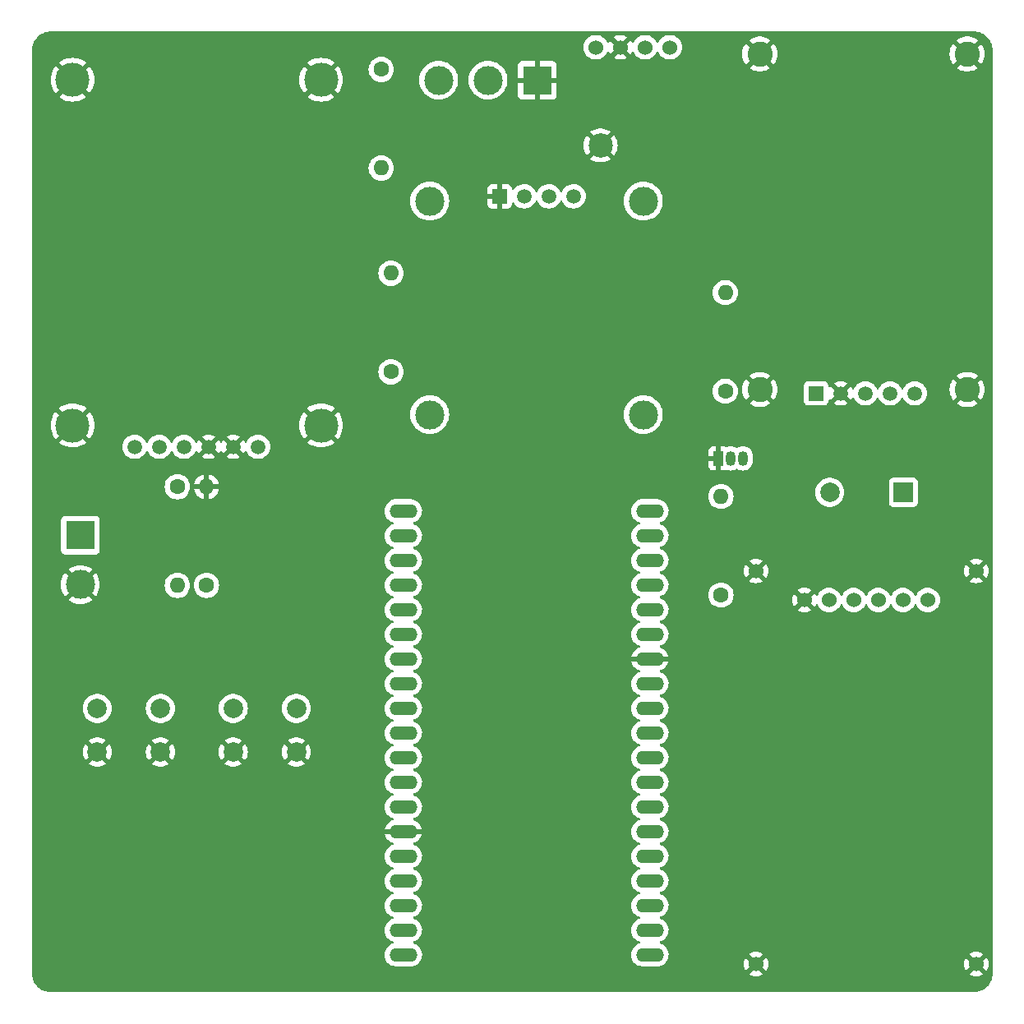
<source format=gbr>
%TF.GenerationSoftware,KiCad,Pcbnew,7.0.10*%
%TF.CreationDate,2024-04-15T10:50:26-06:00*%
%TF.ProjectId,ducuchu,64756375-6368-4752-9e6b-696361645f70,rev?*%
%TF.SameCoordinates,Original*%
%TF.FileFunction,Copper,L2,Inr*%
%TF.FilePolarity,Positive*%
%FSLAX46Y46*%
G04 Gerber Fmt 4.6, Leading zero omitted, Abs format (unit mm)*
G04 Created by KiCad (PCBNEW 7.0.10) date 2024-04-15 10:50:26*
%MOMM*%
%LPD*%
G01*
G04 APERTURE LIST*
%TA.AperFunction,ComponentPad*%
%ADD10C,2.000000*%
%TD*%
%TA.AperFunction,ComponentPad*%
%ADD11C,1.600000*%
%TD*%
%TA.AperFunction,ComponentPad*%
%ADD12O,1.600000X1.600000*%
%TD*%
%TA.AperFunction,ComponentPad*%
%ADD13R,1.508000X1.508000*%
%TD*%
%TA.AperFunction,ComponentPad*%
%ADD14C,2.600000*%
%TD*%
%TA.AperFunction,ComponentPad*%
%ADD15C,1.508000*%
%TD*%
%TA.AperFunction,ComponentPad*%
%ADD16C,3.500000*%
%TD*%
%TA.AperFunction,ComponentPad*%
%ADD17R,2.000000X2.000000*%
%TD*%
%TA.AperFunction,ComponentPad*%
%ADD18R,3.000000X3.000000*%
%TD*%
%TA.AperFunction,ComponentPad*%
%ADD19C,3.000000*%
%TD*%
%TA.AperFunction,ComponentPad*%
%ADD20R,1.050000X1.500000*%
%TD*%
%TA.AperFunction,ComponentPad*%
%ADD21O,1.050000X1.500000*%
%TD*%
%TA.AperFunction,ComponentPad*%
%ADD22C,1.524000*%
%TD*%
%TA.AperFunction,ComponentPad*%
%ADD23C,2.500000*%
%TD*%
%TA.AperFunction,ComponentPad*%
%ADD24O,2.844800X1.422400*%
%TD*%
G04 APERTURE END LIST*
D10*
%TO.N,/CANCEL_BUTTON*%
%TO.C,SW1*%
X97750000Y-130750000D03*
X104250000Y-130750000D03*
%TO.N,GND*%
X97750000Y-135250000D03*
X104250000Y-135250000D03*
%TD*%
D11*
%TO.N,+3.3V*%
%TO.C,R5*%
X162450000Y-98080000D03*
D12*
%TO.N,/SDA*%
X162450000Y-87920000D03*
%TD*%
D11*
%TO.N,+3.3V*%
%TO.C,R4*%
X128000000Y-96080000D03*
D12*
%TO.N,/SCL*%
X128000000Y-85920000D03*
%TD*%
D11*
%TO.N,/buzzer*%
%TO.C,R6*%
X162000000Y-119080000D03*
D12*
%TO.N,Net-(Q1-B)*%
X162000000Y-108920000D03*
%TD*%
D13*
%TO.N,+5V*%
%TO.C,U7*%
X171800000Y-98300000D03*
D14*
%TO.N,GND*%
X166000000Y-63340000D03*
X166000000Y-97900000D03*
D15*
X174340000Y-98300000D03*
D14*
X187360000Y-63340000D03*
X187360000Y-97900000D03*
D15*
%TO.N,/TX2*%
X176880000Y-98300000D03*
%TO.N,/RX2*%
X179420000Y-98300000D03*
%TO.N,unconnected-(U7-PPS-Pad1)*%
X181960000Y-98300000D03*
%TD*%
%TO.N,unconnected-(U5-To-Pad1)*%
%TO.C,U5*%
X101600000Y-103800000D03*
%TO.N,unconnected-(U5-Do-Pad2)*%
X104140000Y-103800000D03*
%TO.N,Net-(U5-Po)*%
X106680000Y-103800000D03*
%TO.N,GND*%
X109220000Y-103800000D03*
D16*
X95200000Y-66000000D03*
X95200000Y-101600000D03*
D15*
X111760000Y-103800000D03*
D16*
X120800000Y-66000000D03*
X120800000Y-101600000D03*
D15*
%TO.N,+5V*%
X114300000Y-103800000D03*
%TD*%
D17*
%TO.N,+5V*%
%TO.C,BZ1*%
X180800000Y-108500000D03*
D10*
%TO.N,Net-(BZ1--)*%
X173200000Y-108500000D03*
%TD*%
D18*
%TO.N,+5V*%
%TO.C,J1*%
X96000000Y-112920000D03*
D19*
%TO.N,GND*%
X96000000Y-118000000D03*
%TD*%
D18*
%TO.N,GND*%
%TO.C,U2*%
X143080000Y-66040000D03*
D19*
%TO.N,/TEMP_H2O*%
X138000000Y-66040000D03*
%TO.N,+3.3V*%
X132920000Y-66040000D03*
%TD*%
D10*
%TO.N,/PROCEED_BUTTON*%
%TO.C,SW2*%
X111750000Y-130750000D03*
X118250000Y-130750000D03*
%TO.N,GND*%
X111750000Y-135250000D03*
X118250000Y-135250000D03*
%TD*%
D20*
%TO.N,GND*%
%TO.C,Q1*%
X161730000Y-105000000D03*
D21*
%TO.N,Net-(Q1-B)*%
X163000000Y-105000000D03*
%TO.N,Net-(BZ1--)*%
X164270000Y-105000000D03*
%TD*%
D11*
%TO.N,+3.3V*%
%TO.C,R1*%
X127000000Y-64920000D03*
D12*
%TO.N,/TEMP_H2O*%
X127000000Y-75080000D03*
%TD*%
D11*
%TO.N,Net-(U5-Po)*%
%TO.C,R2*%
X106000000Y-107920000D03*
D12*
%TO.N,/PH*%
X106000000Y-118080000D03*
%TD*%
D22*
%TO.N,+3.3V*%
%TO.C,U4*%
X149100000Y-62651000D03*
D23*
%TO.N,GND*%
X149600000Y-72751000D03*
D22*
X151640000Y-62651000D03*
%TO.N,/SCL*%
X154180000Y-62651000D03*
%TO.N,/SDA*%
X156720000Y-62651000D03*
%TD*%
D19*
%TO.N,N/C*%
%TO.C,U3*%
X132000000Y-100500000D03*
X154000000Y-100500000D03*
X154000000Y-78500000D03*
X132000000Y-78500000D03*
D15*
%TO.N,/SDA*%
X146810000Y-78000000D03*
%TO.N,/SCL*%
X144270000Y-78000000D03*
%TO.N,+3.3V*%
X141730000Y-78000000D03*
D13*
%TO.N,GND*%
X139190000Y-78000000D03*
%TD*%
D11*
%TO.N,/PH*%
%TO.C,R3*%
X109000000Y-118080000D03*
D12*
%TO.N,GND*%
X109000000Y-107920000D03*
%TD*%
D24*
%TO.N,+3.3V*%
%TO.C,U1*%
X129280000Y-110410000D03*
%TO.N,unconnected-(U1-PadEN)*%
X129280000Y-112950000D03*
%TO.N,GND*%
X129280000Y-143430000D03*
%TO.N,unconnected-(U1-PadGND@2)*%
X154680000Y-110410000D03*
%TO.N,GND*%
X154680000Y-125650000D03*
%TO.N,unconnected-(U1-PadGPIO0)*%
X154680000Y-143430000D03*
%TO.N,unconnected-(U1-PadGPIO2)*%
X154680000Y-145970000D03*
%TO.N,/buzzer*%
X154680000Y-140890000D03*
%TO.N,/CS*%
X154680000Y-133270000D03*
%TO.N,unconnected-(U1-PadGPIO6)*%
X154680000Y-156130000D03*
%TO.N,unconnected-(U1-PadGPIO7)*%
X154680000Y-153590000D03*
%TO.N,unconnected-(U1-PadGPIO8)*%
X154680000Y-151050000D03*
%TO.N,unconnected-(U1-PadGPIO9)*%
X129280000Y-148510000D03*
%TO.N,unconnected-(U1-PadGPIO10)*%
X129280000Y-151050000D03*
%TO.N,unconnected-(U1-PadGPIO11)*%
X129280000Y-153590000D03*
%TO.N,unconnected-(U1-PadGPIO12)*%
X129280000Y-140890000D03*
%TO.N,unconnected-(U1-PadGPIO13)*%
X129280000Y-145970000D03*
%TO.N,unconnected-(U1-PadGPIO14)*%
X129280000Y-138350000D03*
%TO.N,unconnected-(U1-PadGPIO15)*%
X154680000Y-148510000D03*
%TO.N,/RX2*%
X154680000Y-138350000D03*
%TO.N,/TX2*%
X154680000Y-135810000D03*
%TO.N,/SCK*%
X154680000Y-130730000D03*
%TO.N,/MISO*%
X154680000Y-128190000D03*
%TO.N,/SDA*%
X154680000Y-123110000D03*
%TO.N,/SCL*%
X154680000Y-115490000D03*
%TO.N,/MOSI*%
X154680000Y-112950000D03*
%TO.N,unconnected-(U1-PadGPIO25)*%
X129280000Y-130730000D03*
%TO.N,/PROCEED_BUTTON*%
X129280000Y-133270000D03*
%TO.N,unconnected-(U1-PadGPIO27)*%
X129280000Y-135810000D03*
%TO.N,/TEMP_H2O*%
X129280000Y-125650000D03*
%TO.N,/CANCEL_BUTTON*%
X129280000Y-128190000D03*
%TO.N,/PH*%
X129280000Y-120570000D03*
%TO.N,unconnected-(U1-PadGPIO35)*%
X129280000Y-123110000D03*
%TO.N,unconnected-(U1-PadGPIO36)*%
X129280000Y-115490000D03*
%TO.N,unconnected-(U1-PadGPIO39)*%
X129280000Y-118030000D03*
%TO.N,unconnected-(U1-PadRX0)*%
X154680000Y-120570000D03*
%TO.N,unconnected-(U1-PadTX0)*%
X154680000Y-118030000D03*
%TO.N,+5V*%
X129280000Y-156130000D03*
%TD*%
D22*
%TO.N,GND*%
%TO.C,U6*%
X188300000Y-157100000D03*
X188300000Y-116600000D03*
X170600000Y-119590000D03*
X165600000Y-157100000D03*
X165600000Y-116600000D03*
%TO.N,+5V*%
X173140000Y-119590000D03*
%TO.N,/MISO*%
X175680000Y-119590000D03*
%TO.N,/MOSI*%
X178220000Y-119590000D03*
%TO.N,/SCK*%
X180760000Y-119590000D03*
%TO.N,/CS*%
X183300000Y-119590000D03*
%TD*%
%TA.AperFunction,Conductor*%
%TO.N,GND*%
G36*
X188004042Y-61000764D02*
G01*
X188083586Y-61005978D01*
X188083767Y-61005991D01*
X188261587Y-61018709D01*
X188276904Y-61020772D01*
X188388378Y-61042945D01*
X188390437Y-61043374D01*
X188530240Y-61073786D01*
X188543703Y-61077522D01*
X188657725Y-61116228D01*
X188661074Y-61117420D01*
X188788808Y-61165062D01*
X188800300Y-61170024D01*
X188910687Y-61224461D01*
X188915187Y-61226798D01*
X189032478Y-61290844D01*
X189041942Y-61296574D01*
X189145269Y-61365615D01*
X189150688Y-61369450D01*
X189256727Y-61448830D01*
X189264145Y-61454844D01*
X189357976Y-61537131D01*
X189363898Y-61542678D01*
X189457320Y-61636100D01*
X189462867Y-61642022D01*
X189545150Y-61735848D01*
X189551173Y-61743278D01*
X189588691Y-61793396D01*
X189630548Y-61849310D01*
X189634383Y-61854729D01*
X189703424Y-61958056D01*
X189709154Y-61967520D01*
X189773183Y-62084779D01*
X189775564Y-62089363D01*
X189829969Y-62199687D01*
X189834938Y-62211196D01*
X189882556Y-62338863D01*
X189883793Y-62342338D01*
X189922470Y-62456276D01*
X189926217Y-62469777D01*
X189956613Y-62609508D01*
X189957064Y-62611675D01*
X189979224Y-62723080D01*
X189981291Y-62738425D01*
X189993995Y-62916046D01*
X189994045Y-62916781D01*
X189999234Y-62995941D01*
X189999500Y-63004052D01*
X189999500Y-157995947D01*
X189999234Y-158004058D01*
X189994045Y-158083217D01*
X189993995Y-158083952D01*
X189981291Y-158261573D01*
X189979224Y-158276918D01*
X189957064Y-158388323D01*
X189956613Y-158390490D01*
X189926217Y-158530221D01*
X189922470Y-158543722D01*
X189883793Y-158657660D01*
X189882556Y-158661135D01*
X189834938Y-158788802D01*
X189829969Y-158800311D01*
X189775564Y-158910635D01*
X189773183Y-158915219D01*
X189709154Y-159032478D01*
X189703424Y-159041942D01*
X189634383Y-159145269D01*
X189630548Y-159150688D01*
X189551181Y-159256711D01*
X189545142Y-159264160D01*
X189462867Y-159357976D01*
X189457320Y-159363898D01*
X189363898Y-159457320D01*
X189357976Y-159462867D01*
X189264160Y-159545142D01*
X189256711Y-159551181D01*
X189150688Y-159630548D01*
X189145269Y-159634383D01*
X189041942Y-159703424D01*
X189032478Y-159709154D01*
X188915219Y-159773183D01*
X188910635Y-159775564D01*
X188800311Y-159829969D01*
X188788802Y-159834938D01*
X188661135Y-159882556D01*
X188657660Y-159883793D01*
X188543722Y-159922470D01*
X188530221Y-159926217D01*
X188390490Y-159956613D01*
X188388323Y-159957064D01*
X188276918Y-159979224D01*
X188261573Y-159981291D01*
X188083952Y-159993995D01*
X188083217Y-159994045D01*
X188004058Y-159999234D01*
X187995947Y-159999500D01*
X93004053Y-159999500D01*
X92995942Y-159999234D01*
X92916781Y-159994045D01*
X92916046Y-159993995D01*
X92738425Y-159981291D01*
X92723080Y-159979224D01*
X92611675Y-159957064D01*
X92609508Y-159956613D01*
X92469777Y-159926217D01*
X92456276Y-159922470D01*
X92342338Y-159883793D01*
X92338863Y-159882556D01*
X92211196Y-159834938D01*
X92199687Y-159829969D01*
X92134947Y-159798043D01*
X92089348Y-159775556D01*
X92084779Y-159773183D01*
X91967520Y-159709154D01*
X91958056Y-159703424D01*
X91854729Y-159634383D01*
X91849310Y-159630548D01*
X91793396Y-159588691D01*
X91743278Y-159551173D01*
X91735848Y-159545150D01*
X91642022Y-159462867D01*
X91636100Y-159457320D01*
X91542678Y-159363898D01*
X91537131Y-159357976D01*
X91505450Y-159321851D01*
X91454844Y-159264145D01*
X91448830Y-159256727D01*
X91369450Y-159150688D01*
X91365615Y-159145269D01*
X91296574Y-159041942D01*
X91290844Y-159032478D01*
X91226798Y-158915187D01*
X91224461Y-158910687D01*
X91170024Y-158800300D01*
X91165060Y-158788802D01*
X91117420Y-158661074D01*
X91116228Y-158657725D01*
X91077522Y-158543703D01*
X91073786Y-158530240D01*
X91043374Y-158390437D01*
X91042945Y-158388378D01*
X91020772Y-158276904D01*
X91018709Y-158261587D01*
X91005991Y-158083767D01*
X91005978Y-158083586D01*
X91000765Y-158004043D01*
X91000500Y-157995934D01*
X91000500Y-156184582D01*
X127353427Y-156184582D01*
X127382705Y-156400719D01*
X127383060Y-156401811D01*
X127450104Y-156608154D01*
X127553458Y-156800217D01*
X127553460Y-156800220D01*
X127689448Y-156970745D01*
X127837394Y-157100000D01*
X127853702Y-157114248D01*
X128040938Y-157226117D01*
X128245140Y-157302755D01*
X128459741Y-157341700D01*
X128459745Y-157341700D01*
X130045615Y-157341700D01*
X130045622Y-157341700D01*
X130208432Y-157327047D01*
X130265602Y-157311269D01*
X130418672Y-157269024D01*
X130418674Y-157269023D01*
X130418682Y-157269021D01*
X130615192Y-157174387D01*
X130791647Y-157046185D01*
X130942375Y-156888536D01*
X131062531Y-156706508D01*
X131148253Y-156505949D01*
X131196787Y-156293308D01*
X131201670Y-156184582D01*
X152753427Y-156184582D01*
X152782705Y-156400719D01*
X152783060Y-156401811D01*
X152850104Y-156608154D01*
X152953458Y-156800217D01*
X152953460Y-156800220D01*
X153089448Y-156970745D01*
X153237394Y-157100000D01*
X153253702Y-157114248D01*
X153440938Y-157226117D01*
X153645140Y-157302755D01*
X153859741Y-157341700D01*
X153859745Y-157341700D01*
X155445615Y-157341700D01*
X155445622Y-157341700D01*
X155608432Y-157327047D01*
X155665602Y-157311269D01*
X155818672Y-157269024D01*
X155818674Y-157269023D01*
X155818682Y-157269021D01*
X156015192Y-157174387D01*
X156117577Y-157100000D01*
X164333179Y-157100000D01*
X164352424Y-157319976D01*
X164352426Y-157319986D01*
X164409575Y-157533270D01*
X164409580Y-157533284D01*
X164502898Y-157733405D01*
X164502901Y-157733411D01*
X164548258Y-157798187D01*
X164548259Y-157798188D01*
X165215096Y-157131350D01*
X165215051Y-157131898D01*
X165246266Y-157255162D01*
X165315813Y-157361612D01*
X165416157Y-157439713D01*
X165536422Y-157481000D01*
X165572553Y-157481000D01*
X164901810Y-158151740D01*
X164966590Y-158197099D01*
X164966592Y-158197100D01*
X165166715Y-158290419D01*
X165166729Y-158290424D01*
X165380013Y-158347573D01*
X165380023Y-158347575D01*
X165599999Y-158366821D01*
X165600001Y-158366821D01*
X165819976Y-158347575D01*
X165819986Y-158347573D01*
X166033270Y-158290424D01*
X166033284Y-158290419D01*
X166233407Y-158197100D01*
X166233417Y-158197094D01*
X166298188Y-158151741D01*
X165627448Y-157481000D01*
X165631569Y-157481000D01*
X165725421Y-157465339D01*
X165837251Y-157404820D01*
X165923371Y-157311269D01*
X165974448Y-157194823D01*
X165980105Y-157126552D01*
X166651741Y-157798188D01*
X166697094Y-157733417D01*
X166697100Y-157733407D01*
X166790419Y-157533284D01*
X166790424Y-157533270D01*
X166847573Y-157319986D01*
X166847575Y-157319976D01*
X166866821Y-157100000D01*
X187033179Y-157100000D01*
X187052424Y-157319976D01*
X187052426Y-157319986D01*
X187109575Y-157533270D01*
X187109580Y-157533284D01*
X187202898Y-157733405D01*
X187202901Y-157733411D01*
X187248258Y-157798187D01*
X187248259Y-157798188D01*
X187915096Y-157131350D01*
X187915051Y-157131898D01*
X187946266Y-157255162D01*
X188015813Y-157361612D01*
X188116157Y-157439713D01*
X188236422Y-157481000D01*
X188272553Y-157481000D01*
X187601810Y-158151740D01*
X187666590Y-158197099D01*
X187666592Y-158197100D01*
X187866715Y-158290419D01*
X187866729Y-158290424D01*
X188080013Y-158347573D01*
X188080023Y-158347575D01*
X188299999Y-158366821D01*
X188300001Y-158366821D01*
X188519976Y-158347575D01*
X188519986Y-158347573D01*
X188733270Y-158290424D01*
X188733284Y-158290419D01*
X188933407Y-158197100D01*
X188933417Y-158197094D01*
X188998188Y-158151741D01*
X188327448Y-157481000D01*
X188331569Y-157481000D01*
X188425421Y-157465339D01*
X188537251Y-157404820D01*
X188623371Y-157311269D01*
X188674448Y-157194823D01*
X188680105Y-157126552D01*
X189351741Y-157798188D01*
X189397094Y-157733417D01*
X189397100Y-157733407D01*
X189490419Y-157533284D01*
X189490424Y-157533270D01*
X189547573Y-157319986D01*
X189547575Y-157319976D01*
X189566821Y-157100000D01*
X189566821Y-157099999D01*
X189547575Y-156880023D01*
X189547573Y-156880013D01*
X189490424Y-156666729D01*
X189490420Y-156666720D01*
X189397096Y-156466586D01*
X189351741Y-156401811D01*
X189351740Y-156401810D01*
X188684903Y-157068648D01*
X188684949Y-157068102D01*
X188653734Y-156944838D01*
X188584187Y-156838388D01*
X188483843Y-156760287D01*
X188363578Y-156719000D01*
X188327448Y-156719000D01*
X188998188Y-156048259D01*
X188998187Y-156048258D01*
X188933411Y-156002901D01*
X188933405Y-156002898D01*
X188733284Y-155909580D01*
X188733270Y-155909575D01*
X188519986Y-155852426D01*
X188519976Y-155852424D01*
X188300001Y-155833179D01*
X188299999Y-155833179D01*
X188080023Y-155852424D01*
X188080013Y-155852426D01*
X187866729Y-155909575D01*
X187866720Y-155909579D01*
X187666590Y-156002901D01*
X187601811Y-156048258D01*
X188272553Y-156719000D01*
X188268431Y-156719000D01*
X188174579Y-156734661D01*
X188062749Y-156795180D01*
X187976629Y-156888731D01*
X187925552Y-157005177D01*
X187919894Y-157073447D01*
X187248258Y-156401811D01*
X187202901Y-156466590D01*
X187109579Y-156666720D01*
X187109575Y-156666729D01*
X187052426Y-156880013D01*
X187052424Y-156880023D01*
X187033179Y-157099999D01*
X187033179Y-157100000D01*
X166866821Y-157100000D01*
X166866821Y-157099999D01*
X166847575Y-156880023D01*
X166847573Y-156880013D01*
X166790424Y-156666729D01*
X166790420Y-156666720D01*
X166697096Y-156466586D01*
X166651741Y-156401811D01*
X166651740Y-156401810D01*
X165984903Y-157068648D01*
X165984949Y-157068102D01*
X165953734Y-156944838D01*
X165884187Y-156838388D01*
X165783843Y-156760287D01*
X165663578Y-156719000D01*
X165627448Y-156719000D01*
X166298188Y-156048259D01*
X166298187Y-156048258D01*
X166233411Y-156002901D01*
X166233405Y-156002898D01*
X166033284Y-155909580D01*
X166033270Y-155909575D01*
X165819986Y-155852426D01*
X165819976Y-155852424D01*
X165600001Y-155833179D01*
X165599999Y-155833179D01*
X165380023Y-155852424D01*
X165380013Y-155852426D01*
X165166729Y-155909575D01*
X165166720Y-155909579D01*
X164966590Y-156002901D01*
X164901811Y-156048258D01*
X165572553Y-156719000D01*
X165568431Y-156719000D01*
X165474579Y-156734661D01*
X165362749Y-156795180D01*
X165276629Y-156888731D01*
X165225552Y-157005177D01*
X165219894Y-157073446D01*
X164548258Y-156401811D01*
X164502901Y-156466590D01*
X164409579Y-156666720D01*
X164409575Y-156666729D01*
X164352426Y-156880013D01*
X164352424Y-156880023D01*
X164333179Y-157099999D01*
X164333179Y-157100000D01*
X156117577Y-157100000D01*
X156191647Y-157046185D01*
X156342375Y-156888536D01*
X156462531Y-156706508D01*
X156548253Y-156505949D01*
X156596787Y-156293308D01*
X156606573Y-156075418D01*
X156577295Y-155859281D01*
X156509896Y-155651847D01*
X156406540Y-155459780D01*
X156378997Y-155425243D01*
X156270551Y-155289254D01*
X156106304Y-155145757D01*
X156106302Y-155145755D01*
X156106298Y-155145752D01*
X156005643Y-155085613D01*
X155919068Y-155033886D01*
X155919065Y-155033884D01*
X155919062Y-155033883D01*
X155765732Y-154976337D01*
X155709885Y-154934353D01*
X155685602Y-154868839D01*
X155700593Y-154800596D01*
X155750099Y-154751292D01*
X155776315Y-154740714D01*
X155818672Y-154729024D01*
X155818674Y-154729023D01*
X155818682Y-154729021D01*
X156015192Y-154634387D01*
X156191647Y-154506185D01*
X156342375Y-154348536D01*
X156462531Y-154166508D01*
X156548253Y-153965949D01*
X156596787Y-153753308D01*
X156606573Y-153535418D01*
X156577295Y-153319281D01*
X156509896Y-153111847D01*
X156406540Y-152919780D01*
X156378997Y-152885243D01*
X156270551Y-152749254D01*
X156106304Y-152605757D01*
X156106302Y-152605755D01*
X156106298Y-152605752D01*
X156005643Y-152545613D01*
X155919068Y-152493886D01*
X155919065Y-152493884D01*
X155919062Y-152493883D01*
X155765732Y-152436337D01*
X155709885Y-152394353D01*
X155685602Y-152328839D01*
X155700593Y-152260596D01*
X155750099Y-152211292D01*
X155776315Y-152200714D01*
X155818672Y-152189024D01*
X155818674Y-152189023D01*
X155818682Y-152189021D01*
X156015192Y-152094387D01*
X156191647Y-151966185D01*
X156342375Y-151808536D01*
X156462531Y-151626508D01*
X156548253Y-151425949D01*
X156596787Y-151213308D01*
X156606573Y-150995418D01*
X156577295Y-150779281D01*
X156509896Y-150571847D01*
X156406540Y-150379780D01*
X156378997Y-150345243D01*
X156270551Y-150209254D01*
X156106304Y-150065757D01*
X156106302Y-150065755D01*
X156106298Y-150065752D01*
X156005643Y-150005613D01*
X155919068Y-149953886D01*
X155919065Y-149953884D01*
X155919062Y-149953883D01*
X155765732Y-149896337D01*
X155709885Y-149854353D01*
X155685602Y-149788839D01*
X155700593Y-149720596D01*
X155750099Y-149671292D01*
X155776315Y-149660714D01*
X155818672Y-149649024D01*
X155818674Y-149649023D01*
X155818682Y-149649021D01*
X156015192Y-149554387D01*
X156191647Y-149426185D01*
X156342375Y-149268536D01*
X156462531Y-149086508D01*
X156548253Y-148885949D01*
X156596787Y-148673308D01*
X156606573Y-148455418D01*
X156577295Y-148239281D01*
X156509896Y-148031847D01*
X156406540Y-147839780D01*
X156378997Y-147805243D01*
X156270551Y-147669254D01*
X156106304Y-147525757D01*
X156106302Y-147525755D01*
X156106298Y-147525752D01*
X156005643Y-147465613D01*
X155919068Y-147413886D01*
X155919065Y-147413884D01*
X155919062Y-147413883D01*
X155765732Y-147356337D01*
X155709885Y-147314353D01*
X155685602Y-147248839D01*
X155700593Y-147180596D01*
X155750099Y-147131292D01*
X155776315Y-147120714D01*
X155818672Y-147109024D01*
X155818674Y-147109023D01*
X155818682Y-147109021D01*
X156015192Y-147014387D01*
X156191647Y-146886185D01*
X156342375Y-146728536D01*
X156462531Y-146546508D01*
X156548253Y-146345949D01*
X156596787Y-146133308D01*
X156606573Y-145915418D01*
X156577295Y-145699281D01*
X156509896Y-145491847D01*
X156406540Y-145299780D01*
X156378997Y-145265243D01*
X156270551Y-145129254D01*
X156106304Y-144985757D01*
X156106302Y-144985755D01*
X156106298Y-144985752D01*
X156005643Y-144925613D01*
X155919068Y-144873886D01*
X155919065Y-144873884D01*
X155919062Y-144873883D01*
X155765732Y-144816337D01*
X155709885Y-144774353D01*
X155685602Y-144708839D01*
X155700593Y-144640596D01*
X155750099Y-144591292D01*
X155776315Y-144580714D01*
X155818672Y-144569024D01*
X155818674Y-144569023D01*
X155818682Y-144569021D01*
X156015192Y-144474387D01*
X156191647Y-144346185D01*
X156342375Y-144188536D01*
X156462531Y-144006508D01*
X156548253Y-143805949D01*
X156596787Y-143593308D01*
X156606573Y-143375418D01*
X156577295Y-143159281D01*
X156509896Y-142951847D01*
X156406540Y-142759780D01*
X156378997Y-142725243D01*
X156270551Y-142589254D01*
X156106304Y-142445757D01*
X156106302Y-142445755D01*
X156106298Y-142445752D01*
X156059489Y-142417784D01*
X155919068Y-142333886D01*
X155919065Y-142333884D01*
X155919062Y-142333883D01*
X155765732Y-142276337D01*
X155709885Y-142234353D01*
X155685602Y-142168839D01*
X155700593Y-142100596D01*
X155750099Y-142051292D01*
X155776315Y-142040714D01*
X155818672Y-142029024D01*
X155818674Y-142029023D01*
X155818682Y-142029021D01*
X156015192Y-141934387D01*
X156191647Y-141806185D01*
X156342375Y-141648536D01*
X156462531Y-141466508D01*
X156548253Y-141265949D01*
X156596787Y-141053308D01*
X156606573Y-140835418D01*
X156577295Y-140619281D01*
X156509896Y-140411847D01*
X156406540Y-140219780D01*
X156378997Y-140185243D01*
X156270551Y-140049254D01*
X156106304Y-139905757D01*
X156106302Y-139905755D01*
X156106298Y-139905752D01*
X156005643Y-139845613D01*
X155919068Y-139793886D01*
X155919065Y-139793884D01*
X155919062Y-139793883D01*
X155765732Y-139736337D01*
X155709885Y-139694353D01*
X155685602Y-139628839D01*
X155700593Y-139560596D01*
X155750099Y-139511292D01*
X155776315Y-139500714D01*
X155818672Y-139489024D01*
X155818674Y-139489023D01*
X155818682Y-139489021D01*
X156015192Y-139394387D01*
X156191647Y-139266185D01*
X156342375Y-139108536D01*
X156462531Y-138926508D01*
X156548253Y-138725949D01*
X156596787Y-138513308D01*
X156606573Y-138295418D01*
X156577295Y-138079281D01*
X156509896Y-137871847D01*
X156406540Y-137679780D01*
X156378997Y-137645243D01*
X156270551Y-137509254D01*
X156106304Y-137365757D01*
X156106302Y-137365755D01*
X156106298Y-137365752D01*
X156005643Y-137305613D01*
X155919068Y-137253886D01*
X155919065Y-137253884D01*
X155919062Y-137253883D01*
X155765732Y-137196337D01*
X155709885Y-137154353D01*
X155685602Y-137088839D01*
X155700593Y-137020596D01*
X155750099Y-136971292D01*
X155776315Y-136960714D01*
X155818672Y-136949024D01*
X155818674Y-136949023D01*
X155818682Y-136949021D01*
X156015192Y-136854387D01*
X156191647Y-136726185D01*
X156342375Y-136568536D01*
X156462531Y-136386508D01*
X156548253Y-136185949D01*
X156596787Y-135973308D01*
X156606573Y-135755418D01*
X156577295Y-135539281D01*
X156509896Y-135331847D01*
X156486239Y-135287886D01*
X156406541Y-135139782D01*
X156406539Y-135139779D01*
X156404360Y-135137047D01*
X156378997Y-135105243D01*
X156270551Y-134969254D01*
X156106304Y-134825757D01*
X156106302Y-134825755D01*
X156106298Y-134825752D01*
X156005643Y-134765613D01*
X155919068Y-134713886D01*
X155919065Y-134713884D01*
X155919062Y-134713883D01*
X155765732Y-134656337D01*
X155709885Y-134614353D01*
X155685602Y-134548839D01*
X155700593Y-134480596D01*
X155750099Y-134431292D01*
X155776315Y-134420714D01*
X155818672Y-134409024D01*
X155818674Y-134409023D01*
X155818682Y-134409021D01*
X156015192Y-134314387D01*
X156191647Y-134186185D01*
X156342375Y-134028536D01*
X156462531Y-133846508D01*
X156548253Y-133645949D01*
X156596787Y-133433308D01*
X156606573Y-133215418D01*
X156577295Y-132999281D01*
X156509896Y-132791847D01*
X156406540Y-132599780D01*
X156378997Y-132565243D01*
X156270551Y-132429254D01*
X156106304Y-132285757D01*
X156106302Y-132285755D01*
X156106298Y-132285752D01*
X156059489Y-132257784D01*
X155919068Y-132173886D01*
X155919065Y-132173884D01*
X155919062Y-132173883D01*
X155765732Y-132116337D01*
X155709885Y-132074353D01*
X155685602Y-132008839D01*
X155700593Y-131940596D01*
X155750099Y-131891292D01*
X155776315Y-131880714D01*
X155818672Y-131869024D01*
X155818674Y-131869023D01*
X155818682Y-131869021D01*
X156015192Y-131774387D01*
X156191647Y-131646185D01*
X156342375Y-131488536D01*
X156462531Y-131306508D01*
X156548253Y-131105949D01*
X156596787Y-130893308D01*
X156606573Y-130675418D01*
X156577295Y-130459281D01*
X156509896Y-130251847D01*
X156406540Y-130059780D01*
X156378997Y-130025243D01*
X156270551Y-129889254D01*
X156106304Y-129745757D01*
X156106302Y-129745755D01*
X156106298Y-129745752D01*
X156005643Y-129685613D01*
X155919068Y-129633886D01*
X155919065Y-129633884D01*
X155919062Y-129633883D01*
X155765732Y-129576337D01*
X155709885Y-129534353D01*
X155685602Y-129468839D01*
X155700593Y-129400596D01*
X155750099Y-129351292D01*
X155776315Y-129340714D01*
X155818672Y-129329024D01*
X155818674Y-129329023D01*
X155818682Y-129329021D01*
X156015192Y-129234387D01*
X156191647Y-129106185D01*
X156342375Y-128948536D01*
X156462531Y-128766508D01*
X156548253Y-128565949D01*
X156596787Y-128353308D01*
X156606573Y-128135418D01*
X156577295Y-127919281D01*
X156509896Y-127711847D01*
X156406540Y-127519780D01*
X156378997Y-127485243D01*
X156270551Y-127349254D01*
X156106304Y-127205757D01*
X156106302Y-127205755D01*
X156106298Y-127205752D01*
X156005643Y-127145613D01*
X155919068Y-127093886D01*
X155919065Y-127093884D01*
X155919062Y-127093883D01*
X155773586Y-127039285D01*
X155764937Y-127036039D01*
X155709089Y-126994054D01*
X155684806Y-126928539D01*
X155699797Y-126860297D01*
X155749304Y-126810993D01*
X155775520Y-126800415D01*
X155818494Y-126788554D01*
X155818509Y-126788549D01*
X156014928Y-126693959D01*
X156014936Y-126693955D01*
X156191311Y-126565811D01*
X156191313Y-126565810D01*
X156341980Y-126408223D01*
X156462088Y-126226270D01*
X156547775Y-126025792D01*
X156547777Y-126025786D01*
X156576488Y-125900000D01*
X155055278Y-125900000D01*
X155103625Y-125816260D01*
X155133810Y-125684008D01*
X155123673Y-125548735D01*
X155074113Y-125422459D01*
X155056203Y-125400000D01*
X156579597Y-125400000D01*
X156579597Y-125399999D01*
X156576807Y-125379400D01*
X156576806Y-125379394D01*
X156509433Y-125172042D01*
X156406122Y-124980058D01*
X156406116Y-124980049D01*
X156270190Y-124809603D01*
X156106003Y-124666158D01*
X156106001Y-124666157D01*
X155918850Y-124554338D01*
X155918842Y-124554334D01*
X155764913Y-124496564D01*
X155709065Y-124454579D01*
X155684781Y-124389065D01*
X155699772Y-124320822D01*
X155749278Y-124271518D01*
X155775490Y-124260941D01*
X155818682Y-124249021D01*
X156015192Y-124154387D01*
X156191647Y-124026185D01*
X156342375Y-123868536D01*
X156462531Y-123686508D01*
X156548253Y-123485949D01*
X156596787Y-123273308D01*
X156606573Y-123055418D01*
X156577295Y-122839281D01*
X156509896Y-122631847D01*
X156406540Y-122439780D01*
X156378997Y-122405243D01*
X156270551Y-122269254D01*
X156106304Y-122125757D01*
X156106302Y-122125755D01*
X156106298Y-122125752D01*
X156005643Y-122065613D01*
X155919068Y-122013886D01*
X155919065Y-122013884D01*
X155919062Y-122013883D01*
X155765732Y-121956337D01*
X155709885Y-121914353D01*
X155685602Y-121848839D01*
X155700593Y-121780596D01*
X155750099Y-121731292D01*
X155776315Y-121720714D01*
X155818672Y-121709024D01*
X155818674Y-121709023D01*
X155818682Y-121709021D01*
X156015192Y-121614387D01*
X156191647Y-121486185D01*
X156342375Y-121328536D01*
X156462531Y-121146508D01*
X156548253Y-120945949D01*
X156596787Y-120733308D01*
X156606573Y-120515418D01*
X156577295Y-120299281D01*
X156509896Y-120091847D01*
X156406540Y-119899780D01*
X156346034Y-119823908D01*
X156270551Y-119729254D01*
X156106304Y-119585757D01*
X156106302Y-119585755D01*
X156106298Y-119585752D01*
X156059489Y-119557784D01*
X155919068Y-119473886D01*
X155919065Y-119473884D01*
X155919062Y-119473883D01*
X155765732Y-119416337D01*
X155709885Y-119374353D01*
X155685602Y-119308839D01*
X155700593Y-119240596D01*
X155750099Y-119191292D01*
X155776315Y-119180714D01*
X155818672Y-119169024D01*
X155818674Y-119169023D01*
X155818682Y-119169021D01*
X156003534Y-119080001D01*
X160694532Y-119080001D01*
X160714364Y-119306686D01*
X160714366Y-119306697D01*
X160773258Y-119526488D01*
X160773261Y-119526497D01*
X160869431Y-119732732D01*
X160869432Y-119732734D01*
X160999954Y-119919141D01*
X161160858Y-120080045D01*
X161160861Y-120080047D01*
X161347266Y-120210568D01*
X161553504Y-120306739D01*
X161773308Y-120365635D01*
X161935230Y-120379801D01*
X161999998Y-120385468D01*
X162000000Y-120385468D01*
X162000002Y-120385468D01*
X162056673Y-120380509D01*
X162226692Y-120365635D01*
X162446496Y-120306739D01*
X162652734Y-120210568D01*
X162839139Y-120080047D01*
X163000047Y-119919139D01*
X163130568Y-119732734D01*
X163197126Y-119590000D01*
X169333179Y-119590000D01*
X169352424Y-119809976D01*
X169352426Y-119809986D01*
X169409575Y-120023270D01*
X169409580Y-120023284D01*
X169502898Y-120223405D01*
X169502901Y-120223411D01*
X169548258Y-120288187D01*
X169548259Y-120288188D01*
X170215096Y-119621350D01*
X170215051Y-119621898D01*
X170246266Y-119745162D01*
X170315813Y-119851612D01*
X170416157Y-119929713D01*
X170536422Y-119971000D01*
X170572553Y-119971000D01*
X169901810Y-120641740D01*
X169966590Y-120687099D01*
X169966592Y-120687100D01*
X170166715Y-120780419D01*
X170166729Y-120780424D01*
X170380013Y-120837573D01*
X170380023Y-120837575D01*
X170599999Y-120856821D01*
X170600001Y-120856821D01*
X170819976Y-120837575D01*
X170819986Y-120837573D01*
X171033270Y-120780424D01*
X171033284Y-120780419D01*
X171233407Y-120687100D01*
X171233417Y-120687094D01*
X171298188Y-120641741D01*
X170627448Y-119971000D01*
X170631569Y-119971000D01*
X170725421Y-119955339D01*
X170837251Y-119894820D01*
X170923371Y-119801269D01*
X170974448Y-119684823D01*
X170980105Y-119616552D01*
X171651741Y-120288188D01*
X171697094Y-120223417D01*
X171697095Y-120223416D01*
X171757340Y-120094219D01*
X171803512Y-120041780D01*
X171870706Y-120022627D01*
X171937587Y-120042842D01*
X171982105Y-120094218D01*
X172042466Y-120223662D01*
X172042468Y-120223666D01*
X172169170Y-120404615D01*
X172169175Y-120404621D01*
X172325378Y-120560824D01*
X172325384Y-120560829D01*
X172506333Y-120687531D01*
X172506335Y-120687532D01*
X172506338Y-120687534D01*
X172706550Y-120780894D01*
X172919932Y-120838070D01*
X173077123Y-120851822D01*
X173139998Y-120857323D01*
X173140000Y-120857323D01*
X173140002Y-120857323D01*
X173195017Y-120852509D01*
X173360068Y-120838070D01*
X173573450Y-120780894D01*
X173773662Y-120687534D01*
X173954620Y-120560826D01*
X174110826Y-120404620D01*
X174237534Y-120223662D01*
X174297618Y-120094811D01*
X174343790Y-120042371D01*
X174410983Y-120023219D01*
X174477865Y-120043435D01*
X174522382Y-120094811D01*
X174582464Y-120223658D01*
X174582468Y-120223666D01*
X174709170Y-120404615D01*
X174709175Y-120404621D01*
X174865378Y-120560824D01*
X174865384Y-120560829D01*
X175046333Y-120687531D01*
X175046335Y-120687532D01*
X175046338Y-120687534D01*
X175246550Y-120780894D01*
X175459932Y-120838070D01*
X175617123Y-120851822D01*
X175679998Y-120857323D01*
X175680000Y-120857323D01*
X175680002Y-120857323D01*
X175735017Y-120852509D01*
X175900068Y-120838070D01*
X176113450Y-120780894D01*
X176313662Y-120687534D01*
X176494620Y-120560826D01*
X176650826Y-120404620D01*
X176777534Y-120223662D01*
X176837618Y-120094811D01*
X176883790Y-120042371D01*
X176950983Y-120023219D01*
X177017865Y-120043435D01*
X177062382Y-120094811D01*
X177122464Y-120223658D01*
X177122468Y-120223666D01*
X177249170Y-120404615D01*
X177249175Y-120404621D01*
X177405378Y-120560824D01*
X177405384Y-120560829D01*
X177586333Y-120687531D01*
X177586335Y-120687532D01*
X177586338Y-120687534D01*
X177786550Y-120780894D01*
X177999932Y-120838070D01*
X178157123Y-120851822D01*
X178219998Y-120857323D01*
X178220000Y-120857323D01*
X178220002Y-120857323D01*
X178275017Y-120852509D01*
X178440068Y-120838070D01*
X178653450Y-120780894D01*
X178853662Y-120687534D01*
X179034620Y-120560826D01*
X179190826Y-120404620D01*
X179317534Y-120223662D01*
X179377618Y-120094811D01*
X179423790Y-120042371D01*
X179490983Y-120023219D01*
X179557865Y-120043435D01*
X179602382Y-120094811D01*
X179662464Y-120223658D01*
X179662468Y-120223666D01*
X179789170Y-120404615D01*
X179789175Y-120404621D01*
X179945378Y-120560824D01*
X179945384Y-120560829D01*
X180126333Y-120687531D01*
X180126335Y-120687532D01*
X180126338Y-120687534D01*
X180326550Y-120780894D01*
X180539932Y-120838070D01*
X180697123Y-120851822D01*
X180759998Y-120857323D01*
X180760000Y-120857323D01*
X180760002Y-120857323D01*
X180815017Y-120852509D01*
X180980068Y-120838070D01*
X181193450Y-120780894D01*
X181393662Y-120687534D01*
X181574620Y-120560826D01*
X181730826Y-120404620D01*
X181857534Y-120223662D01*
X181917618Y-120094811D01*
X181963790Y-120042371D01*
X182030983Y-120023219D01*
X182097865Y-120043435D01*
X182142382Y-120094811D01*
X182202464Y-120223658D01*
X182202468Y-120223666D01*
X182329170Y-120404615D01*
X182329175Y-120404621D01*
X182485378Y-120560824D01*
X182485384Y-120560829D01*
X182666333Y-120687531D01*
X182666335Y-120687532D01*
X182666338Y-120687534D01*
X182866550Y-120780894D01*
X183079932Y-120838070D01*
X183237123Y-120851822D01*
X183299998Y-120857323D01*
X183300000Y-120857323D01*
X183300002Y-120857323D01*
X183355017Y-120852509D01*
X183520068Y-120838070D01*
X183733450Y-120780894D01*
X183933662Y-120687534D01*
X184114620Y-120560826D01*
X184270826Y-120404620D01*
X184397534Y-120223662D01*
X184490894Y-120023450D01*
X184548070Y-119810068D01*
X184567323Y-119590000D01*
X184566951Y-119585752D01*
X184559027Y-119495177D01*
X184548070Y-119369932D01*
X184490894Y-119156550D01*
X184397534Y-118956339D01*
X184270826Y-118775380D01*
X184114620Y-118619174D01*
X184114616Y-118619171D01*
X184114615Y-118619170D01*
X183933666Y-118492468D01*
X183933662Y-118492466D01*
X183857454Y-118456930D01*
X183733450Y-118399106D01*
X183733447Y-118399105D01*
X183733445Y-118399104D01*
X183520070Y-118341930D01*
X183520062Y-118341929D01*
X183300002Y-118322677D01*
X183299998Y-118322677D01*
X183079937Y-118341929D01*
X183079929Y-118341930D01*
X182866554Y-118399104D01*
X182866548Y-118399107D01*
X182666340Y-118492465D01*
X182666338Y-118492466D01*
X182485377Y-118619175D01*
X182329175Y-118775377D01*
X182202466Y-118956338D01*
X182202465Y-118956340D01*
X182142382Y-119085189D01*
X182096209Y-119137628D01*
X182029016Y-119156780D01*
X181962135Y-119136564D01*
X181917618Y-119085189D01*
X181884537Y-119014248D01*
X181857534Y-118956339D01*
X181730826Y-118775380D01*
X181574620Y-118619174D01*
X181574616Y-118619171D01*
X181574615Y-118619170D01*
X181393666Y-118492468D01*
X181393662Y-118492466D01*
X181317454Y-118456930D01*
X181193450Y-118399106D01*
X181193447Y-118399105D01*
X181193445Y-118399104D01*
X180980070Y-118341930D01*
X180980062Y-118341929D01*
X180760002Y-118322677D01*
X180759998Y-118322677D01*
X180539937Y-118341929D01*
X180539929Y-118341930D01*
X180326554Y-118399104D01*
X180326548Y-118399107D01*
X180126340Y-118492465D01*
X180126338Y-118492466D01*
X179945377Y-118619175D01*
X179789175Y-118775377D01*
X179662466Y-118956338D01*
X179662465Y-118956340D01*
X179602382Y-119085189D01*
X179556209Y-119137628D01*
X179489016Y-119156780D01*
X179422135Y-119136564D01*
X179377618Y-119085189D01*
X179344537Y-119014248D01*
X179317534Y-118956339D01*
X179190826Y-118775380D01*
X179034620Y-118619174D01*
X179034616Y-118619171D01*
X179034615Y-118619170D01*
X178853666Y-118492468D01*
X178853662Y-118492466D01*
X178777454Y-118456930D01*
X178653450Y-118399106D01*
X178653447Y-118399105D01*
X178653445Y-118399104D01*
X178440070Y-118341930D01*
X178440062Y-118341929D01*
X178220002Y-118322677D01*
X178219998Y-118322677D01*
X177999937Y-118341929D01*
X177999929Y-118341930D01*
X177786554Y-118399104D01*
X177786548Y-118399107D01*
X177586340Y-118492465D01*
X177586338Y-118492466D01*
X177405377Y-118619175D01*
X177249175Y-118775377D01*
X177122466Y-118956338D01*
X177122465Y-118956340D01*
X177062382Y-119085189D01*
X177016209Y-119137628D01*
X176949016Y-119156780D01*
X176882135Y-119136564D01*
X176837618Y-119085189D01*
X176804537Y-119014248D01*
X176777534Y-118956339D01*
X176650826Y-118775380D01*
X176494620Y-118619174D01*
X176494616Y-118619171D01*
X176494615Y-118619170D01*
X176313666Y-118492468D01*
X176313662Y-118492466D01*
X176237454Y-118456930D01*
X176113450Y-118399106D01*
X176113447Y-118399105D01*
X176113445Y-118399104D01*
X175900070Y-118341930D01*
X175900062Y-118341929D01*
X175680002Y-118322677D01*
X175679998Y-118322677D01*
X175459937Y-118341929D01*
X175459929Y-118341930D01*
X175246554Y-118399104D01*
X175246548Y-118399107D01*
X175046340Y-118492465D01*
X175046338Y-118492466D01*
X174865377Y-118619175D01*
X174709175Y-118775377D01*
X174582466Y-118956338D01*
X174582465Y-118956340D01*
X174522382Y-119085189D01*
X174476209Y-119137628D01*
X174409016Y-119156780D01*
X174342135Y-119136564D01*
X174297618Y-119085189D01*
X174264537Y-119014248D01*
X174237534Y-118956339D01*
X174110826Y-118775380D01*
X173954620Y-118619174D01*
X173954616Y-118619171D01*
X173954615Y-118619170D01*
X173773666Y-118492468D01*
X173773662Y-118492466D01*
X173697454Y-118456930D01*
X173573450Y-118399106D01*
X173573447Y-118399105D01*
X173573445Y-118399104D01*
X173360070Y-118341930D01*
X173360062Y-118341929D01*
X173140002Y-118322677D01*
X173139998Y-118322677D01*
X172919937Y-118341929D01*
X172919929Y-118341930D01*
X172706554Y-118399104D01*
X172706548Y-118399107D01*
X172506340Y-118492465D01*
X172506338Y-118492466D01*
X172325377Y-118619175D01*
X172169175Y-118775377D01*
X172042467Y-118956337D01*
X171982105Y-119085782D01*
X171935932Y-119138221D01*
X171868738Y-119157372D01*
X171801857Y-119137156D01*
X171757341Y-119085780D01*
X171697098Y-118956589D01*
X171697097Y-118956587D01*
X171651741Y-118891811D01*
X171651740Y-118891810D01*
X170984903Y-119558648D01*
X170984949Y-119558102D01*
X170953734Y-119434838D01*
X170884187Y-119328388D01*
X170783843Y-119250287D01*
X170663578Y-119209000D01*
X170627448Y-119209000D01*
X171298188Y-118538259D01*
X171298187Y-118538258D01*
X171233411Y-118492901D01*
X171233405Y-118492898D01*
X171033284Y-118399580D01*
X171033270Y-118399575D01*
X170819986Y-118342426D01*
X170819976Y-118342424D01*
X170600001Y-118323179D01*
X170599999Y-118323179D01*
X170380023Y-118342424D01*
X170380013Y-118342426D01*
X170166729Y-118399575D01*
X170166720Y-118399579D01*
X169966590Y-118492901D01*
X169901811Y-118538258D01*
X170572553Y-119209000D01*
X170568431Y-119209000D01*
X170474579Y-119224661D01*
X170362749Y-119285180D01*
X170276629Y-119378731D01*
X170225552Y-119495177D01*
X170219894Y-119563447D01*
X169548258Y-118891811D01*
X169502901Y-118956590D01*
X169409579Y-119156720D01*
X169409575Y-119156729D01*
X169352426Y-119370013D01*
X169352424Y-119370023D01*
X169333179Y-119589999D01*
X169333179Y-119590000D01*
X163197126Y-119590000D01*
X163226739Y-119526496D01*
X163285635Y-119306692D01*
X163305468Y-119080000D01*
X163285635Y-118853308D01*
X163240211Y-118683784D01*
X163226741Y-118633511D01*
X163226738Y-118633502D01*
X163214150Y-118606508D01*
X163130568Y-118427266D01*
X163000047Y-118240861D01*
X163000045Y-118240858D01*
X162839141Y-118079954D01*
X162652734Y-117949432D01*
X162652732Y-117949431D01*
X162446497Y-117853261D01*
X162446488Y-117853258D01*
X162226697Y-117794366D01*
X162226693Y-117794365D01*
X162226692Y-117794365D01*
X162226691Y-117794364D01*
X162226686Y-117794364D01*
X162000002Y-117774532D01*
X161999998Y-117774532D01*
X161773313Y-117794364D01*
X161773302Y-117794366D01*
X161553511Y-117853258D01*
X161553502Y-117853261D01*
X161347267Y-117949431D01*
X161347265Y-117949432D01*
X161160858Y-118079954D01*
X160999954Y-118240858D01*
X160869432Y-118427265D01*
X160869431Y-118427267D01*
X160773261Y-118633502D01*
X160773258Y-118633511D01*
X160714366Y-118853302D01*
X160714364Y-118853313D01*
X160694532Y-119079998D01*
X160694532Y-119080001D01*
X156003534Y-119080001D01*
X156015192Y-119074387D01*
X156191647Y-118946185D01*
X156342375Y-118788536D01*
X156462531Y-118606508D01*
X156548253Y-118405949D01*
X156596787Y-118193308D01*
X156606573Y-117975418D01*
X156577295Y-117759281D01*
X156509896Y-117551847D01*
X156406540Y-117359780D01*
X156343693Y-117280972D01*
X156270551Y-117189254D01*
X156106304Y-117045757D01*
X156106302Y-117045755D01*
X156106298Y-117045752D01*
X156005643Y-116985613D01*
X155919068Y-116933886D01*
X155919065Y-116933884D01*
X155919062Y-116933883D01*
X155765732Y-116876337D01*
X155709885Y-116834353D01*
X155685602Y-116768839D01*
X155700593Y-116700596D01*
X155750099Y-116651292D01*
X155776315Y-116640714D01*
X155818672Y-116629024D01*
X155818674Y-116629023D01*
X155818682Y-116629021D01*
X155878945Y-116600000D01*
X164333179Y-116600000D01*
X164352424Y-116819976D01*
X164352426Y-116819986D01*
X164409575Y-117033270D01*
X164409580Y-117033284D01*
X164502898Y-117233405D01*
X164502901Y-117233411D01*
X164548258Y-117298187D01*
X164548259Y-117298188D01*
X165215096Y-116631350D01*
X165215051Y-116631898D01*
X165246266Y-116755162D01*
X165315813Y-116861612D01*
X165416157Y-116939713D01*
X165536422Y-116981000D01*
X165572553Y-116981000D01*
X164901810Y-117651740D01*
X164966590Y-117697099D01*
X164966592Y-117697100D01*
X165166715Y-117790419D01*
X165166729Y-117790424D01*
X165380013Y-117847573D01*
X165380023Y-117847575D01*
X165599999Y-117866821D01*
X165600001Y-117866821D01*
X165819976Y-117847575D01*
X165819986Y-117847573D01*
X166033270Y-117790424D01*
X166033284Y-117790419D01*
X166233407Y-117697100D01*
X166233417Y-117697094D01*
X166298188Y-117651741D01*
X165627448Y-116981000D01*
X165631569Y-116981000D01*
X165725421Y-116965339D01*
X165837251Y-116904820D01*
X165923371Y-116811269D01*
X165974448Y-116694823D01*
X165980105Y-116626552D01*
X166651741Y-117298188D01*
X166697094Y-117233417D01*
X166697100Y-117233407D01*
X166790419Y-117033284D01*
X166790424Y-117033270D01*
X166847573Y-116819986D01*
X166847575Y-116819976D01*
X166866821Y-116600000D01*
X187033179Y-116600000D01*
X187052424Y-116819976D01*
X187052426Y-116819986D01*
X187109575Y-117033270D01*
X187109580Y-117033284D01*
X187202898Y-117233405D01*
X187202901Y-117233411D01*
X187248258Y-117298187D01*
X187248259Y-117298188D01*
X187915096Y-116631350D01*
X187915051Y-116631898D01*
X187946266Y-116755162D01*
X188015813Y-116861612D01*
X188116157Y-116939713D01*
X188236422Y-116981000D01*
X188272553Y-116981000D01*
X187601810Y-117651740D01*
X187666590Y-117697099D01*
X187666592Y-117697100D01*
X187866715Y-117790419D01*
X187866729Y-117790424D01*
X188080013Y-117847573D01*
X188080023Y-117847575D01*
X188299999Y-117866821D01*
X188300001Y-117866821D01*
X188519976Y-117847575D01*
X188519986Y-117847573D01*
X188733270Y-117790424D01*
X188733284Y-117790419D01*
X188933407Y-117697100D01*
X188933417Y-117697094D01*
X188998188Y-117651741D01*
X188327448Y-116981000D01*
X188331569Y-116981000D01*
X188425421Y-116965339D01*
X188537251Y-116904820D01*
X188623371Y-116811269D01*
X188674448Y-116694823D01*
X188680105Y-116626552D01*
X189351741Y-117298188D01*
X189397094Y-117233417D01*
X189397100Y-117233407D01*
X189490419Y-117033284D01*
X189490424Y-117033270D01*
X189547573Y-116819986D01*
X189547575Y-116819976D01*
X189566821Y-116600000D01*
X189566821Y-116599999D01*
X189547575Y-116380023D01*
X189547573Y-116380013D01*
X189490424Y-116166729D01*
X189490420Y-116166720D01*
X189397096Y-115966586D01*
X189351741Y-115901811D01*
X189351740Y-115901810D01*
X188684903Y-116568648D01*
X188684949Y-116568102D01*
X188653734Y-116444838D01*
X188584187Y-116338388D01*
X188483843Y-116260287D01*
X188363578Y-116219000D01*
X188327448Y-116219000D01*
X188998188Y-115548259D01*
X188998187Y-115548258D01*
X188933411Y-115502901D01*
X188933405Y-115502898D01*
X188733284Y-115409580D01*
X188733270Y-115409575D01*
X188519986Y-115352426D01*
X188519976Y-115352424D01*
X188300001Y-115333179D01*
X188299999Y-115333179D01*
X188080023Y-115352424D01*
X188080013Y-115352426D01*
X187866729Y-115409575D01*
X187866720Y-115409579D01*
X187666590Y-115502901D01*
X187601811Y-115548258D01*
X188272553Y-116219000D01*
X188268431Y-116219000D01*
X188174579Y-116234661D01*
X188062749Y-116295180D01*
X187976629Y-116388731D01*
X187925552Y-116505177D01*
X187919894Y-116573447D01*
X187248258Y-115901811D01*
X187202901Y-115966590D01*
X187109579Y-116166720D01*
X187109575Y-116166729D01*
X187052426Y-116380013D01*
X187052424Y-116380023D01*
X187033179Y-116599999D01*
X187033179Y-116600000D01*
X166866821Y-116600000D01*
X166866821Y-116599999D01*
X166847575Y-116380023D01*
X166847573Y-116380013D01*
X166790424Y-116166729D01*
X166790420Y-116166720D01*
X166697096Y-115966586D01*
X166651741Y-115901811D01*
X166651740Y-115901810D01*
X165984903Y-116568648D01*
X165984949Y-116568102D01*
X165953734Y-116444838D01*
X165884187Y-116338388D01*
X165783843Y-116260287D01*
X165663578Y-116219000D01*
X165627448Y-116219000D01*
X166298188Y-115548259D01*
X166298187Y-115548258D01*
X166233411Y-115502901D01*
X166233405Y-115502898D01*
X166033284Y-115409580D01*
X166033270Y-115409575D01*
X165819986Y-115352426D01*
X165819976Y-115352424D01*
X165600001Y-115333179D01*
X165599999Y-115333179D01*
X165380023Y-115352424D01*
X165380013Y-115352426D01*
X165166729Y-115409575D01*
X165166720Y-115409579D01*
X164966590Y-115502901D01*
X164901811Y-115548258D01*
X165572553Y-116219000D01*
X165568431Y-116219000D01*
X165474579Y-116234661D01*
X165362749Y-116295180D01*
X165276629Y-116388731D01*
X165225552Y-116505177D01*
X165219894Y-116573447D01*
X164548258Y-115901811D01*
X164502901Y-115966590D01*
X164409579Y-116166720D01*
X164409575Y-116166729D01*
X164352426Y-116380013D01*
X164352424Y-116380023D01*
X164333179Y-116599999D01*
X164333179Y-116600000D01*
X155878945Y-116600000D01*
X156015192Y-116534387D01*
X156191647Y-116406185D01*
X156342375Y-116248536D01*
X156462531Y-116066508D01*
X156548253Y-115865949D01*
X156596787Y-115653308D01*
X156606573Y-115435418D01*
X156577295Y-115219281D01*
X156509896Y-115011847D01*
X156406540Y-114819780D01*
X156372858Y-114777544D01*
X156270551Y-114649254D01*
X156106304Y-114505757D01*
X156106302Y-114505755D01*
X156106298Y-114505752D01*
X156005643Y-114445613D01*
X155919068Y-114393886D01*
X155919065Y-114393884D01*
X155919062Y-114393883D01*
X155765732Y-114336337D01*
X155709885Y-114294353D01*
X155685602Y-114228839D01*
X155700593Y-114160596D01*
X155750099Y-114111292D01*
X155776315Y-114100714D01*
X155818672Y-114089024D01*
X155818674Y-114089023D01*
X155818682Y-114089021D01*
X156015192Y-113994387D01*
X156191647Y-113866185D01*
X156342375Y-113708536D01*
X156462531Y-113526508D01*
X156548253Y-113325949D01*
X156596787Y-113113308D01*
X156606573Y-112895418D01*
X156577295Y-112679281D01*
X156509896Y-112471847D01*
X156406540Y-112279780D01*
X156378997Y-112245243D01*
X156270551Y-112109254D01*
X156106304Y-111965757D01*
X156106302Y-111965755D01*
X156106298Y-111965752D01*
X156005643Y-111905613D01*
X155919068Y-111853886D01*
X155919065Y-111853884D01*
X155919062Y-111853883D01*
X155765732Y-111796337D01*
X155709885Y-111754353D01*
X155685602Y-111688839D01*
X155700593Y-111620596D01*
X155750099Y-111571292D01*
X155776315Y-111560714D01*
X155818672Y-111549024D01*
X155818674Y-111549023D01*
X155818682Y-111549021D01*
X156015192Y-111454387D01*
X156191647Y-111326185D01*
X156342375Y-111168536D01*
X156462531Y-110986508D01*
X156548253Y-110785949D01*
X156596787Y-110573308D01*
X156606573Y-110355418D01*
X156577295Y-110139281D01*
X156509896Y-109931847D01*
X156406540Y-109739780D01*
X156378997Y-109705243D01*
X156270551Y-109569254D01*
X156106304Y-109425757D01*
X156106302Y-109425755D01*
X156106298Y-109425752D01*
X156059489Y-109397784D01*
X155919068Y-109313886D01*
X155919065Y-109313884D01*
X155919062Y-109313883D01*
X155804734Y-109270975D01*
X155714859Y-109237244D01*
X155500259Y-109198300D01*
X155500255Y-109198300D01*
X153914378Y-109198300D01*
X153877127Y-109201652D01*
X153751569Y-109212952D01*
X153751563Y-109212953D01*
X153541327Y-109270975D01*
X153541314Y-109270980D01*
X153344814Y-109365609D01*
X153344806Y-109365613D01*
X153168358Y-109493810D01*
X153168350Y-109493816D01*
X153017628Y-109651459D01*
X152897470Y-109833489D01*
X152878092Y-109878827D01*
X152826088Y-110000500D01*
X152811747Y-110034052D01*
X152811744Y-110034061D01*
X152763214Y-110246686D01*
X152763212Y-110246697D01*
X152753427Y-110464578D01*
X152753427Y-110464582D01*
X152782705Y-110680719D01*
X152782706Y-110680722D01*
X152850104Y-110888154D01*
X152953458Y-111080217D01*
X152953460Y-111080220D01*
X153089448Y-111250745D01*
X153253695Y-111394242D01*
X153253702Y-111394248D01*
X153440938Y-111506117D01*
X153594265Y-111563661D01*
X153650113Y-111605646D01*
X153674397Y-111671160D01*
X153659406Y-111739403D01*
X153609900Y-111788707D01*
X153583686Y-111799285D01*
X153541323Y-111810977D01*
X153541314Y-111810980D01*
X153344814Y-111905609D01*
X153344806Y-111905613D01*
X153168358Y-112033810D01*
X153168350Y-112033816D01*
X153017628Y-112191459D01*
X152897470Y-112373489D01*
X152811747Y-112574052D01*
X152811744Y-112574061D01*
X152763214Y-112786686D01*
X152763212Y-112786697D01*
X152753427Y-113004578D01*
X152753427Y-113004582D01*
X152782705Y-113220719D01*
X152782706Y-113220722D01*
X152850104Y-113428154D01*
X152953458Y-113620217D01*
X152953460Y-113620220D01*
X153089448Y-113790745D01*
X153253695Y-113934242D01*
X153253702Y-113934248D01*
X153440938Y-114046117D01*
X153594265Y-114103661D01*
X153650113Y-114145646D01*
X153674397Y-114211160D01*
X153659406Y-114279403D01*
X153609900Y-114328707D01*
X153583686Y-114339285D01*
X153541323Y-114350977D01*
X153541314Y-114350980D01*
X153344814Y-114445609D01*
X153344806Y-114445613D01*
X153168358Y-114573810D01*
X153168350Y-114573816D01*
X153017628Y-114731459D01*
X152897470Y-114913489D01*
X152811747Y-115114052D01*
X152811744Y-115114061D01*
X152763214Y-115326686D01*
X152763212Y-115326697D01*
X152755299Y-115502898D01*
X152753427Y-115544582D01*
X152782705Y-115760719D01*
X152782706Y-115760722D01*
X152850104Y-115968154D01*
X152953458Y-116160217D01*
X152953460Y-116160220D01*
X153089448Y-116330745D01*
X153191476Y-116419883D01*
X153253702Y-116474248D01*
X153440938Y-116586117D01*
X153594265Y-116643661D01*
X153650113Y-116685646D01*
X153674397Y-116751160D01*
X153659406Y-116819403D01*
X153609900Y-116868707D01*
X153583686Y-116879285D01*
X153541323Y-116890977D01*
X153541314Y-116890980D01*
X153344814Y-116985609D01*
X153344806Y-116985613D01*
X153168358Y-117113810D01*
X153168350Y-117113816D01*
X153017628Y-117271459D01*
X152897470Y-117453489D01*
X152897469Y-117453492D01*
X152812735Y-117651741D01*
X152811747Y-117654052D01*
X152811744Y-117654061D01*
X152763214Y-117866686D01*
X152763212Y-117866697D01*
X152753635Y-118079953D01*
X152753427Y-118084582D01*
X152782705Y-118300719D01*
X152782706Y-118300722D01*
X152850104Y-118508154D01*
X152953458Y-118700217D01*
X152953460Y-118700220D01*
X153089448Y-118870745D01*
X153253695Y-119014242D01*
X153253702Y-119014248D01*
X153440938Y-119126117D01*
X153594265Y-119183661D01*
X153650113Y-119225646D01*
X153674397Y-119291160D01*
X153659406Y-119359403D01*
X153609900Y-119408707D01*
X153583686Y-119419285D01*
X153541323Y-119430977D01*
X153541314Y-119430980D01*
X153344814Y-119525609D01*
X153344806Y-119525613D01*
X153168358Y-119653810D01*
X153168350Y-119653816D01*
X153017628Y-119811459D01*
X152897470Y-119993489D01*
X152811747Y-120194052D01*
X152811744Y-120194061D01*
X152763214Y-120406686D01*
X152763212Y-120406697D01*
X152756290Y-120560826D01*
X152753427Y-120624582D01*
X152782705Y-120840719D01*
X152782706Y-120840722D01*
X152850104Y-121048154D01*
X152953458Y-121240217D01*
X152953460Y-121240220D01*
X153089448Y-121410745D01*
X153253695Y-121554242D01*
X153253702Y-121554248D01*
X153440938Y-121666117D01*
X153594265Y-121723661D01*
X153650113Y-121765646D01*
X153674397Y-121831160D01*
X153659406Y-121899403D01*
X153609900Y-121948707D01*
X153583686Y-121959285D01*
X153541323Y-121970977D01*
X153541314Y-121970980D01*
X153344814Y-122065609D01*
X153344806Y-122065613D01*
X153168358Y-122193810D01*
X153168350Y-122193816D01*
X153017628Y-122351459D01*
X152897470Y-122533489D01*
X152811747Y-122734052D01*
X152811744Y-122734061D01*
X152763214Y-122946686D01*
X152763212Y-122946697D01*
X152753427Y-123164578D01*
X152753427Y-123164582D01*
X152782705Y-123380719D01*
X152782706Y-123380722D01*
X152850104Y-123588154D01*
X152953458Y-123780217D01*
X152953460Y-123780220D01*
X153089448Y-123950745D01*
X153253695Y-124094242D01*
X153253702Y-124094248D01*
X153440938Y-124206117D01*
X153594264Y-124263661D01*
X153595061Y-124263960D01*
X153650909Y-124305945D01*
X153675193Y-124371459D01*
X153660202Y-124439702D01*
X153610696Y-124489006D01*
X153584482Y-124499584D01*
X153541498Y-124511447D01*
X153541490Y-124511450D01*
X153345071Y-124606040D01*
X153345063Y-124606044D01*
X153168688Y-124734188D01*
X153168686Y-124734189D01*
X153018019Y-124891776D01*
X152897911Y-125073729D01*
X152812224Y-125274207D01*
X152812222Y-125274213D01*
X152783512Y-125399999D01*
X152783512Y-125400000D01*
X154304722Y-125400000D01*
X154256375Y-125483740D01*
X154226190Y-125615992D01*
X154236327Y-125751265D01*
X154285887Y-125877541D01*
X154303797Y-125900000D01*
X152780403Y-125900000D01*
X152783192Y-125920599D01*
X152783193Y-125920605D01*
X152850566Y-126127957D01*
X152953877Y-126319941D01*
X152953883Y-126319950D01*
X153089809Y-126490396D01*
X153253996Y-126633841D01*
X153253998Y-126633842D01*
X153441149Y-126745661D01*
X153441157Y-126745665D01*
X153595086Y-126803435D01*
X153650934Y-126845420D01*
X153675218Y-126910934D01*
X153660227Y-126979176D01*
X153610721Y-127028481D01*
X153584506Y-127039059D01*
X153541325Y-127050976D01*
X153541314Y-127050980D01*
X153344814Y-127145609D01*
X153344806Y-127145613D01*
X153168358Y-127273810D01*
X153168350Y-127273816D01*
X153017628Y-127431459D01*
X152897470Y-127613489D01*
X152811747Y-127814052D01*
X152811744Y-127814061D01*
X152763214Y-128026686D01*
X152763212Y-128026697D01*
X152753427Y-128244578D01*
X152753427Y-128244582D01*
X152782705Y-128460719D01*
X152782706Y-128460722D01*
X152850104Y-128668154D01*
X152953458Y-128860217D01*
X152953460Y-128860220D01*
X153089448Y-129030745D01*
X153253695Y-129174242D01*
X153253702Y-129174248D01*
X153440938Y-129286117D01*
X153594265Y-129343661D01*
X153650113Y-129385646D01*
X153674397Y-129451160D01*
X153659406Y-129519403D01*
X153609900Y-129568707D01*
X153583686Y-129579285D01*
X153541323Y-129590977D01*
X153541314Y-129590980D01*
X153344814Y-129685609D01*
X153344806Y-129685613D01*
X153168358Y-129813810D01*
X153168350Y-129813816D01*
X153017628Y-129971459D01*
X152897470Y-130153489D01*
X152811747Y-130354052D01*
X152811744Y-130354061D01*
X152763214Y-130566686D01*
X152763212Y-130566697D01*
X152754980Y-130749994D01*
X152753427Y-130784582D01*
X152782705Y-131000719D01*
X152782706Y-131000722D01*
X152850104Y-131208154D01*
X152953458Y-131400217D01*
X152953460Y-131400220D01*
X153089448Y-131570745D01*
X153253695Y-131714242D01*
X153253702Y-131714248D01*
X153440938Y-131826117D01*
X153594265Y-131883661D01*
X153650113Y-131925646D01*
X153674397Y-131991160D01*
X153659406Y-132059403D01*
X153609900Y-132108707D01*
X153583686Y-132119285D01*
X153541323Y-132130977D01*
X153541314Y-132130980D01*
X153344814Y-132225609D01*
X153344806Y-132225613D01*
X153168358Y-132353810D01*
X153168350Y-132353816D01*
X153017628Y-132511459D01*
X152897470Y-132693489D01*
X152811747Y-132894052D01*
X152811744Y-132894061D01*
X152763214Y-133106686D01*
X152763212Y-133106697D01*
X152753427Y-133324578D01*
X152753427Y-133324582D01*
X152782705Y-133540719D01*
X152782706Y-133540722D01*
X152850104Y-133748154D01*
X152953458Y-133940217D01*
X152953460Y-133940220D01*
X153089448Y-134110745D01*
X153253695Y-134254242D01*
X153253702Y-134254248D01*
X153440938Y-134366117D01*
X153594265Y-134423661D01*
X153650113Y-134465646D01*
X153674397Y-134531160D01*
X153659406Y-134599403D01*
X153609900Y-134648707D01*
X153583686Y-134659285D01*
X153541323Y-134670977D01*
X153541314Y-134670980D01*
X153344814Y-134765609D01*
X153344806Y-134765613D01*
X153168358Y-134893810D01*
X153168350Y-134893816D01*
X153017628Y-135051459D01*
X152897470Y-135233489D01*
X152890413Y-135250000D01*
X152842136Y-135362953D01*
X152811747Y-135434052D01*
X152811744Y-135434061D01*
X152763214Y-135646686D01*
X152763212Y-135646697D01*
X152753427Y-135864578D01*
X152753427Y-135864582D01*
X152782705Y-136080719D01*
X152782706Y-136080722D01*
X152850104Y-136288154D01*
X152953458Y-136480217D01*
X152953460Y-136480220D01*
X153089448Y-136650745D01*
X153203056Y-136750000D01*
X153253702Y-136794248D01*
X153440938Y-136906117D01*
X153594265Y-136963661D01*
X153650113Y-137005646D01*
X153674397Y-137071160D01*
X153659406Y-137139403D01*
X153609900Y-137188707D01*
X153583686Y-137199285D01*
X153541323Y-137210977D01*
X153541314Y-137210980D01*
X153344814Y-137305609D01*
X153344806Y-137305613D01*
X153168358Y-137433810D01*
X153168350Y-137433816D01*
X153017628Y-137591459D01*
X152897470Y-137773489D01*
X152811747Y-137974052D01*
X152811744Y-137974061D01*
X152763214Y-138186686D01*
X152763212Y-138186697D01*
X152753427Y-138404578D01*
X152753427Y-138404582D01*
X152782705Y-138620719D01*
X152782706Y-138620722D01*
X152850104Y-138828154D01*
X152953458Y-139020217D01*
X152953460Y-139020220D01*
X153089448Y-139190745D01*
X153253695Y-139334242D01*
X153253702Y-139334248D01*
X153440938Y-139446117D01*
X153594265Y-139503661D01*
X153650113Y-139545646D01*
X153674397Y-139611160D01*
X153659406Y-139679403D01*
X153609900Y-139728707D01*
X153583686Y-139739285D01*
X153541323Y-139750977D01*
X153541314Y-139750980D01*
X153344814Y-139845609D01*
X153344806Y-139845613D01*
X153168358Y-139973810D01*
X153168350Y-139973816D01*
X153017628Y-140131459D01*
X152897470Y-140313489D01*
X152811747Y-140514052D01*
X152811744Y-140514061D01*
X152763214Y-140726686D01*
X152763212Y-140726697D01*
X152753427Y-140944578D01*
X152753427Y-140944582D01*
X152782705Y-141160719D01*
X152782706Y-141160722D01*
X152850104Y-141368154D01*
X152953458Y-141560217D01*
X152953460Y-141560220D01*
X153089448Y-141730745D01*
X153253695Y-141874242D01*
X153253702Y-141874248D01*
X153440938Y-141986117D01*
X153594265Y-142043661D01*
X153650113Y-142085646D01*
X153674397Y-142151160D01*
X153659406Y-142219403D01*
X153609900Y-142268707D01*
X153583686Y-142279285D01*
X153541323Y-142290977D01*
X153541314Y-142290980D01*
X153344814Y-142385609D01*
X153344806Y-142385613D01*
X153168358Y-142513810D01*
X153168350Y-142513816D01*
X153017628Y-142671459D01*
X152897470Y-142853489D01*
X152811747Y-143054052D01*
X152811744Y-143054061D01*
X152763214Y-143266686D01*
X152763212Y-143266697D01*
X152754351Y-143464008D01*
X152753427Y-143484582D01*
X152782705Y-143700719D01*
X152782706Y-143700722D01*
X152850104Y-143908154D01*
X152953458Y-144100217D01*
X152953460Y-144100220D01*
X153089448Y-144270745D01*
X153253236Y-144413841D01*
X153253702Y-144414248D01*
X153354357Y-144474387D01*
X153440174Y-144525661D01*
X153440938Y-144526117D01*
X153594265Y-144583661D01*
X153650113Y-144625646D01*
X153674397Y-144691160D01*
X153659406Y-144759403D01*
X153609900Y-144808707D01*
X153583686Y-144819285D01*
X153541323Y-144830977D01*
X153541314Y-144830980D01*
X153344814Y-144925609D01*
X153344806Y-144925613D01*
X153168358Y-145053810D01*
X153168350Y-145053816D01*
X153017628Y-145211459D01*
X152897470Y-145393489D01*
X152811747Y-145594052D01*
X152811744Y-145594061D01*
X152763214Y-145806686D01*
X152763212Y-145806697D01*
X152753427Y-146024578D01*
X152753427Y-146024582D01*
X152782705Y-146240719D01*
X152782706Y-146240722D01*
X152850104Y-146448154D01*
X152953458Y-146640217D01*
X152953460Y-146640220D01*
X153089448Y-146810745D01*
X153253695Y-146954242D01*
X153253702Y-146954248D01*
X153440938Y-147066117D01*
X153594265Y-147123661D01*
X153650113Y-147165646D01*
X153674397Y-147231160D01*
X153659406Y-147299403D01*
X153609900Y-147348707D01*
X153583686Y-147359285D01*
X153541323Y-147370977D01*
X153541314Y-147370980D01*
X153344814Y-147465609D01*
X153344806Y-147465613D01*
X153168358Y-147593810D01*
X153168350Y-147593816D01*
X153017628Y-147751459D01*
X152897470Y-147933489D01*
X152811747Y-148134052D01*
X152811744Y-148134061D01*
X152763214Y-148346686D01*
X152763212Y-148346697D01*
X152753427Y-148564578D01*
X152753427Y-148564582D01*
X152782705Y-148780719D01*
X152782706Y-148780722D01*
X152850104Y-148988154D01*
X152953458Y-149180217D01*
X152953460Y-149180220D01*
X153089448Y-149350745D01*
X153253695Y-149494242D01*
X153253702Y-149494248D01*
X153440938Y-149606117D01*
X153594265Y-149663661D01*
X153650113Y-149705646D01*
X153674397Y-149771160D01*
X153659406Y-149839403D01*
X153609900Y-149888707D01*
X153583686Y-149899285D01*
X153541323Y-149910977D01*
X153541314Y-149910980D01*
X153344814Y-150005609D01*
X153344806Y-150005613D01*
X153168358Y-150133810D01*
X153168350Y-150133816D01*
X153017628Y-150291459D01*
X152897470Y-150473489D01*
X152811747Y-150674052D01*
X152811744Y-150674061D01*
X152763214Y-150886686D01*
X152763212Y-150886697D01*
X152753427Y-151104578D01*
X152753427Y-151104582D01*
X152782705Y-151320719D01*
X152782706Y-151320722D01*
X152850104Y-151528154D01*
X152953458Y-151720217D01*
X152953460Y-151720220D01*
X153089448Y-151890745D01*
X153253695Y-152034242D01*
X153253702Y-152034248D01*
X153440938Y-152146117D01*
X153594265Y-152203661D01*
X153650113Y-152245646D01*
X153674397Y-152311160D01*
X153659406Y-152379403D01*
X153609900Y-152428707D01*
X153583686Y-152439285D01*
X153541323Y-152450977D01*
X153541314Y-152450980D01*
X153344814Y-152545609D01*
X153344806Y-152545613D01*
X153168358Y-152673810D01*
X153168350Y-152673816D01*
X153017628Y-152831459D01*
X152897470Y-153013489D01*
X152811747Y-153214052D01*
X152811744Y-153214061D01*
X152763214Y-153426686D01*
X152763212Y-153426697D01*
X152753427Y-153644578D01*
X152753427Y-153644582D01*
X152782705Y-153860719D01*
X152782706Y-153860722D01*
X152850104Y-154068154D01*
X152953458Y-154260217D01*
X152953460Y-154260220D01*
X153089448Y-154430745D01*
X153253695Y-154574242D01*
X153253702Y-154574248D01*
X153440938Y-154686117D01*
X153594265Y-154743661D01*
X153650113Y-154785646D01*
X153674397Y-154851160D01*
X153659406Y-154919403D01*
X153609900Y-154968707D01*
X153583686Y-154979285D01*
X153541323Y-154990977D01*
X153541314Y-154990980D01*
X153344814Y-155085609D01*
X153344806Y-155085613D01*
X153168358Y-155213810D01*
X153168350Y-155213816D01*
X153017628Y-155371459D01*
X152897470Y-155553489D01*
X152811747Y-155754052D01*
X152811744Y-155754061D01*
X152763214Y-155966686D01*
X152763212Y-155966697D01*
X152753427Y-156184578D01*
X152753427Y-156184582D01*
X131201670Y-156184582D01*
X131206573Y-156075418D01*
X131177295Y-155859281D01*
X131109896Y-155651847D01*
X131006540Y-155459780D01*
X130978997Y-155425243D01*
X130870551Y-155289254D01*
X130706304Y-155145757D01*
X130706302Y-155145755D01*
X130706298Y-155145752D01*
X130605643Y-155085613D01*
X130519068Y-155033886D01*
X130519065Y-155033884D01*
X130519062Y-155033883D01*
X130365732Y-154976337D01*
X130309885Y-154934353D01*
X130285602Y-154868839D01*
X130300593Y-154800596D01*
X130350099Y-154751292D01*
X130376315Y-154740714D01*
X130418672Y-154729024D01*
X130418674Y-154729023D01*
X130418682Y-154729021D01*
X130615192Y-154634387D01*
X130791647Y-154506185D01*
X130942375Y-154348536D01*
X131062531Y-154166508D01*
X131148253Y-153965949D01*
X131196787Y-153753308D01*
X131206573Y-153535418D01*
X131177295Y-153319281D01*
X131109896Y-153111847D01*
X131006540Y-152919780D01*
X130978997Y-152885243D01*
X130870551Y-152749254D01*
X130706304Y-152605757D01*
X130706302Y-152605755D01*
X130706298Y-152605752D01*
X130605643Y-152545613D01*
X130519068Y-152493886D01*
X130519065Y-152493884D01*
X130519062Y-152493883D01*
X130365732Y-152436337D01*
X130309885Y-152394353D01*
X130285602Y-152328839D01*
X130300593Y-152260596D01*
X130350099Y-152211292D01*
X130376315Y-152200714D01*
X130418672Y-152189024D01*
X130418674Y-152189023D01*
X130418682Y-152189021D01*
X130615192Y-152094387D01*
X130791647Y-151966185D01*
X130942375Y-151808536D01*
X131062531Y-151626508D01*
X131148253Y-151425949D01*
X131196787Y-151213308D01*
X131206573Y-150995418D01*
X131177295Y-150779281D01*
X131109896Y-150571847D01*
X131006540Y-150379780D01*
X130978997Y-150345243D01*
X130870551Y-150209254D01*
X130706304Y-150065757D01*
X130706302Y-150065755D01*
X130706298Y-150065752D01*
X130605643Y-150005613D01*
X130519068Y-149953886D01*
X130519065Y-149953884D01*
X130519062Y-149953883D01*
X130365732Y-149896337D01*
X130309885Y-149854353D01*
X130285602Y-149788839D01*
X130300593Y-149720596D01*
X130350099Y-149671292D01*
X130376315Y-149660714D01*
X130418672Y-149649024D01*
X130418674Y-149649023D01*
X130418682Y-149649021D01*
X130615192Y-149554387D01*
X130791647Y-149426185D01*
X130942375Y-149268536D01*
X131062531Y-149086508D01*
X131148253Y-148885949D01*
X131196787Y-148673308D01*
X131206573Y-148455418D01*
X131177295Y-148239281D01*
X131109896Y-148031847D01*
X131006540Y-147839780D01*
X130978997Y-147805243D01*
X130870551Y-147669254D01*
X130706304Y-147525757D01*
X130706302Y-147525755D01*
X130706298Y-147525752D01*
X130605643Y-147465613D01*
X130519068Y-147413886D01*
X130519065Y-147413884D01*
X130519062Y-147413883D01*
X130365732Y-147356337D01*
X130309885Y-147314353D01*
X130285602Y-147248839D01*
X130300593Y-147180596D01*
X130350099Y-147131292D01*
X130376315Y-147120714D01*
X130418672Y-147109024D01*
X130418674Y-147109023D01*
X130418682Y-147109021D01*
X130615192Y-147014387D01*
X130791647Y-146886185D01*
X130942375Y-146728536D01*
X131062531Y-146546508D01*
X131148253Y-146345949D01*
X131196787Y-146133308D01*
X131206573Y-145915418D01*
X131177295Y-145699281D01*
X131109896Y-145491847D01*
X131006540Y-145299780D01*
X130978997Y-145265243D01*
X130870551Y-145129254D01*
X130706304Y-144985757D01*
X130706302Y-144985755D01*
X130706298Y-144985752D01*
X130605643Y-144925613D01*
X130519068Y-144873886D01*
X130519065Y-144873884D01*
X130519062Y-144873883D01*
X130373586Y-144819285D01*
X130364937Y-144816039D01*
X130309089Y-144774054D01*
X130284806Y-144708539D01*
X130299797Y-144640297D01*
X130349304Y-144590993D01*
X130375520Y-144580415D01*
X130418494Y-144568554D01*
X130418509Y-144568549D01*
X130614928Y-144473959D01*
X130614936Y-144473955D01*
X130791311Y-144345811D01*
X130791313Y-144345810D01*
X130941980Y-144188223D01*
X131062088Y-144006270D01*
X131147775Y-143805792D01*
X131147777Y-143805786D01*
X131176488Y-143680000D01*
X129655278Y-143680000D01*
X129703625Y-143596260D01*
X129733810Y-143464008D01*
X129723673Y-143328735D01*
X129674113Y-143202459D01*
X129656203Y-143180000D01*
X131179597Y-143180000D01*
X131179597Y-143179999D01*
X131176807Y-143159400D01*
X131176806Y-143159394D01*
X131109433Y-142952042D01*
X131006122Y-142760058D01*
X131006116Y-142760049D01*
X130870190Y-142589603D01*
X130706003Y-142446158D01*
X130706001Y-142446157D01*
X130518850Y-142334338D01*
X130518842Y-142334334D01*
X130364913Y-142276564D01*
X130309065Y-142234579D01*
X130284781Y-142169065D01*
X130299772Y-142100822D01*
X130349278Y-142051518D01*
X130375490Y-142040941D01*
X130418682Y-142029021D01*
X130615192Y-141934387D01*
X130791647Y-141806185D01*
X130942375Y-141648536D01*
X131062531Y-141466508D01*
X131148253Y-141265949D01*
X131196787Y-141053308D01*
X131206573Y-140835418D01*
X131177295Y-140619281D01*
X131109896Y-140411847D01*
X131006540Y-140219780D01*
X130978997Y-140185243D01*
X130870551Y-140049254D01*
X130706304Y-139905757D01*
X130706302Y-139905755D01*
X130706298Y-139905752D01*
X130605643Y-139845613D01*
X130519068Y-139793886D01*
X130519065Y-139793884D01*
X130519062Y-139793883D01*
X130365732Y-139736337D01*
X130309885Y-139694353D01*
X130285602Y-139628839D01*
X130300593Y-139560596D01*
X130350099Y-139511292D01*
X130376315Y-139500714D01*
X130418672Y-139489024D01*
X130418674Y-139489023D01*
X130418682Y-139489021D01*
X130615192Y-139394387D01*
X130791647Y-139266185D01*
X130942375Y-139108536D01*
X131062531Y-138926508D01*
X131148253Y-138725949D01*
X131196787Y-138513308D01*
X131206573Y-138295418D01*
X131177295Y-138079281D01*
X131109896Y-137871847D01*
X131006540Y-137679780D01*
X130978997Y-137645243D01*
X130870551Y-137509254D01*
X130706304Y-137365757D01*
X130706302Y-137365755D01*
X130706298Y-137365752D01*
X130605643Y-137305613D01*
X130519068Y-137253886D01*
X130519065Y-137253884D01*
X130519062Y-137253883D01*
X130365732Y-137196337D01*
X130309885Y-137154353D01*
X130285602Y-137088839D01*
X130300593Y-137020596D01*
X130350099Y-136971292D01*
X130376315Y-136960714D01*
X130418672Y-136949024D01*
X130418674Y-136949023D01*
X130418682Y-136949021D01*
X130615192Y-136854387D01*
X130791647Y-136726185D01*
X130942375Y-136568536D01*
X131062531Y-136386508D01*
X131148253Y-136185949D01*
X131196787Y-135973308D01*
X131206573Y-135755418D01*
X131177295Y-135539281D01*
X131109896Y-135331847D01*
X131086239Y-135287886D01*
X131006541Y-135139782D01*
X131006539Y-135139779D01*
X131004360Y-135137047D01*
X130978997Y-135105243D01*
X130870551Y-134969254D01*
X130706304Y-134825757D01*
X130706302Y-134825755D01*
X130706298Y-134825752D01*
X130605643Y-134765613D01*
X130519068Y-134713886D01*
X130519065Y-134713884D01*
X130519062Y-134713883D01*
X130365732Y-134656337D01*
X130309885Y-134614353D01*
X130285602Y-134548839D01*
X130300593Y-134480596D01*
X130350099Y-134431292D01*
X130376315Y-134420714D01*
X130418672Y-134409024D01*
X130418674Y-134409023D01*
X130418682Y-134409021D01*
X130615192Y-134314387D01*
X130791647Y-134186185D01*
X130942375Y-134028536D01*
X131062531Y-133846508D01*
X131148253Y-133645949D01*
X131196787Y-133433308D01*
X131206573Y-133215418D01*
X131177295Y-132999281D01*
X131109896Y-132791847D01*
X131006540Y-132599780D01*
X130978997Y-132565243D01*
X130870551Y-132429254D01*
X130706304Y-132285757D01*
X130706302Y-132285755D01*
X130706298Y-132285752D01*
X130659489Y-132257784D01*
X130519068Y-132173886D01*
X130519065Y-132173884D01*
X130519062Y-132173883D01*
X130365732Y-132116337D01*
X130309885Y-132074353D01*
X130285602Y-132008839D01*
X130300593Y-131940596D01*
X130350099Y-131891292D01*
X130376315Y-131880714D01*
X130418672Y-131869024D01*
X130418674Y-131869023D01*
X130418682Y-131869021D01*
X130615192Y-131774387D01*
X130791647Y-131646185D01*
X130942375Y-131488536D01*
X131062531Y-131306508D01*
X131148253Y-131105949D01*
X131196787Y-130893308D01*
X131206573Y-130675418D01*
X131177295Y-130459281D01*
X131109896Y-130251847D01*
X131006540Y-130059780D01*
X130978997Y-130025243D01*
X130870551Y-129889254D01*
X130706304Y-129745757D01*
X130706302Y-129745755D01*
X130706298Y-129745752D01*
X130605643Y-129685613D01*
X130519068Y-129633886D01*
X130519065Y-129633884D01*
X130519062Y-129633883D01*
X130365732Y-129576337D01*
X130309885Y-129534353D01*
X130285602Y-129468839D01*
X130300593Y-129400596D01*
X130350099Y-129351292D01*
X130376315Y-129340714D01*
X130418672Y-129329024D01*
X130418674Y-129329023D01*
X130418682Y-129329021D01*
X130615192Y-129234387D01*
X130791647Y-129106185D01*
X130942375Y-128948536D01*
X131062531Y-128766508D01*
X131148253Y-128565949D01*
X131196787Y-128353308D01*
X131206573Y-128135418D01*
X131177295Y-127919281D01*
X131109896Y-127711847D01*
X131006540Y-127519780D01*
X130978997Y-127485243D01*
X130870551Y-127349254D01*
X130706304Y-127205757D01*
X130706302Y-127205755D01*
X130706298Y-127205752D01*
X130605643Y-127145613D01*
X130519068Y-127093886D01*
X130519065Y-127093884D01*
X130519062Y-127093883D01*
X130365732Y-127036337D01*
X130309885Y-126994353D01*
X130285602Y-126928839D01*
X130300593Y-126860596D01*
X130350099Y-126811292D01*
X130376315Y-126800714D01*
X130418672Y-126789024D01*
X130418674Y-126789023D01*
X130418682Y-126789021D01*
X130615192Y-126694387D01*
X130791647Y-126566185D01*
X130942375Y-126408536D01*
X131062531Y-126226508D01*
X131148253Y-126025949D01*
X131196787Y-125813308D01*
X131206573Y-125595418D01*
X131177295Y-125379281D01*
X131109896Y-125171847D01*
X131006540Y-124979780D01*
X130978997Y-124945243D01*
X130870551Y-124809254D01*
X130706304Y-124665757D01*
X130706302Y-124665755D01*
X130706298Y-124665752D01*
X130659489Y-124637784D01*
X130519068Y-124553886D01*
X130519065Y-124553884D01*
X130519062Y-124553883D01*
X130365732Y-124496337D01*
X130309885Y-124454353D01*
X130285602Y-124388839D01*
X130300593Y-124320596D01*
X130350099Y-124271292D01*
X130376315Y-124260714D01*
X130418672Y-124249024D01*
X130418674Y-124249023D01*
X130418682Y-124249021D01*
X130615192Y-124154387D01*
X130791647Y-124026185D01*
X130942375Y-123868536D01*
X131062531Y-123686508D01*
X131148253Y-123485949D01*
X131196787Y-123273308D01*
X131206573Y-123055418D01*
X131177295Y-122839281D01*
X131109896Y-122631847D01*
X131006540Y-122439780D01*
X130978997Y-122405243D01*
X130870551Y-122269254D01*
X130706304Y-122125757D01*
X130706302Y-122125755D01*
X130706298Y-122125752D01*
X130605643Y-122065613D01*
X130519068Y-122013886D01*
X130519065Y-122013884D01*
X130519062Y-122013883D01*
X130365732Y-121956337D01*
X130309885Y-121914353D01*
X130285602Y-121848839D01*
X130300593Y-121780596D01*
X130350099Y-121731292D01*
X130376315Y-121720714D01*
X130418672Y-121709024D01*
X130418674Y-121709023D01*
X130418682Y-121709021D01*
X130615192Y-121614387D01*
X130791647Y-121486185D01*
X130942375Y-121328536D01*
X131062531Y-121146508D01*
X131148253Y-120945949D01*
X131196787Y-120733308D01*
X131206573Y-120515418D01*
X131177295Y-120299281D01*
X131109896Y-120091847D01*
X131006540Y-119899780D01*
X130946034Y-119823908D01*
X130870551Y-119729254D01*
X130706304Y-119585757D01*
X130706302Y-119585755D01*
X130706298Y-119585752D01*
X130659489Y-119557784D01*
X130519068Y-119473886D01*
X130519065Y-119473884D01*
X130519062Y-119473883D01*
X130365732Y-119416337D01*
X130309885Y-119374353D01*
X130285602Y-119308839D01*
X130300593Y-119240596D01*
X130350099Y-119191292D01*
X130376315Y-119180714D01*
X130418672Y-119169024D01*
X130418674Y-119169023D01*
X130418682Y-119169021D01*
X130615192Y-119074387D01*
X130791647Y-118946185D01*
X130942375Y-118788536D01*
X131062531Y-118606508D01*
X131148253Y-118405949D01*
X131196787Y-118193308D01*
X131206573Y-117975418D01*
X131177295Y-117759281D01*
X131109896Y-117551847D01*
X131006540Y-117359780D01*
X130943693Y-117280972D01*
X130870551Y-117189254D01*
X130706304Y-117045757D01*
X130706302Y-117045755D01*
X130706298Y-117045752D01*
X130605643Y-116985613D01*
X130519068Y-116933886D01*
X130519065Y-116933884D01*
X130519062Y-116933883D01*
X130365732Y-116876337D01*
X130309885Y-116834353D01*
X130285602Y-116768839D01*
X130300593Y-116700596D01*
X130350099Y-116651292D01*
X130376315Y-116640714D01*
X130418672Y-116629024D01*
X130418674Y-116629023D01*
X130418682Y-116629021D01*
X130615192Y-116534387D01*
X130791647Y-116406185D01*
X130942375Y-116248536D01*
X131062531Y-116066508D01*
X131148253Y-115865949D01*
X131196787Y-115653308D01*
X131206573Y-115435418D01*
X131177295Y-115219281D01*
X131109896Y-115011847D01*
X131006540Y-114819780D01*
X130972858Y-114777544D01*
X130870551Y-114649254D01*
X130706304Y-114505757D01*
X130706302Y-114505755D01*
X130706298Y-114505752D01*
X130605643Y-114445613D01*
X130519068Y-114393886D01*
X130519065Y-114393884D01*
X130519062Y-114393883D01*
X130365732Y-114336337D01*
X130309885Y-114294353D01*
X130285602Y-114228839D01*
X130300593Y-114160596D01*
X130350099Y-114111292D01*
X130376315Y-114100714D01*
X130418672Y-114089024D01*
X130418674Y-114089023D01*
X130418682Y-114089021D01*
X130615192Y-113994387D01*
X130791647Y-113866185D01*
X130942375Y-113708536D01*
X131062531Y-113526508D01*
X131148253Y-113325949D01*
X131196787Y-113113308D01*
X131206573Y-112895418D01*
X131177295Y-112679281D01*
X131109896Y-112471847D01*
X131006540Y-112279780D01*
X130978997Y-112245243D01*
X130870551Y-112109254D01*
X130706304Y-111965757D01*
X130706302Y-111965755D01*
X130706298Y-111965752D01*
X130605643Y-111905613D01*
X130519068Y-111853886D01*
X130519065Y-111853884D01*
X130519062Y-111853883D01*
X130365732Y-111796337D01*
X130309885Y-111754353D01*
X130285602Y-111688839D01*
X130300593Y-111620596D01*
X130350099Y-111571292D01*
X130376315Y-111560714D01*
X130418672Y-111549024D01*
X130418674Y-111549023D01*
X130418682Y-111549021D01*
X130615192Y-111454387D01*
X130791647Y-111326185D01*
X130942375Y-111168536D01*
X131062531Y-110986508D01*
X131148253Y-110785949D01*
X131196787Y-110573308D01*
X131206573Y-110355418D01*
X131177295Y-110139281D01*
X131109896Y-109931847D01*
X131006540Y-109739780D01*
X130978997Y-109705243D01*
X130870551Y-109569254D01*
X130706304Y-109425757D01*
X130706302Y-109425755D01*
X130706298Y-109425752D01*
X130659489Y-109397784D01*
X130519068Y-109313886D01*
X130519065Y-109313884D01*
X130519062Y-109313883D01*
X130404734Y-109270975D01*
X130314859Y-109237244D01*
X130100259Y-109198300D01*
X130100255Y-109198300D01*
X128514378Y-109198300D01*
X128477127Y-109201652D01*
X128351569Y-109212952D01*
X128351563Y-109212953D01*
X128141327Y-109270975D01*
X128141314Y-109270980D01*
X127944814Y-109365609D01*
X127944806Y-109365613D01*
X127768358Y-109493810D01*
X127768350Y-109493816D01*
X127617628Y-109651459D01*
X127497470Y-109833489D01*
X127478092Y-109878827D01*
X127426088Y-110000500D01*
X127411747Y-110034052D01*
X127411744Y-110034061D01*
X127363214Y-110246686D01*
X127363212Y-110246697D01*
X127353427Y-110464578D01*
X127353427Y-110464582D01*
X127382705Y-110680719D01*
X127382706Y-110680722D01*
X127450104Y-110888154D01*
X127553458Y-111080217D01*
X127553460Y-111080220D01*
X127689448Y-111250745D01*
X127853695Y-111394242D01*
X127853702Y-111394248D01*
X128040938Y-111506117D01*
X128194265Y-111563661D01*
X128250113Y-111605646D01*
X128274397Y-111671160D01*
X128259406Y-111739403D01*
X128209900Y-111788707D01*
X128183686Y-111799285D01*
X128141323Y-111810977D01*
X128141314Y-111810980D01*
X127944814Y-111905609D01*
X127944806Y-111905613D01*
X127768358Y-112033810D01*
X127768350Y-112033816D01*
X127617628Y-112191459D01*
X127497470Y-112373489D01*
X127411747Y-112574052D01*
X127411744Y-112574061D01*
X127363214Y-112786686D01*
X127363212Y-112786697D01*
X127353427Y-113004578D01*
X127353427Y-113004582D01*
X127382705Y-113220719D01*
X127382706Y-113220722D01*
X127450104Y-113428154D01*
X127553458Y-113620217D01*
X127553460Y-113620220D01*
X127689448Y-113790745D01*
X127853695Y-113934242D01*
X127853702Y-113934248D01*
X128040938Y-114046117D01*
X128194265Y-114103661D01*
X128250113Y-114145646D01*
X128274397Y-114211160D01*
X128259406Y-114279403D01*
X128209900Y-114328707D01*
X128183686Y-114339285D01*
X128141323Y-114350977D01*
X128141314Y-114350980D01*
X127944814Y-114445609D01*
X127944806Y-114445613D01*
X127768358Y-114573810D01*
X127768350Y-114573816D01*
X127617628Y-114731459D01*
X127497470Y-114913489D01*
X127411747Y-115114052D01*
X127411744Y-115114061D01*
X127363214Y-115326686D01*
X127363212Y-115326697D01*
X127355299Y-115502898D01*
X127353427Y-115544582D01*
X127382705Y-115760719D01*
X127382706Y-115760722D01*
X127450104Y-115968154D01*
X127553458Y-116160217D01*
X127553460Y-116160220D01*
X127689448Y-116330745D01*
X127791476Y-116419883D01*
X127853702Y-116474248D01*
X128040938Y-116586117D01*
X128194265Y-116643661D01*
X128250113Y-116685646D01*
X128274397Y-116751160D01*
X128259406Y-116819403D01*
X128209900Y-116868707D01*
X128183686Y-116879285D01*
X128141323Y-116890977D01*
X128141314Y-116890980D01*
X127944814Y-116985609D01*
X127944806Y-116985613D01*
X127768358Y-117113810D01*
X127768350Y-117113816D01*
X127617628Y-117271459D01*
X127497470Y-117453489D01*
X127497469Y-117453492D01*
X127412735Y-117651741D01*
X127411747Y-117654052D01*
X127411744Y-117654061D01*
X127363214Y-117866686D01*
X127363212Y-117866697D01*
X127353635Y-118079953D01*
X127353427Y-118084582D01*
X127382705Y-118300719D01*
X127382706Y-118300722D01*
X127450104Y-118508154D01*
X127553458Y-118700217D01*
X127553460Y-118700220D01*
X127689448Y-118870745D01*
X127853695Y-119014242D01*
X127853702Y-119014248D01*
X128040938Y-119126117D01*
X128194265Y-119183661D01*
X128250113Y-119225646D01*
X128274397Y-119291160D01*
X128259406Y-119359403D01*
X128209900Y-119408707D01*
X128183686Y-119419285D01*
X128141323Y-119430977D01*
X128141314Y-119430980D01*
X127944814Y-119525609D01*
X127944806Y-119525613D01*
X127768358Y-119653810D01*
X127768350Y-119653816D01*
X127617628Y-119811459D01*
X127497470Y-119993489D01*
X127411747Y-120194052D01*
X127411744Y-120194061D01*
X127363214Y-120406686D01*
X127363212Y-120406697D01*
X127356290Y-120560826D01*
X127353427Y-120624582D01*
X127382705Y-120840719D01*
X127382706Y-120840722D01*
X127450104Y-121048154D01*
X127553458Y-121240217D01*
X127553460Y-121240220D01*
X127689448Y-121410745D01*
X127853695Y-121554242D01*
X127853702Y-121554248D01*
X128040938Y-121666117D01*
X128194265Y-121723661D01*
X128250113Y-121765646D01*
X128274397Y-121831160D01*
X128259406Y-121899403D01*
X128209900Y-121948707D01*
X128183686Y-121959285D01*
X128141323Y-121970977D01*
X128141314Y-121970980D01*
X127944814Y-122065609D01*
X127944806Y-122065613D01*
X127768358Y-122193810D01*
X127768350Y-122193816D01*
X127617628Y-122351459D01*
X127497470Y-122533489D01*
X127411747Y-122734052D01*
X127411744Y-122734061D01*
X127363214Y-122946686D01*
X127363212Y-122946697D01*
X127353427Y-123164578D01*
X127353427Y-123164582D01*
X127382705Y-123380719D01*
X127382706Y-123380722D01*
X127450104Y-123588154D01*
X127553458Y-123780217D01*
X127553460Y-123780220D01*
X127689448Y-123950745D01*
X127853695Y-124094242D01*
X127853702Y-124094248D01*
X128040938Y-124206117D01*
X128194265Y-124263661D01*
X128250113Y-124305646D01*
X128274397Y-124371160D01*
X128259406Y-124439403D01*
X128209900Y-124488707D01*
X128183686Y-124499285D01*
X128141323Y-124510977D01*
X128141314Y-124510980D01*
X127944814Y-124605609D01*
X127944806Y-124605613D01*
X127768358Y-124733810D01*
X127768350Y-124733816D01*
X127617628Y-124891459D01*
X127497470Y-125073489D01*
X127411747Y-125274052D01*
X127411744Y-125274061D01*
X127363214Y-125486686D01*
X127363212Y-125486697D01*
X127354351Y-125684008D01*
X127353427Y-125704582D01*
X127382705Y-125920719D01*
X127382706Y-125920722D01*
X127450104Y-126128154D01*
X127553458Y-126320217D01*
X127553460Y-126320220D01*
X127689448Y-126490745D01*
X127853236Y-126633841D01*
X127853702Y-126634248D01*
X127954357Y-126694387D01*
X128040174Y-126745661D01*
X128040938Y-126746117D01*
X128194265Y-126803661D01*
X128250113Y-126845646D01*
X128274397Y-126911160D01*
X128259406Y-126979403D01*
X128209900Y-127028707D01*
X128183686Y-127039285D01*
X128141323Y-127050977D01*
X128141314Y-127050980D01*
X127944814Y-127145609D01*
X127944806Y-127145613D01*
X127768358Y-127273810D01*
X127768350Y-127273816D01*
X127617628Y-127431459D01*
X127497470Y-127613489D01*
X127411747Y-127814052D01*
X127411744Y-127814061D01*
X127363214Y-128026686D01*
X127363212Y-128026697D01*
X127353427Y-128244578D01*
X127353427Y-128244582D01*
X127382705Y-128460719D01*
X127382706Y-128460722D01*
X127450104Y-128668154D01*
X127553458Y-128860217D01*
X127553460Y-128860220D01*
X127689448Y-129030745D01*
X127853695Y-129174242D01*
X127853702Y-129174248D01*
X128040938Y-129286117D01*
X128194265Y-129343661D01*
X128250113Y-129385646D01*
X128274397Y-129451160D01*
X128259406Y-129519403D01*
X128209900Y-129568707D01*
X128183686Y-129579285D01*
X128141323Y-129590977D01*
X128141314Y-129590980D01*
X127944814Y-129685609D01*
X127944806Y-129685613D01*
X127768358Y-129813810D01*
X127768350Y-129813816D01*
X127617628Y-129971459D01*
X127497470Y-130153489D01*
X127411747Y-130354052D01*
X127411744Y-130354061D01*
X127363214Y-130566686D01*
X127363212Y-130566697D01*
X127354980Y-130749994D01*
X127353427Y-130784582D01*
X127382705Y-131000719D01*
X127382706Y-131000722D01*
X127450104Y-131208154D01*
X127553458Y-131400217D01*
X127553460Y-131400220D01*
X127689448Y-131570745D01*
X127853695Y-131714242D01*
X127853702Y-131714248D01*
X128040938Y-131826117D01*
X128194265Y-131883661D01*
X128250113Y-131925646D01*
X128274397Y-131991160D01*
X128259406Y-132059403D01*
X128209900Y-132108707D01*
X128183686Y-132119285D01*
X128141323Y-132130977D01*
X128141314Y-132130980D01*
X127944814Y-132225609D01*
X127944806Y-132225613D01*
X127768358Y-132353810D01*
X127768350Y-132353816D01*
X127617628Y-132511459D01*
X127497470Y-132693489D01*
X127411747Y-132894052D01*
X127411744Y-132894061D01*
X127363214Y-133106686D01*
X127363212Y-133106697D01*
X127353427Y-133324578D01*
X127353427Y-133324582D01*
X127382705Y-133540719D01*
X127382706Y-133540722D01*
X127450104Y-133748154D01*
X127553458Y-133940217D01*
X127553460Y-133940220D01*
X127689448Y-134110745D01*
X127853695Y-134254242D01*
X127853702Y-134254248D01*
X128040938Y-134366117D01*
X128194265Y-134423661D01*
X128250113Y-134465646D01*
X128274397Y-134531160D01*
X128259406Y-134599403D01*
X128209900Y-134648707D01*
X128183686Y-134659285D01*
X128141323Y-134670977D01*
X128141314Y-134670980D01*
X127944814Y-134765609D01*
X127944806Y-134765613D01*
X127768358Y-134893810D01*
X127768350Y-134893816D01*
X127617628Y-135051459D01*
X127497470Y-135233489D01*
X127490413Y-135250000D01*
X127442136Y-135362953D01*
X127411747Y-135434052D01*
X127411744Y-135434061D01*
X127363214Y-135646686D01*
X127363212Y-135646697D01*
X127353427Y-135864578D01*
X127353427Y-135864582D01*
X127382705Y-136080719D01*
X127382706Y-136080722D01*
X127450104Y-136288154D01*
X127553458Y-136480217D01*
X127553460Y-136480220D01*
X127689448Y-136650745D01*
X127803056Y-136750000D01*
X127853702Y-136794248D01*
X128040938Y-136906117D01*
X128194265Y-136963661D01*
X128250113Y-137005646D01*
X128274397Y-137071160D01*
X128259406Y-137139403D01*
X128209900Y-137188707D01*
X128183686Y-137199285D01*
X128141323Y-137210977D01*
X128141314Y-137210980D01*
X127944814Y-137305609D01*
X127944806Y-137305613D01*
X127768358Y-137433810D01*
X127768350Y-137433816D01*
X127617628Y-137591459D01*
X127497470Y-137773489D01*
X127411747Y-137974052D01*
X127411744Y-137974061D01*
X127363214Y-138186686D01*
X127363212Y-138186697D01*
X127353427Y-138404578D01*
X127353427Y-138404582D01*
X127382705Y-138620719D01*
X127382706Y-138620722D01*
X127450104Y-138828154D01*
X127553458Y-139020217D01*
X127553460Y-139020220D01*
X127689448Y-139190745D01*
X127853695Y-139334242D01*
X127853702Y-139334248D01*
X128040938Y-139446117D01*
X128194265Y-139503661D01*
X128250113Y-139545646D01*
X128274397Y-139611160D01*
X128259406Y-139679403D01*
X128209900Y-139728707D01*
X128183686Y-139739285D01*
X128141323Y-139750977D01*
X128141314Y-139750980D01*
X127944814Y-139845609D01*
X127944806Y-139845613D01*
X127768358Y-139973810D01*
X127768350Y-139973816D01*
X127617628Y-140131459D01*
X127497470Y-140313489D01*
X127411747Y-140514052D01*
X127411744Y-140514061D01*
X127363214Y-140726686D01*
X127363212Y-140726697D01*
X127353427Y-140944578D01*
X127353427Y-140944582D01*
X127382705Y-141160719D01*
X127382706Y-141160722D01*
X127450104Y-141368154D01*
X127553458Y-141560217D01*
X127553460Y-141560220D01*
X127689448Y-141730745D01*
X127853695Y-141874242D01*
X127853702Y-141874248D01*
X128040938Y-141986117D01*
X128194264Y-142043661D01*
X128195061Y-142043960D01*
X128250909Y-142085945D01*
X128275193Y-142151459D01*
X128260202Y-142219702D01*
X128210696Y-142269006D01*
X128184482Y-142279584D01*
X128141498Y-142291447D01*
X128141490Y-142291450D01*
X127945071Y-142386040D01*
X127945063Y-142386044D01*
X127768688Y-142514188D01*
X127768686Y-142514189D01*
X127618019Y-142671776D01*
X127497911Y-142853729D01*
X127412224Y-143054207D01*
X127412222Y-143054213D01*
X127383512Y-143179999D01*
X127383512Y-143180000D01*
X128904722Y-143180000D01*
X128856375Y-143263740D01*
X128826190Y-143395992D01*
X128836327Y-143531265D01*
X128885887Y-143657541D01*
X128903797Y-143680000D01*
X127380403Y-143680000D01*
X127383192Y-143700599D01*
X127383193Y-143700605D01*
X127450566Y-143907957D01*
X127553877Y-144099941D01*
X127553883Y-144099950D01*
X127689809Y-144270396D01*
X127853996Y-144413841D01*
X127853998Y-144413842D01*
X128041149Y-144525661D01*
X128041157Y-144525665D01*
X128195086Y-144583435D01*
X128250934Y-144625420D01*
X128275218Y-144690934D01*
X128260227Y-144759176D01*
X128210721Y-144808481D01*
X128184506Y-144819059D01*
X128141325Y-144830976D01*
X128141314Y-144830980D01*
X127944814Y-144925609D01*
X127944806Y-144925613D01*
X127768358Y-145053810D01*
X127768350Y-145053816D01*
X127617628Y-145211459D01*
X127497470Y-145393489D01*
X127411747Y-145594052D01*
X127411744Y-145594061D01*
X127363214Y-145806686D01*
X127363212Y-145806697D01*
X127353427Y-146024578D01*
X127353427Y-146024582D01*
X127382705Y-146240719D01*
X127382706Y-146240722D01*
X127450104Y-146448154D01*
X127553458Y-146640217D01*
X127553460Y-146640220D01*
X127689448Y-146810745D01*
X127853695Y-146954242D01*
X127853702Y-146954248D01*
X128040938Y-147066117D01*
X128194265Y-147123661D01*
X128250113Y-147165646D01*
X128274397Y-147231160D01*
X128259406Y-147299403D01*
X128209900Y-147348707D01*
X128183686Y-147359285D01*
X128141323Y-147370977D01*
X128141314Y-147370980D01*
X127944814Y-147465609D01*
X127944806Y-147465613D01*
X127768358Y-147593810D01*
X127768350Y-147593816D01*
X127617628Y-147751459D01*
X127497470Y-147933489D01*
X127411747Y-148134052D01*
X127411744Y-148134061D01*
X127363214Y-148346686D01*
X127363212Y-148346697D01*
X127353427Y-148564578D01*
X127353427Y-148564582D01*
X127382705Y-148780719D01*
X127382706Y-148780722D01*
X127450104Y-148988154D01*
X127553458Y-149180217D01*
X127553460Y-149180220D01*
X127689448Y-149350745D01*
X127853695Y-149494242D01*
X127853702Y-149494248D01*
X128040938Y-149606117D01*
X128194265Y-149663661D01*
X128250113Y-149705646D01*
X128274397Y-149771160D01*
X128259406Y-149839403D01*
X128209900Y-149888707D01*
X128183686Y-149899285D01*
X128141323Y-149910977D01*
X128141314Y-149910980D01*
X127944814Y-150005609D01*
X127944806Y-150005613D01*
X127768358Y-150133810D01*
X127768350Y-150133816D01*
X127617628Y-150291459D01*
X127497470Y-150473489D01*
X127411747Y-150674052D01*
X127411744Y-150674061D01*
X127363214Y-150886686D01*
X127363212Y-150886697D01*
X127353427Y-151104578D01*
X127353427Y-151104582D01*
X127382705Y-151320719D01*
X127382706Y-151320722D01*
X127450104Y-151528154D01*
X127553458Y-151720217D01*
X127553460Y-151720220D01*
X127689448Y-151890745D01*
X127853695Y-152034242D01*
X127853702Y-152034248D01*
X128040938Y-152146117D01*
X128194265Y-152203661D01*
X128250113Y-152245646D01*
X128274397Y-152311160D01*
X128259406Y-152379403D01*
X128209900Y-152428707D01*
X128183686Y-152439285D01*
X128141323Y-152450977D01*
X128141314Y-152450980D01*
X127944814Y-152545609D01*
X127944806Y-152545613D01*
X127768358Y-152673810D01*
X127768350Y-152673816D01*
X127617628Y-152831459D01*
X127497470Y-153013489D01*
X127411747Y-153214052D01*
X127411744Y-153214061D01*
X127363214Y-153426686D01*
X127363212Y-153426697D01*
X127353427Y-153644578D01*
X127353427Y-153644582D01*
X127382705Y-153860719D01*
X127382706Y-153860722D01*
X127450104Y-154068154D01*
X127553458Y-154260217D01*
X127553460Y-154260220D01*
X127689448Y-154430745D01*
X127853695Y-154574242D01*
X127853702Y-154574248D01*
X128040938Y-154686117D01*
X128194265Y-154743661D01*
X128250113Y-154785646D01*
X128274397Y-154851160D01*
X128259406Y-154919403D01*
X128209900Y-154968707D01*
X128183686Y-154979285D01*
X128141323Y-154990977D01*
X128141314Y-154990980D01*
X127944814Y-155085609D01*
X127944806Y-155085613D01*
X127768358Y-155213810D01*
X127768350Y-155213816D01*
X127617628Y-155371459D01*
X127497470Y-155553489D01*
X127411747Y-155754052D01*
X127411744Y-155754061D01*
X127363214Y-155966686D01*
X127363212Y-155966697D01*
X127353427Y-156184578D01*
X127353427Y-156184582D01*
X91000500Y-156184582D01*
X91000500Y-135250005D01*
X96244859Y-135250005D01*
X96265385Y-135497729D01*
X96265387Y-135497738D01*
X96326412Y-135738717D01*
X96426266Y-135966364D01*
X96526564Y-136119882D01*
X97224070Y-135422376D01*
X97226884Y-135435915D01*
X97296442Y-135570156D01*
X97399638Y-135680652D01*
X97528819Y-135759209D01*
X97580002Y-135773549D01*
X96879942Y-136473609D01*
X96926768Y-136510055D01*
X96926770Y-136510056D01*
X97145385Y-136628364D01*
X97145396Y-136628369D01*
X97380506Y-136709083D01*
X97625707Y-136750000D01*
X97874293Y-136750000D01*
X98119493Y-136709083D01*
X98354603Y-136628369D01*
X98354614Y-136628364D01*
X98573228Y-136510057D01*
X98573231Y-136510055D01*
X98620056Y-136473609D01*
X97921568Y-135775121D01*
X98038458Y-135724349D01*
X98155739Y-135628934D01*
X98242928Y-135505415D01*
X98273354Y-135419802D01*
X98973434Y-136119882D01*
X99073731Y-135966369D01*
X99173587Y-135738717D01*
X99234612Y-135497738D01*
X99234614Y-135497729D01*
X99255141Y-135250005D01*
X102744859Y-135250005D01*
X102765385Y-135497729D01*
X102765387Y-135497738D01*
X102826412Y-135738717D01*
X102926266Y-135966364D01*
X103026564Y-136119882D01*
X103724070Y-135422376D01*
X103726884Y-135435915D01*
X103796442Y-135570156D01*
X103899638Y-135680652D01*
X104028819Y-135759209D01*
X104080002Y-135773549D01*
X103379942Y-136473609D01*
X103426768Y-136510055D01*
X103426770Y-136510056D01*
X103645385Y-136628364D01*
X103645396Y-136628369D01*
X103880506Y-136709083D01*
X104125707Y-136750000D01*
X104374293Y-136750000D01*
X104619493Y-136709083D01*
X104854603Y-136628369D01*
X104854614Y-136628364D01*
X105073228Y-136510057D01*
X105073231Y-136510055D01*
X105120056Y-136473609D01*
X104421568Y-135775121D01*
X104538458Y-135724349D01*
X104655739Y-135628934D01*
X104742928Y-135505415D01*
X104773354Y-135419802D01*
X105473434Y-136119882D01*
X105573731Y-135966369D01*
X105673587Y-135738717D01*
X105734612Y-135497738D01*
X105734614Y-135497729D01*
X105755141Y-135250005D01*
X110244859Y-135250005D01*
X110265385Y-135497729D01*
X110265387Y-135497738D01*
X110326412Y-135738717D01*
X110426266Y-135966364D01*
X110526564Y-136119882D01*
X111224070Y-135422376D01*
X111226884Y-135435915D01*
X111296442Y-135570156D01*
X111399638Y-135680652D01*
X111528819Y-135759209D01*
X111580002Y-135773549D01*
X110879942Y-136473609D01*
X110926768Y-136510055D01*
X110926770Y-136510056D01*
X111145385Y-136628364D01*
X111145396Y-136628369D01*
X111380506Y-136709083D01*
X111625707Y-136750000D01*
X111874293Y-136750000D01*
X112119493Y-136709083D01*
X112354603Y-136628369D01*
X112354614Y-136628364D01*
X112573228Y-136510057D01*
X112573231Y-136510055D01*
X112620056Y-136473609D01*
X111921568Y-135775121D01*
X112038458Y-135724349D01*
X112155739Y-135628934D01*
X112242928Y-135505415D01*
X112273354Y-135419802D01*
X112973434Y-136119882D01*
X113073731Y-135966369D01*
X113173587Y-135738717D01*
X113234612Y-135497738D01*
X113234614Y-135497729D01*
X113255141Y-135250005D01*
X116744859Y-135250005D01*
X116765385Y-135497729D01*
X116765387Y-135497738D01*
X116826412Y-135738717D01*
X116926266Y-135966364D01*
X117026564Y-136119882D01*
X117724070Y-135422376D01*
X117726884Y-135435915D01*
X117796442Y-135570156D01*
X117899638Y-135680652D01*
X118028819Y-135759209D01*
X118080002Y-135773549D01*
X117379942Y-136473609D01*
X117426768Y-136510055D01*
X117426770Y-136510056D01*
X117645385Y-136628364D01*
X117645396Y-136628369D01*
X117880506Y-136709083D01*
X118125707Y-136750000D01*
X118374293Y-136750000D01*
X118619493Y-136709083D01*
X118854603Y-136628369D01*
X118854614Y-136628364D01*
X119073228Y-136510057D01*
X119073231Y-136510055D01*
X119120056Y-136473609D01*
X118421568Y-135775121D01*
X118538458Y-135724349D01*
X118655739Y-135628934D01*
X118742928Y-135505415D01*
X118773354Y-135419802D01*
X119473434Y-136119882D01*
X119573731Y-135966369D01*
X119673587Y-135738717D01*
X119734612Y-135497738D01*
X119734614Y-135497729D01*
X119755141Y-135250005D01*
X119755141Y-135249994D01*
X119734614Y-135002270D01*
X119734612Y-135002261D01*
X119673587Y-134761282D01*
X119573731Y-134533630D01*
X119473434Y-134380116D01*
X118775929Y-135077622D01*
X118773116Y-135064085D01*
X118703558Y-134929844D01*
X118600362Y-134819348D01*
X118471181Y-134740791D01*
X118419997Y-134726450D01*
X119120057Y-134026390D01*
X119120056Y-134026389D01*
X119073229Y-133989943D01*
X118854614Y-133871635D01*
X118854603Y-133871630D01*
X118619493Y-133790916D01*
X118374293Y-133750000D01*
X118125707Y-133750000D01*
X117880506Y-133790916D01*
X117645396Y-133871630D01*
X117645390Y-133871632D01*
X117426761Y-133989949D01*
X117379942Y-134026388D01*
X117379942Y-134026390D01*
X118078431Y-134724878D01*
X117961542Y-134775651D01*
X117844261Y-134871066D01*
X117757072Y-134994585D01*
X117726645Y-135080197D01*
X117026564Y-134380116D01*
X116926267Y-134533632D01*
X116826412Y-134761282D01*
X116765387Y-135002261D01*
X116765385Y-135002270D01*
X116744859Y-135249994D01*
X116744859Y-135250005D01*
X113255141Y-135250005D01*
X113255141Y-135249994D01*
X113234614Y-135002270D01*
X113234612Y-135002261D01*
X113173587Y-134761282D01*
X113073731Y-134533630D01*
X112973434Y-134380116D01*
X112275929Y-135077622D01*
X112273116Y-135064085D01*
X112203558Y-134929844D01*
X112100362Y-134819348D01*
X111971181Y-134740791D01*
X111919997Y-134726450D01*
X112620057Y-134026390D01*
X112620056Y-134026389D01*
X112573229Y-133989943D01*
X112354614Y-133871635D01*
X112354603Y-133871630D01*
X112119493Y-133790916D01*
X111874293Y-133750000D01*
X111625707Y-133750000D01*
X111380506Y-133790916D01*
X111145396Y-133871630D01*
X111145390Y-133871632D01*
X110926761Y-133989949D01*
X110879942Y-134026388D01*
X110879942Y-134026390D01*
X111578431Y-134724878D01*
X111461542Y-134775651D01*
X111344261Y-134871066D01*
X111257072Y-134994585D01*
X111226645Y-135080197D01*
X110526564Y-134380116D01*
X110426267Y-134533632D01*
X110326412Y-134761282D01*
X110265387Y-135002261D01*
X110265385Y-135002270D01*
X110244859Y-135249994D01*
X110244859Y-135250005D01*
X105755141Y-135250005D01*
X105755141Y-135249994D01*
X105734614Y-135002270D01*
X105734612Y-135002261D01*
X105673587Y-134761282D01*
X105573731Y-134533630D01*
X105473434Y-134380116D01*
X104775929Y-135077622D01*
X104773116Y-135064085D01*
X104703558Y-134929844D01*
X104600362Y-134819348D01*
X104471181Y-134740791D01*
X104419997Y-134726450D01*
X105120057Y-134026390D01*
X105120056Y-134026389D01*
X105073229Y-133989943D01*
X104854614Y-133871635D01*
X104854603Y-133871630D01*
X104619493Y-133790916D01*
X104374293Y-133750000D01*
X104125707Y-133750000D01*
X103880506Y-133790916D01*
X103645396Y-133871630D01*
X103645390Y-133871632D01*
X103426761Y-133989949D01*
X103379942Y-134026388D01*
X103379942Y-134026390D01*
X104078431Y-134724878D01*
X103961542Y-134775651D01*
X103844261Y-134871066D01*
X103757072Y-134994585D01*
X103726645Y-135080197D01*
X103026564Y-134380116D01*
X102926267Y-134533632D01*
X102826412Y-134761282D01*
X102765387Y-135002261D01*
X102765385Y-135002270D01*
X102744859Y-135249994D01*
X102744859Y-135250005D01*
X99255141Y-135250005D01*
X99255141Y-135249994D01*
X99234614Y-135002270D01*
X99234612Y-135002261D01*
X99173587Y-134761282D01*
X99073731Y-134533630D01*
X98973434Y-134380116D01*
X98275929Y-135077622D01*
X98273116Y-135064085D01*
X98203558Y-134929844D01*
X98100362Y-134819348D01*
X97971181Y-134740791D01*
X97919997Y-134726450D01*
X98620057Y-134026390D01*
X98620056Y-134026389D01*
X98573229Y-133989943D01*
X98354614Y-133871635D01*
X98354603Y-133871630D01*
X98119493Y-133790916D01*
X97874293Y-133750000D01*
X97625707Y-133750000D01*
X97380506Y-133790916D01*
X97145396Y-133871630D01*
X97145390Y-133871632D01*
X96926761Y-133989949D01*
X96879942Y-134026388D01*
X96879942Y-134026390D01*
X97578431Y-134724878D01*
X97461542Y-134775651D01*
X97344261Y-134871066D01*
X97257072Y-134994585D01*
X97226645Y-135080197D01*
X96526564Y-134380116D01*
X96426267Y-134533632D01*
X96326412Y-134761282D01*
X96265387Y-135002261D01*
X96265385Y-135002270D01*
X96244859Y-135249994D01*
X96244859Y-135250005D01*
X91000500Y-135250005D01*
X91000500Y-130750005D01*
X96244357Y-130750005D01*
X96264890Y-130997812D01*
X96264892Y-130997824D01*
X96325936Y-131238881D01*
X96425826Y-131466606D01*
X96561833Y-131674782D01*
X96561836Y-131674785D01*
X96730256Y-131857738D01*
X96926491Y-132010474D01*
X96926493Y-132010475D01*
X97122110Y-132116338D01*
X97145190Y-132128828D01*
X97380386Y-132209571D01*
X97625665Y-132250500D01*
X97874335Y-132250500D01*
X98119614Y-132209571D01*
X98354810Y-132128828D01*
X98573509Y-132010474D01*
X98769744Y-131857738D01*
X98938164Y-131674785D01*
X99074173Y-131466607D01*
X99174063Y-131238881D01*
X99235108Y-130997821D01*
X99243768Y-130893313D01*
X99255643Y-130750005D01*
X102744357Y-130750005D01*
X102764890Y-130997812D01*
X102764892Y-130997824D01*
X102825936Y-131238881D01*
X102925826Y-131466606D01*
X103061833Y-131674782D01*
X103061836Y-131674785D01*
X103230256Y-131857738D01*
X103426491Y-132010474D01*
X103426493Y-132010475D01*
X103622110Y-132116338D01*
X103645190Y-132128828D01*
X103880386Y-132209571D01*
X104125665Y-132250500D01*
X104374335Y-132250500D01*
X104619614Y-132209571D01*
X104854810Y-132128828D01*
X105073509Y-132010474D01*
X105269744Y-131857738D01*
X105438164Y-131674785D01*
X105574173Y-131466607D01*
X105674063Y-131238881D01*
X105735108Y-130997821D01*
X105743768Y-130893313D01*
X105755643Y-130750005D01*
X110244357Y-130750005D01*
X110264890Y-130997812D01*
X110264892Y-130997824D01*
X110325936Y-131238881D01*
X110425826Y-131466606D01*
X110561833Y-131674782D01*
X110561836Y-131674785D01*
X110730256Y-131857738D01*
X110926491Y-132010474D01*
X110926493Y-132010475D01*
X111122110Y-132116338D01*
X111145190Y-132128828D01*
X111380386Y-132209571D01*
X111625665Y-132250500D01*
X111874335Y-132250500D01*
X112119614Y-132209571D01*
X112354810Y-132128828D01*
X112573509Y-132010474D01*
X112769744Y-131857738D01*
X112938164Y-131674785D01*
X113074173Y-131466607D01*
X113174063Y-131238881D01*
X113235108Y-130997821D01*
X113243768Y-130893313D01*
X113255643Y-130750005D01*
X116744357Y-130750005D01*
X116764890Y-130997812D01*
X116764892Y-130997824D01*
X116825936Y-131238881D01*
X116925826Y-131466606D01*
X117061833Y-131674782D01*
X117061836Y-131674785D01*
X117230256Y-131857738D01*
X117426491Y-132010474D01*
X117426493Y-132010475D01*
X117622110Y-132116338D01*
X117645190Y-132128828D01*
X117880386Y-132209571D01*
X118125665Y-132250500D01*
X118374335Y-132250500D01*
X118619614Y-132209571D01*
X118854810Y-132128828D01*
X119073509Y-132010474D01*
X119269744Y-131857738D01*
X119438164Y-131674785D01*
X119574173Y-131466607D01*
X119674063Y-131238881D01*
X119735108Y-130997821D01*
X119743768Y-130893313D01*
X119755643Y-130750005D01*
X119755643Y-130749994D01*
X119735109Y-130502187D01*
X119735107Y-130502175D01*
X119674063Y-130261118D01*
X119574173Y-130033393D01*
X119438166Y-129825217D01*
X119416557Y-129801744D01*
X119269744Y-129642262D01*
X119073509Y-129489526D01*
X119073507Y-129489525D01*
X119073506Y-129489524D01*
X118854811Y-129371172D01*
X118854802Y-129371169D01*
X118619616Y-129290429D01*
X118374335Y-129249500D01*
X118125665Y-129249500D01*
X117880383Y-129290429D01*
X117645197Y-129371169D01*
X117645188Y-129371172D01*
X117426493Y-129489524D01*
X117230257Y-129642261D01*
X117061833Y-129825217D01*
X116925826Y-130033393D01*
X116825936Y-130261118D01*
X116764892Y-130502175D01*
X116764890Y-130502187D01*
X116744357Y-130749994D01*
X116744357Y-130750005D01*
X113255643Y-130750005D01*
X113255643Y-130749994D01*
X113235109Y-130502187D01*
X113235107Y-130502175D01*
X113174063Y-130261118D01*
X113074173Y-130033393D01*
X112938166Y-129825217D01*
X112916557Y-129801744D01*
X112769744Y-129642262D01*
X112573509Y-129489526D01*
X112573507Y-129489525D01*
X112573506Y-129489524D01*
X112354811Y-129371172D01*
X112354802Y-129371169D01*
X112119616Y-129290429D01*
X111874335Y-129249500D01*
X111625665Y-129249500D01*
X111380383Y-129290429D01*
X111145197Y-129371169D01*
X111145188Y-129371172D01*
X110926493Y-129489524D01*
X110730257Y-129642261D01*
X110561833Y-129825217D01*
X110425826Y-130033393D01*
X110325936Y-130261118D01*
X110264892Y-130502175D01*
X110264890Y-130502187D01*
X110244357Y-130749994D01*
X110244357Y-130750005D01*
X105755643Y-130750005D01*
X105755643Y-130749994D01*
X105735109Y-130502187D01*
X105735107Y-130502175D01*
X105674063Y-130261118D01*
X105574173Y-130033393D01*
X105438166Y-129825217D01*
X105416557Y-129801744D01*
X105269744Y-129642262D01*
X105073509Y-129489526D01*
X105073507Y-129489525D01*
X105073506Y-129489524D01*
X104854811Y-129371172D01*
X104854802Y-129371169D01*
X104619616Y-129290429D01*
X104374335Y-129249500D01*
X104125665Y-129249500D01*
X103880383Y-129290429D01*
X103645197Y-129371169D01*
X103645188Y-129371172D01*
X103426493Y-129489524D01*
X103230257Y-129642261D01*
X103061833Y-129825217D01*
X102925826Y-130033393D01*
X102825936Y-130261118D01*
X102764892Y-130502175D01*
X102764890Y-130502187D01*
X102744357Y-130749994D01*
X102744357Y-130750005D01*
X99255643Y-130750005D01*
X99255643Y-130749994D01*
X99235109Y-130502187D01*
X99235107Y-130502175D01*
X99174063Y-130261118D01*
X99074173Y-130033393D01*
X98938166Y-129825217D01*
X98916557Y-129801744D01*
X98769744Y-129642262D01*
X98573509Y-129489526D01*
X98573507Y-129489525D01*
X98573506Y-129489524D01*
X98354811Y-129371172D01*
X98354802Y-129371169D01*
X98119616Y-129290429D01*
X97874335Y-129249500D01*
X97625665Y-129249500D01*
X97380383Y-129290429D01*
X97145197Y-129371169D01*
X97145188Y-129371172D01*
X96926493Y-129489524D01*
X96730257Y-129642261D01*
X96561833Y-129825217D01*
X96425826Y-130033393D01*
X96325936Y-130261118D01*
X96264892Y-130502175D01*
X96264890Y-130502187D01*
X96244357Y-130749994D01*
X96244357Y-130750005D01*
X91000500Y-130750005D01*
X91000500Y-118000001D01*
X93994891Y-118000001D01*
X94015300Y-118285362D01*
X94076109Y-118564895D01*
X94176091Y-118832958D01*
X94313191Y-119084038D01*
X94313196Y-119084046D01*
X94419882Y-119226561D01*
X94419883Y-119226562D01*
X95315195Y-118331250D01*
X95337340Y-118382587D01*
X95443433Y-118525094D01*
X95579530Y-118639294D01*
X95669216Y-118684335D01*
X94773436Y-119580115D01*
X94915960Y-119686807D01*
X94915961Y-119686808D01*
X95167042Y-119823908D01*
X95167041Y-119823908D01*
X95435104Y-119923890D01*
X95714637Y-119984699D01*
X95999999Y-120005109D01*
X96000001Y-120005109D01*
X96285362Y-119984699D01*
X96564895Y-119923890D01*
X96832958Y-119823908D01*
X97084047Y-119686803D01*
X97226561Y-119580116D01*
X97226562Y-119580115D01*
X96333748Y-118687300D01*
X96343409Y-118683784D01*
X96491844Y-118586157D01*
X96613764Y-118456930D01*
X96685768Y-118332215D01*
X97580115Y-119226562D01*
X97580116Y-119226561D01*
X97686803Y-119084047D01*
X97823908Y-118832958D01*
X97923890Y-118564895D01*
X97984699Y-118285362D01*
X97999387Y-118080001D01*
X104694532Y-118080001D01*
X104714364Y-118306686D01*
X104714366Y-118306697D01*
X104773258Y-118526488D01*
X104773261Y-118526497D01*
X104869431Y-118732732D01*
X104869432Y-118732734D01*
X104999954Y-118919141D01*
X105160858Y-119080045D01*
X105207693Y-119112839D01*
X105347266Y-119210568D01*
X105553504Y-119306739D01*
X105773308Y-119365635D01*
X105922996Y-119378731D01*
X105999998Y-119385468D01*
X106000000Y-119385468D01*
X106000002Y-119385468D01*
X106056673Y-119380509D01*
X106226692Y-119365635D01*
X106446496Y-119306739D01*
X106652734Y-119210568D01*
X106839139Y-119080047D01*
X107000047Y-118919139D01*
X107130568Y-118732734D01*
X107226739Y-118526496D01*
X107285635Y-118306692D01*
X107305067Y-118084582D01*
X107305468Y-118080001D01*
X107694532Y-118080001D01*
X107714364Y-118306686D01*
X107714366Y-118306697D01*
X107773258Y-118526488D01*
X107773261Y-118526497D01*
X107869431Y-118732732D01*
X107869432Y-118732734D01*
X107999954Y-118919141D01*
X108160858Y-119080045D01*
X108207693Y-119112839D01*
X108347266Y-119210568D01*
X108553504Y-119306739D01*
X108773308Y-119365635D01*
X108922996Y-119378731D01*
X108999998Y-119385468D01*
X109000000Y-119385468D01*
X109000002Y-119385468D01*
X109056673Y-119380509D01*
X109226692Y-119365635D01*
X109446496Y-119306739D01*
X109652734Y-119210568D01*
X109839139Y-119080047D01*
X110000047Y-118919139D01*
X110130568Y-118732734D01*
X110226739Y-118526496D01*
X110285635Y-118306692D01*
X110305067Y-118084582D01*
X110305468Y-118080001D01*
X110305468Y-118079998D01*
X110285635Y-117853313D01*
X110285635Y-117853308D01*
X110226739Y-117633504D01*
X110130568Y-117427266D01*
X110000047Y-117240861D01*
X110000045Y-117240858D01*
X109839141Y-117079954D01*
X109652734Y-116949432D01*
X109652732Y-116949431D01*
X109446497Y-116853261D01*
X109446488Y-116853258D01*
X109226697Y-116794366D01*
X109226693Y-116794365D01*
X109226692Y-116794365D01*
X109226691Y-116794364D01*
X109226686Y-116794364D01*
X109000002Y-116774532D01*
X108999998Y-116774532D01*
X108773313Y-116794364D01*
X108773302Y-116794366D01*
X108553511Y-116853258D01*
X108553502Y-116853261D01*
X108347267Y-116949431D01*
X108347265Y-116949432D01*
X108160858Y-117079954D01*
X107999954Y-117240858D01*
X107869432Y-117427265D01*
X107869431Y-117427267D01*
X107773261Y-117633502D01*
X107773258Y-117633511D01*
X107714366Y-117853302D01*
X107714364Y-117853313D01*
X107694532Y-118079998D01*
X107694532Y-118080001D01*
X107305468Y-118080001D01*
X107305468Y-118079998D01*
X107285635Y-117853313D01*
X107285635Y-117853308D01*
X107226739Y-117633504D01*
X107130568Y-117427266D01*
X107000047Y-117240861D01*
X107000045Y-117240858D01*
X106839141Y-117079954D01*
X106652734Y-116949432D01*
X106652732Y-116949431D01*
X106446497Y-116853261D01*
X106446488Y-116853258D01*
X106226697Y-116794366D01*
X106226693Y-116794365D01*
X106226692Y-116794365D01*
X106226691Y-116794364D01*
X106226686Y-116794364D01*
X106000002Y-116774532D01*
X105999998Y-116774532D01*
X105773313Y-116794364D01*
X105773302Y-116794366D01*
X105553511Y-116853258D01*
X105553502Y-116853261D01*
X105347267Y-116949431D01*
X105347265Y-116949432D01*
X105160858Y-117079954D01*
X104999954Y-117240858D01*
X104869432Y-117427265D01*
X104869431Y-117427267D01*
X104773261Y-117633502D01*
X104773258Y-117633511D01*
X104714366Y-117853302D01*
X104714364Y-117853313D01*
X104694532Y-118079998D01*
X104694532Y-118080001D01*
X97999387Y-118080001D01*
X98005109Y-118000001D01*
X98005109Y-117999998D01*
X97984699Y-117714637D01*
X97923890Y-117435104D01*
X97823908Y-117167041D01*
X97686808Y-116915961D01*
X97686807Y-116915960D01*
X97580115Y-116773436D01*
X96684803Y-117668747D01*
X96662660Y-117617413D01*
X96556567Y-117474906D01*
X96420470Y-117360706D01*
X96330782Y-117315663D01*
X97226562Y-116419883D01*
X97226561Y-116419882D01*
X97084046Y-116313196D01*
X97084038Y-116313191D01*
X96832957Y-116176091D01*
X96832958Y-116176091D01*
X96564895Y-116076109D01*
X96285362Y-116015300D01*
X96000001Y-115994891D01*
X95999999Y-115994891D01*
X95714637Y-116015300D01*
X95435104Y-116076109D01*
X95167041Y-116176091D01*
X94915961Y-116313191D01*
X94915953Y-116313196D01*
X94773437Y-116419882D01*
X94773436Y-116419883D01*
X95666252Y-117312699D01*
X95656591Y-117316216D01*
X95508156Y-117413843D01*
X95386236Y-117543070D01*
X95314231Y-117667784D01*
X94419883Y-116773436D01*
X94419882Y-116773437D01*
X94313196Y-116915953D01*
X94313191Y-116915961D01*
X94176091Y-117167041D01*
X94076109Y-117435104D01*
X94015300Y-117714637D01*
X93994891Y-117999998D01*
X93994891Y-118000001D01*
X91000500Y-118000001D01*
X91000500Y-114467870D01*
X93999500Y-114467870D01*
X93999501Y-114467876D01*
X94005908Y-114527483D01*
X94056202Y-114662328D01*
X94056206Y-114662335D01*
X94142452Y-114777544D01*
X94142455Y-114777547D01*
X94257664Y-114863793D01*
X94257671Y-114863797D01*
X94392517Y-114914091D01*
X94392516Y-114914091D01*
X94399444Y-114914835D01*
X94452127Y-114920500D01*
X97547872Y-114920499D01*
X97607483Y-114914091D01*
X97742331Y-114863796D01*
X97857546Y-114777546D01*
X97943796Y-114662331D01*
X97994091Y-114527483D01*
X98000500Y-114467873D01*
X98000499Y-111372128D01*
X97994091Y-111312517D01*
X97943796Y-111177669D01*
X97943795Y-111177668D01*
X97943793Y-111177664D01*
X97857547Y-111062455D01*
X97857544Y-111062452D01*
X97742335Y-110976206D01*
X97742328Y-110976202D01*
X97607482Y-110925908D01*
X97607483Y-110925908D01*
X97547883Y-110919501D01*
X97547881Y-110919500D01*
X97547873Y-110919500D01*
X97547864Y-110919500D01*
X94452129Y-110919500D01*
X94452123Y-110919501D01*
X94392516Y-110925908D01*
X94257671Y-110976202D01*
X94257664Y-110976206D01*
X94142455Y-111062452D01*
X94142452Y-111062455D01*
X94056206Y-111177664D01*
X94056202Y-111177671D01*
X94005908Y-111312517D01*
X93999501Y-111372116D01*
X93999501Y-111372123D01*
X93999500Y-111372135D01*
X93999500Y-114467870D01*
X91000500Y-114467870D01*
X91000500Y-107920001D01*
X104694532Y-107920001D01*
X104714364Y-108146686D01*
X104714366Y-108146697D01*
X104773258Y-108366488D01*
X104773261Y-108366497D01*
X104869431Y-108572732D01*
X104869432Y-108572734D01*
X104999954Y-108759141D01*
X105160858Y-108920045D01*
X105160861Y-108920047D01*
X105347266Y-109050568D01*
X105553504Y-109146739D01*
X105773308Y-109205635D01*
X105935230Y-109219801D01*
X105999998Y-109225468D01*
X106000000Y-109225468D01*
X106000002Y-109225468D01*
X106056673Y-109220509D01*
X106226692Y-109205635D01*
X106446496Y-109146739D01*
X106652734Y-109050568D01*
X106839139Y-108920047D01*
X107000047Y-108759139D01*
X107130568Y-108572734D01*
X107226739Y-108366496D01*
X107285635Y-108146692D01*
X107305468Y-107920000D01*
X107285635Y-107693308D01*
X107279389Y-107669999D01*
X107721127Y-107669999D01*
X107721128Y-107670000D01*
X108684314Y-107670000D01*
X108672359Y-107681955D01*
X108614835Y-107794852D01*
X108595014Y-107920000D01*
X108614835Y-108045148D01*
X108672359Y-108158045D01*
X108684314Y-108170000D01*
X107721128Y-108170000D01*
X107773730Y-108366317D01*
X107773734Y-108366326D01*
X107869865Y-108572482D01*
X108000342Y-108758820D01*
X108161179Y-108919657D01*
X108347517Y-109050134D01*
X108553673Y-109146265D01*
X108553682Y-109146269D01*
X108749999Y-109198872D01*
X108750000Y-109198871D01*
X108750000Y-108235686D01*
X108761955Y-108247641D01*
X108874852Y-108305165D01*
X108968519Y-108320000D01*
X109031481Y-108320000D01*
X109125148Y-108305165D01*
X109238045Y-108247641D01*
X109250000Y-108235686D01*
X109250000Y-109198872D01*
X109446317Y-109146269D01*
X109446326Y-109146265D01*
X109652482Y-109050134D01*
X109838329Y-108920001D01*
X160694532Y-108920001D01*
X160714364Y-109146686D01*
X160714366Y-109146697D01*
X160773258Y-109366488D01*
X160773261Y-109366497D01*
X160869431Y-109572732D01*
X160869432Y-109572734D01*
X160999954Y-109759141D01*
X161160858Y-109920045D01*
X161160861Y-109920047D01*
X161347266Y-110050568D01*
X161553504Y-110146739D01*
X161773308Y-110205635D01*
X161935230Y-110219801D01*
X161999998Y-110225468D01*
X162000000Y-110225468D01*
X162000002Y-110225468D01*
X162056673Y-110220509D01*
X162226692Y-110205635D01*
X162446496Y-110146739D01*
X162652734Y-110050568D01*
X162839139Y-109920047D01*
X163000047Y-109759139D01*
X163130568Y-109572734D01*
X163226739Y-109366496D01*
X163285635Y-109146692D01*
X163305468Y-108920000D01*
X163285635Y-108693308D01*
X163233840Y-108500005D01*
X171694357Y-108500005D01*
X171714890Y-108747812D01*
X171714892Y-108747824D01*
X171775936Y-108988881D01*
X171875826Y-109216606D01*
X172011833Y-109424782D01*
X172011836Y-109424785D01*
X172180256Y-109607738D01*
X172376491Y-109760474D01*
X172595190Y-109878828D01*
X172830386Y-109959571D01*
X173075665Y-110000500D01*
X173324335Y-110000500D01*
X173569614Y-109959571D01*
X173804810Y-109878828D01*
X174023509Y-109760474D01*
X174219744Y-109607738D01*
X174274856Y-109547870D01*
X179299500Y-109547870D01*
X179299501Y-109547876D01*
X179305908Y-109607483D01*
X179356202Y-109742328D01*
X179356206Y-109742335D01*
X179442452Y-109857544D01*
X179442455Y-109857547D01*
X179557664Y-109943793D01*
X179557671Y-109943797D01*
X179692517Y-109994091D01*
X179692516Y-109994091D01*
X179699444Y-109994835D01*
X179752127Y-110000500D01*
X181847872Y-110000499D01*
X181907483Y-109994091D01*
X182042331Y-109943796D01*
X182157546Y-109857546D01*
X182243796Y-109742331D01*
X182294091Y-109607483D01*
X182300500Y-109547873D01*
X182300499Y-107452128D01*
X182294091Y-107392517D01*
X182247375Y-107267266D01*
X182243797Y-107257671D01*
X182243793Y-107257664D01*
X182157547Y-107142455D01*
X182157544Y-107142452D01*
X182042335Y-107056206D01*
X182042328Y-107056202D01*
X181907482Y-107005908D01*
X181907483Y-107005908D01*
X181847883Y-106999501D01*
X181847881Y-106999500D01*
X181847873Y-106999500D01*
X181847864Y-106999500D01*
X179752129Y-106999500D01*
X179752123Y-106999501D01*
X179692516Y-107005908D01*
X179557671Y-107056202D01*
X179557664Y-107056206D01*
X179442455Y-107142452D01*
X179442452Y-107142455D01*
X179356206Y-107257664D01*
X179356202Y-107257671D01*
X179305908Y-107392517D01*
X179299501Y-107452116D01*
X179299501Y-107452123D01*
X179299500Y-107452135D01*
X179299500Y-109547870D01*
X174274856Y-109547870D01*
X174388164Y-109424785D01*
X174524173Y-109216607D01*
X174624063Y-108988881D01*
X174685108Y-108747821D01*
X174699616Y-108572734D01*
X174705643Y-108500005D01*
X174705643Y-108499994D01*
X174685109Y-108252187D01*
X174685107Y-108252175D01*
X174624063Y-108011118D01*
X174524173Y-107783393D01*
X174388166Y-107575217D01*
X174366557Y-107551744D01*
X174219744Y-107392262D01*
X174023509Y-107239526D01*
X174023507Y-107239525D01*
X174023506Y-107239524D01*
X173804811Y-107121172D01*
X173804802Y-107121169D01*
X173569616Y-107040429D01*
X173324335Y-106999500D01*
X173075665Y-106999500D01*
X172830383Y-107040429D01*
X172595197Y-107121169D01*
X172595188Y-107121172D01*
X172376493Y-107239524D01*
X172180257Y-107392261D01*
X172011833Y-107575217D01*
X171875826Y-107783393D01*
X171775936Y-108011118D01*
X171714892Y-108252175D01*
X171714890Y-108252187D01*
X171694357Y-108499994D01*
X171694357Y-108500005D01*
X163233840Y-108500005D01*
X163226739Y-108473504D01*
X163130568Y-108267266D01*
X163000047Y-108080861D01*
X163000045Y-108080858D01*
X162839141Y-107919954D01*
X162652734Y-107789432D01*
X162652732Y-107789431D01*
X162446497Y-107693261D01*
X162446488Y-107693258D01*
X162226697Y-107634366D01*
X162226693Y-107634365D01*
X162226692Y-107634365D01*
X162226691Y-107634364D01*
X162226686Y-107634364D01*
X162000002Y-107614532D01*
X161999998Y-107614532D01*
X161773313Y-107634364D01*
X161773302Y-107634366D01*
X161553511Y-107693258D01*
X161553502Y-107693261D01*
X161347267Y-107789431D01*
X161347265Y-107789432D01*
X161160858Y-107919954D01*
X160999954Y-108080858D01*
X160869432Y-108267265D01*
X160869431Y-108267267D01*
X160773261Y-108473502D01*
X160773258Y-108473511D01*
X160714366Y-108693302D01*
X160714364Y-108693313D01*
X160694532Y-108919998D01*
X160694532Y-108920001D01*
X109838329Y-108920001D01*
X109838820Y-108919657D01*
X109999657Y-108758820D01*
X110130134Y-108572482D01*
X110226265Y-108366326D01*
X110226269Y-108366317D01*
X110278872Y-108170000D01*
X109315686Y-108170000D01*
X109327641Y-108158045D01*
X109385165Y-108045148D01*
X109404986Y-107920000D01*
X109385165Y-107794852D01*
X109327641Y-107681955D01*
X109315686Y-107670000D01*
X110278872Y-107670000D01*
X110278872Y-107669999D01*
X110226269Y-107473682D01*
X110226265Y-107473673D01*
X110130134Y-107267517D01*
X109999657Y-107081179D01*
X109838820Y-106920342D01*
X109652482Y-106789865D01*
X109446328Y-106693734D01*
X109250000Y-106641127D01*
X109250000Y-107604314D01*
X109238045Y-107592359D01*
X109125148Y-107534835D01*
X109031481Y-107520000D01*
X108968519Y-107520000D01*
X108874852Y-107534835D01*
X108761955Y-107592359D01*
X108750000Y-107604314D01*
X108750000Y-106641127D01*
X108553671Y-106693734D01*
X108347517Y-106789865D01*
X108161179Y-106920342D01*
X108000342Y-107081179D01*
X107869865Y-107267517D01*
X107773734Y-107473673D01*
X107773730Y-107473682D01*
X107721127Y-107669999D01*
X107279389Y-107669999D01*
X107226739Y-107473504D01*
X107130568Y-107267266D01*
X107000047Y-107080861D01*
X107000045Y-107080858D01*
X106839141Y-106919954D01*
X106652734Y-106789432D01*
X106652732Y-106789431D01*
X106446497Y-106693261D01*
X106446488Y-106693258D01*
X106226697Y-106634366D01*
X106226693Y-106634365D01*
X106226692Y-106634365D01*
X106226691Y-106634364D01*
X106226686Y-106634364D01*
X106000002Y-106614532D01*
X105999998Y-106614532D01*
X105773313Y-106634364D01*
X105773302Y-106634366D01*
X105553511Y-106693258D01*
X105553502Y-106693261D01*
X105347267Y-106789431D01*
X105347265Y-106789432D01*
X105160858Y-106919954D01*
X104999954Y-107080858D01*
X104869432Y-107267265D01*
X104869431Y-107267267D01*
X104773261Y-107473502D01*
X104773258Y-107473511D01*
X104714366Y-107693302D01*
X104714364Y-107693313D01*
X104694532Y-107919998D01*
X104694532Y-107920001D01*
X91000500Y-107920001D01*
X91000500Y-105797844D01*
X160705000Y-105797844D01*
X160711401Y-105857372D01*
X160711403Y-105857379D01*
X160761645Y-105992086D01*
X160761649Y-105992093D01*
X160847809Y-106107187D01*
X160847812Y-106107190D01*
X160962906Y-106193350D01*
X160962913Y-106193354D01*
X161097620Y-106243596D01*
X161097627Y-106243598D01*
X161157155Y-106249999D01*
X161157172Y-106250000D01*
X161480000Y-106250000D01*
X161480000Y-105280617D01*
X161549052Y-105334363D01*
X161667424Y-105375000D01*
X161761073Y-105375000D01*
X161853446Y-105359586D01*
X161963514Y-105300019D01*
X161975630Y-105286856D01*
X161979403Y-105325160D01*
X161980000Y-105337314D01*
X161980000Y-106250000D01*
X162302828Y-106250000D01*
X162302844Y-106249999D01*
X162362372Y-106243598D01*
X162362376Y-106243597D01*
X162497093Y-106193350D01*
X162504876Y-106189101D01*
X162506071Y-106191289D01*
X162559109Y-106171492D01*
X162603982Y-106176513D01*
X162605653Y-106177020D01*
X162605659Y-106177023D01*
X162798967Y-106235662D01*
X163000000Y-106255462D01*
X163201033Y-106235662D01*
X163394341Y-106177023D01*
X163572494Y-106081798D01*
X163572498Y-106081794D01*
X163576546Y-106079631D01*
X163644949Y-106065389D01*
X163693454Y-106079631D01*
X163697502Y-106081794D01*
X163697506Y-106081798D01*
X163875659Y-106177023D01*
X164068967Y-106235662D01*
X164270000Y-106255462D01*
X164471033Y-106235662D01*
X164664341Y-106177023D01*
X164842494Y-106081798D01*
X164998647Y-105953647D01*
X165126798Y-105797494D01*
X165222023Y-105619341D01*
X165280662Y-105426033D01*
X165295500Y-105275380D01*
X165295500Y-104724620D01*
X165280662Y-104573967D01*
X165222023Y-104380659D01*
X165222021Y-104380656D01*
X165222021Y-104380654D01*
X165126801Y-104202511D01*
X165126799Y-104202509D01*
X165126798Y-104202506D01*
X165067949Y-104130798D01*
X164998647Y-104046352D01*
X164842495Y-103918203D01*
X164842488Y-103918198D01*
X164664345Y-103822978D01*
X164471031Y-103764337D01*
X164270000Y-103744538D01*
X164068968Y-103764337D01*
X163875654Y-103822978D01*
X163693453Y-103920367D01*
X163625050Y-103934609D01*
X163576547Y-103920367D01*
X163394345Y-103822978D01*
X163201031Y-103764337D01*
X163000000Y-103744538D01*
X162798968Y-103764337D01*
X162681404Y-103800000D01*
X162605659Y-103822977D01*
X162605657Y-103822977D01*
X162603982Y-103823486D01*
X162534115Y-103824109D01*
X162505414Y-103809902D01*
X162504872Y-103810897D01*
X162497086Y-103806645D01*
X162362379Y-103756403D01*
X162362372Y-103756401D01*
X162302844Y-103750000D01*
X161980000Y-103750000D01*
X161980000Y-104662684D01*
X161979403Y-104674837D01*
X161975370Y-104715779D01*
X161910948Y-104665637D01*
X161792576Y-104625000D01*
X161698927Y-104625000D01*
X161606554Y-104640414D01*
X161496486Y-104699981D01*
X161480000Y-104717889D01*
X161480000Y-103750000D01*
X161157155Y-103750000D01*
X161097627Y-103756401D01*
X161097620Y-103756403D01*
X160962913Y-103806645D01*
X160962906Y-103806649D01*
X160847812Y-103892809D01*
X160847809Y-103892812D01*
X160761649Y-104007906D01*
X160761645Y-104007913D01*
X160711403Y-104142620D01*
X160711401Y-104142627D01*
X160705000Y-104202155D01*
X160705000Y-104750000D01*
X161450440Y-104750000D01*
X161411722Y-104792059D01*
X161361449Y-104906670D01*
X161351114Y-105031395D01*
X161381837Y-105152719D01*
X161445394Y-105250000D01*
X160705000Y-105250000D01*
X160705000Y-105797844D01*
X91000500Y-105797844D01*
X91000500Y-101600000D01*
X92945172Y-101600000D01*
X92964462Y-101894312D01*
X92964464Y-101894324D01*
X93022001Y-102183584D01*
X93022005Y-102183599D01*
X93116812Y-102462888D01*
X93247258Y-102727406D01*
X93247265Y-102727419D01*
X93411123Y-102972649D01*
X93440405Y-103006040D01*
X93976389Y-102470056D01*
X94092632Y-102619404D01*
X94275523Y-102787768D01*
X94330116Y-102823435D01*
X93793958Y-103359593D01*
X93827350Y-103388876D01*
X94072580Y-103552734D01*
X94072593Y-103552741D01*
X94337111Y-103683187D01*
X94616400Y-103777994D01*
X94616415Y-103777998D01*
X94905675Y-103835535D01*
X94905687Y-103835537D01*
X95200000Y-103854827D01*
X95494312Y-103835537D01*
X95494324Y-103835535D01*
X95672962Y-103800002D01*
X100340708Y-103800002D01*
X100358897Y-104007913D01*
X100359839Y-104018674D01*
X100416653Y-104230703D01*
X100416654Y-104230706D01*
X100416655Y-104230708D01*
X100509419Y-104429642D01*
X100509423Y-104429650D01*
X100635322Y-104609452D01*
X100635327Y-104609458D01*
X100790541Y-104764672D01*
X100790547Y-104764677D01*
X100970349Y-104890576D01*
X100970351Y-104890577D01*
X100970354Y-104890579D01*
X101169297Y-104983347D01*
X101381326Y-105040161D01*
X101537521Y-105053826D01*
X101599998Y-105059292D01*
X101600000Y-105059292D01*
X101600002Y-105059292D01*
X101654668Y-105054509D01*
X101818674Y-105040161D01*
X102030703Y-104983347D01*
X102229646Y-104890579D01*
X102409457Y-104764674D01*
X102564674Y-104609457D01*
X102690579Y-104429646D01*
X102757618Y-104285878D01*
X102803790Y-104233439D01*
X102870983Y-104214287D01*
X102937864Y-104234502D01*
X102982381Y-104285878D01*
X103021373Y-104369497D01*
X103049419Y-104429642D01*
X103049423Y-104429650D01*
X103175322Y-104609452D01*
X103175327Y-104609458D01*
X103330541Y-104764672D01*
X103330547Y-104764677D01*
X103510349Y-104890576D01*
X103510351Y-104890577D01*
X103510354Y-104890579D01*
X103709297Y-104983347D01*
X103921326Y-105040161D01*
X104077521Y-105053826D01*
X104139998Y-105059292D01*
X104140000Y-105059292D01*
X104140002Y-105059292D01*
X104194668Y-105054509D01*
X104358674Y-105040161D01*
X104570703Y-104983347D01*
X104769646Y-104890579D01*
X104949457Y-104764674D01*
X105104674Y-104609457D01*
X105230579Y-104429646D01*
X105297618Y-104285878D01*
X105343790Y-104233439D01*
X105410983Y-104214287D01*
X105477864Y-104234502D01*
X105522381Y-104285878D01*
X105561373Y-104369497D01*
X105589419Y-104429642D01*
X105589423Y-104429650D01*
X105715322Y-104609452D01*
X105715327Y-104609458D01*
X105870541Y-104764672D01*
X105870547Y-104764677D01*
X106050349Y-104890576D01*
X106050351Y-104890577D01*
X106050354Y-104890579D01*
X106249297Y-104983347D01*
X106461326Y-105040161D01*
X106617521Y-105053826D01*
X106679998Y-105059292D01*
X106680000Y-105059292D01*
X106680002Y-105059292D01*
X106734668Y-105054509D01*
X106898674Y-105040161D01*
X107110703Y-104983347D01*
X107309646Y-104890579D01*
X107489457Y-104764674D01*
X107644674Y-104609457D01*
X107770579Y-104429646D01*
X107837893Y-104285288D01*
X107884065Y-104232849D01*
X107951258Y-104213697D01*
X108018139Y-104233912D01*
X108062657Y-104285288D01*
X108129854Y-104429392D01*
X108174003Y-104492443D01*
X108736923Y-103929523D01*
X108760507Y-104009844D01*
X108838239Y-104130798D01*
X108946900Y-104224952D01*
X109077685Y-104284680D01*
X109087466Y-104286086D01*
X108527555Y-104845996D01*
X108590601Y-104890142D01*
X108590605Y-104890144D01*
X108789466Y-104982874D01*
X108789475Y-104982878D01*
X109001407Y-105039664D01*
X109001417Y-105039666D01*
X109219999Y-105058790D01*
X109220001Y-105058790D01*
X109438582Y-105039666D01*
X109438592Y-105039664D01*
X109650524Y-104982878D01*
X109650533Y-104982874D01*
X109849392Y-104890145D01*
X109912443Y-104845995D01*
X109352534Y-104286086D01*
X109362315Y-104284680D01*
X109493100Y-104224952D01*
X109601761Y-104130798D01*
X109679493Y-104009844D01*
X109703076Y-103929523D01*
X110265995Y-104492442D01*
X110310145Y-104429392D01*
X110377618Y-104284697D01*
X110423790Y-104232258D01*
X110490984Y-104213106D01*
X110557865Y-104233322D01*
X110602382Y-104284697D01*
X110669854Y-104429392D01*
X110714003Y-104492443D01*
X111276923Y-103929523D01*
X111300507Y-104009844D01*
X111378239Y-104130798D01*
X111486900Y-104224952D01*
X111617685Y-104284680D01*
X111627466Y-104286086D01*
X111067555Y-104845996D01*
X111130601Y-104890142D01*
X111130605Y-104890144D01*
X111329466Y-104982874D01*
X111329475Y-104982878D01*
X111541407Y-105039664D01*
X111541417Y-105039666D01*
X111759999Y-105058790D01*
X111760001Y-105058790D01*
X111978582Y-105039666D01*
X111978592Y-105039664D01*
X112190524Y-104982878D01*
X112190533Y-104982874D01*
X112389392Y-104890145D01*
X112452443Y-104845995D01*
X111892534Y-104286086D01*
X111902315Y-104284680D01*
X112033100Y-104224952D01*
X112141761Y-104130798D01*
X112219493Y-104009844D01*
X112243076Y-103929523D01*
X112805995Y-104492442D01*
X112850146Y-104429390D01*
X112917342Y-104285289D01*
X112963514Y-104232849D01*
X113030707Y-104213697D01*
X113097589Y-104233913D01*
X113142106Y-104285288D01*
X113209421Y-104429646D01*
X113209423Y-104429650D01*
X113335322Y-104609452D01*
X113335327Y-104609458D01*
X113490541Y-104764672D01*
X113490547Y-104764677D01*
X113670349Y-104890576D01*
X113670351Y-104890577D01*
X113670354Y-104890579D01*
X113869297Y-104983347D01*
X114081326Y-105040161D01*
X114237521Y-105053826D01*
X114299998Y-105059292D01*
X114300000Y-105059292D01*
X114300002Y-105059292D01*
X114354668Y-105054509D01*
X114518674Y-105040161D01*
X114730703Y-104983347D01*
X114929646Y-104890579D01*
X115109457Y-104764674D01*
X115264674Y-104609457D01*
X115390579Y-104429646D01*
X115483347Y-104230703D01*
X115540161Y-104018674D01*
X115559292Y-103800000D01*
X115540161Y-103581326D01*
X115483347Y-103369297D01*
X115390579Y-103170354D01*
X115390577Y-103170351D01*
X115390576Y-103170349D01*
X115264677Y-102990547D01*
X115264672Y-102990541D01*
X115109458Y-102835327D01*
X115109452Y-102835322D01*
X114929650Y-102709423D01*
X114929642Y-102709419D01*
X114730708Y-102616655D01*
X114730706Y-102616654D01*
X114730703Y-102616653D01*
X114579885Y-102576240D01*
X114518675Y-102559839D01*
X114518668Y-102559838D01*
X114300002Y-102540708D01*
X114299998Y-102540708D01*
X114081331Y-102559838D01*
X114081324Y-102559839D01*
X113958902Y-102592642D01*
X113869297Y-102616653D01*
X113869295Y-102616653D01*
X113869291Y-102616655D01*
X113670357Y-102709419D01*
X113670349Y-102709423D01*
X113490547Y-102835322D01*
X113490541Y-102835327D01*
X113335327Y-102990541D01*
X113335322Y-102990547D01*
X113209423Y-103170349D01*
X113209421Y-103170353D01*
X113142106Y-103314711D01*
X113095933Y-103367150D01*
X113028740Y-103386302D01*
X112961859Y-103366086D01*
X112917342Y-103314711D01*
X112850144Y-103170605D01*
X112850142Y-103170601D01*
X112805996Y-103107555D01*
X112243076Y-103670475D01*
X112219493Y-103590156D01*
X112141761Y-103469202D01*
X112033100Y-103375048D01*
X111902315Y-103315320D01*
X111892533Y-103313913D01*
X112452443Y-102754003D01*
X112389392Y-102709854D01*
X112190533Y-102617125D01*
X112190524Y-102617121D01*
X111978592Y-102560335D01*
X111978582Y-102560333D01*
X111760001Y-102541210D01*
X111759999Y-102541210D01*
X111541417Y-102560333D01*
X111541407Y-102560335D01*
X111329475Y-102617121D01*
X111329466Y-102617124D01*
X111130606Y-102709855D01*
X111130604Y-102709856D01*
X111067556Y-102754003D01*
X111067555Y-102754003D01*
X111627466Y-103313913D01*
X111617685Y-103315320D01*
X111486900Y-103375048D01*
X111378239Y-103469202D01*
X111300507Y-103590156D01*
X111276923Y-103670475D01*
X110714003Y-103107555D01*
X110714003Y-103107556D01*
X110669856Y-103170604D01*
X110669855Y-103170606D01*
X110602382Y-103315302D01*
X110556209Y-103367741D01*
X110489016Y-103386893D01*
X110422135Y-103366677D01*
X110377618Y-103315302D01*
X110310144Y-103170605D01*
X110310142Y-103170601D01*
X110265996Y-103107555D01*
X109703076Y-103670475D01*
X109679493Y-103590156D01*
X109601761Y-103469202D01*
X109493100Y-103375048D01*
X109362315Y-103315320D01*
X109352533Y-103313913D01*
X109912443Y-102754003D01*
X109849392Y-102709854D01*
X109650533Y-102617125D01*
X109650524Y-102617121D01*
X109438592Y-102560335D01*
X109438582Y-102560333D01*
X109220001Y-102541210D01*
X109219999Y-102541210D01*
X109001417Y-102560333D01*
X109001407Y-102560335D01*
X108789475Y-102617121D01*
X108789466Y-102617124D01*
X108590606Y-102709855D01*
X108590604Y-102709856D01*
X108527556Y-102754003D01*
X108527555Y-102754003D01*
X109087466Y-103313913D01*
X109077685Y-103315320D01*
X108946900Y-103375048D01*
X108838239Y-103469202D01*
X108760507Y-103590156D01*
X108736923Y-103670475D01*
X108174003Y-103107555D01*
X108174003Y-103107556D01*
X108129857Y-103170603D01*
X108062657Y-103314712D01*
X108016484Y-103367151D01*
X107949290Y-103386302D01*
X107882409Y-103366086D01*
X107837893Y-103314710D01*
X107818682Y-103273513D01*
X107770579Y-103170354D01*
X107770577Y-103170351D01*
X107770576Y-103170349D01*
X107644677Y-102990547D01*
X107644672Y-102990541D01*
X107489458Y-102835327D01*
X107489452Y-102835322D01*
X107309650Y-102709423D01*
X107309642Y-102709419D01*
X107110708Y-102616655D01*
X107110706Y-102616654D01*
X107110703Y-102616653D01*
X106959885Y-102576240D01*
X106898675Y-102559839D01*
X106898668Y-102559838D01*
X106680002Y-102540708D01*
X106679998Y-102540708D01*
X106461331Y-102559838D01*
X106461324Y-102559839D01*
X106338902Y-102592642D01*
X106249297Y-102616653D01*
X106249295Y-102616653D01*
X106249291Y-102616655D01*
X106050357Y-102709419D01*
X106050349Y-102709423D01*
X105870547Y-102835322D01*
X105870541Y-102835327D01*
X105715327Y-102990541D01*
X105715322Y-102990547D01*
X105589423Y-103170349D01*
X105589419Y-103170357D01*
X105522382Y-103314120D01*
X105476210Y-103366560D01*
X105409017Y-103385712D01*
X105342135Y-103365496D01*
X105297618Y-103314120D01*
X105270032Y-103254963D01*
X105230579Y-103170354D01*
X105230577Y-103170351D01*
X105230576Y-103170349D01*
X105104677Y-102990547D01*
X105104672Y-102990541D01*
X104949458Y-102835327D01*
X104949452Y-102835322D01*
X104769650Y-102709423D01*
X104769642Y-102709419D01*
X104570708Y-102616655D01*
X104570706Y-102616654D01*
X104570703Y-102616653D01*
X104419885Y-102576240D01*
X104358675Y-102559839D01*
X104358668Y-102559838D01*
X104140002Y-102540708D01*
X104139998Y-102540708D01*
X103921331Y-102559838D01*
X103921324Y-102559839D01*
X103798902Y-102592642D01*
X103709297Y-102616653D01*
X103709295Y-102616653D01*
X103709291Y-102616655D01*
X103510357Y-102709419D01*
X103510349Y-102709423D01*
X103330547Y-102835322D01*
X103330541Y-102835327D01*
X103175327Y-102990541D01*
X103175322Y-102990547D01*
X103049423Y-103170349D01*
X103049419Y-103170357D01*
X102982382Y-103314120D01*
X102936210Y-103366560D01*
X102869017Y-103385712D01*
X102802135Y-103365496D01*
X102757618Y-103314120D01*
X102730032Y-103254963D01*
X102690579Y-103170354D01*
X102690577Y-103170351D01*
X102690576Y-103170349D01*
X102564677Y-102990547D01*
X102564672Y-102990541D01*
X102409458Y-102835327D01*
X102409452Y-102835322D01*
X102229650Y-102709423D01*
X102229642Y-102709419D01*
X102030708Y-102616655D01*
X102030706Y-102616654D01*
X102030703Y-102616653D01*
X101879885Y-102576240D01*
X101818675Y-102559839D01*
X101818668Y-102559838D01*
X101600002Y-102540708D01*
X101599998Y-102540708D01*
X101381331Y-102559838D01*
X101381324Y-102559839D01*
X101258902Y-102592642D01*
X101169297Y-102616653D01*
X101169295Y-102616653D01*
X101169291Y-102616655D01*
X100970357Y-102709419D01*
X100970349Y-102709423D01*
X100790547Y-102835322D01*
X100790541Y-102835327D01*
X100635327Y-102990541D01*
X100635322Y-102990547D01*
X100509423Y-103170349D01*
X100509419Y-103170357D01*
X100416655Y-103369291D01*
X100416653Y-103369295D01*
X100416653Y-103369297D01*
X100395980Y-103446447D01*
X100359839Y-103581324D01*
X100359838Y-103581331D01*
X100340708Y-103799997D01*
X100340708Y-103800002D01*
X95672962Y-103800002D01*
X95783584Y-103777998D01*
X95783599Y-103777994D01*
X96062888Y-103683187D01*
X96327406Y-103552741D01*
X96327419Y-103552734D01*
X96572648Y-103388877D01*
X96606039Y-103359593D01*
X96069882Y-102823436D01*
X96124477Y-102787768D01*
X96307368Y-102619404D01*
X96423610Y-102470056D01*
X96959593Y-103006039D01*
X96988877Y-102972648D01*
X97152734Y-102727419D01*
X97152741Y-102727406D01*
X97283187Y-102462888D01*
X97377994Y-102183599D01*
X97377998Y-102183584D01*
X97435535Y-101894324D01*
X97435537Y-101894312D01*
X97454827Y-101600000D01*
X118545172Y-101600000D01*
X118564462Y-101894312D01*
X118564464Y-101894324D01*
X118622001Y-102183584D01*
X118622005Y-102183599D01*
X118716812Y-102462888D01*
X118847258Y-102727406D01*
X118847265Y-102727419D01*
X119011123Y-102972649D01*
X119040405Y-103006040D01*
X119576389Y-102470056D01*
X119692632Y-102619404D01*
X119875523Y-102787768D01*
X119930116Y-102823435D01*
X119393958Y-103359593D01*
X119427350Y-103388876D01*
X119672580Y-103552734D01*
X119672593Y-103552741D01*
X119937111Y-103683187D01*
X120216400Y-103777994D01*
X120216415Y-103777998D01*
X120505675Y-103835535D01*
X120505687Y-103835537D01*
X120800000Y-103854827D01*
X121094312Y-103835537D01*
X121094324Y-103835535D01*
X121383584Y-103777998D01*
X121383599Y-103777994D01*
X121662888Y-103683187D01*
X121927406Y-103552741D01*
X121927419Y-103552734D01*
X122172648Y-103388877D01*
X122206039Y-103359593D01*
X121669882Y-102823436D01*
X121724477Y-102787768D01*
X121907368Y-102619404D01*
X122023610Y-102470056D01*
X122559593Y-103006039D01*
X122588877Y-102972648D01*
X122752734Y-102727419D01*
X122752741Y-102727406D01*
X122883187Y-102462888D01*
X122977994Y-102183599D01*
X122977998Y-102183584D01*
X123035535Y-101894324D01*
X123035537Y-101894312D01*
X123054827Y-101600000D01*
X123035537Y-101305687D01*
X123035535Y-101305675D01*
X122977998Y-101016415D01*
X122977994Y-101016400D01*
X122883187Y-100737111D01*
X122766257Y-100500001D01*
X129994390Y-100500001D01*
X130014804Y-100785433D01*
X130075628Y-101065037D01*
X130175635Y-101333166D01*
X130312770Y-101584309D01*
X130312775Y-101584317D01*
X130484254Y-101813387D01*
X130484270Y-101813405D01*
X130686594Y-102015729D01*
X130686612Y-102015745D01*
X130915682Y-102187224D01*
X130915690Y-102187229D01*
X131166833Y-102324364D01*
X131166832Y-102324364D01*
X131166836Y-102324365D01*
X131166839Y-102324367D01*
X131434954Y-102424369D01*
X131434960Y-102424370D01*
X131434962Y-102424371D01*
X131714566Y-102485195D01*
X131714568Y-102485195D01*
X131714572Y-102485196D01*
X131968220Y-102503337D01*
X131999999Y-102505610D01*
X132000000Y-102505610D01*
X132000001Y-102505610D01*
X132028595Y-102503564D01*
X132285428Y-102485196D01*
X132565046Y-102424369D01*
X132833161Y-102324367D01*
X133084315Y-102187226D01*
X133313395Y-102015739D01*
X133515739Y-101813395D01*
X133687226Y-101584315D01*
X133824367Y-101333161D01*
X133924369Y-101065046D01*
X133985196Y-100785428D01*
X134005610Y-100500001D01*
X151994390Y-100500001D01*
X152014804Y-100785433D01*
X152075628Y-101065037D01*
X152175635Y-101333166D01*
X152312770Y-101584309D01*
X152312775Y-101584317D01*
X152484254Y-101813387D01*
X152484270Y-101813405D01*
X152686594Y-102015729D01*
X152686612Y-102015745D01*
X152915682Y-102187224D01*
X152915690Y-102187229D01*
X153166833Y-102324364D01*
X153166832Y-102324364D01*
X153166836Y-102324365D01*
X153166839Y-102324367D01*
X153434954Y-102424369D01*
X153434960Y-102424370D01*
X153434962Y-102424371D01*
X153714566Y-102485195D01*
X153714568Y-102485195D01*
X153714572Y-102485196D01*
X153968220Y-102503337D01*
X153999999Y-102505610D01*
X154000000Y-102505610D01*
X154000001Y-102505610D01*
X154028595Y-102503564D01*
X154285428Y-102485196D01*
X154565046Y-102424369D01*
X154833161Y-102324367D01*
X155084315Y-102187226D01*
X155313395Y-102015739D01*
X155515739Y-101813395D01*
X155687226Y-101584315D01*
X155824367Y-101333161D01*
X155924369Y-101065046D01*
X155985196Y-100785428D01*
X156005610Y-100500000D01*
X155985196Y-100214572D01*
X155960272Y-100100000D01*
X155924371Y-99934962D01*
X155924370Y-99934960D01*
X155924369Y-99934954D01*
X155824367Y-99666839D01*
X155763024Y-99554499D01*
X155687229Y-99415690D01*
X155687224Y-99415682D01*
X155515745Y-99186612D01*
X155515729Y-99186594D01*
X155313405Y-98984270D01*
X155313387Y-98984254D01*
X155084317Y-98812775D01*
X155084309Y-98812770D01*
X154833166Y-98675635D01*
X154833167Y-98675635D01*
X154693720Y-98623624D01*
X154565046Y-98575631D01*
X154565043Y-98575630D01*
X154565037Y-98575628D01*
X154285433Y-98514804D01*
X154000001Y-98494390D01*
X153999999Y-98494390D01*
X153714566Y-98514804D01*
X153434962Y-98575628D01*
X153166833Y-98675635D01*
X152915690Y-98812770D01*
X152915682Y-98812775D01*
X152686612Y-98984254D01*
X152686594Y-98984270D01*
X152484270Y-99186594D01*
X152484254Y-99186612D01*
X152312775Y-99415682D01*
X152312770Y-99415690D01*
X152175635Y-99666833D01*
X152075628Y-99934962D01*
X152014804Y-100214566D01*
X151994390Y-100499998D01*
X151994390Y-100500001D01*
X134005610Y-100500001D01*
X134005610Y-100500000D01*
X133985196Y-100214572D01*
X133960272Y-100100000D01*
X133924371Y-99934962D01*
X133924370Y-99934960D01*
X133924369Y-99934954D01*
X133824367Y-99666839D01*
X133763024Y-99554499D01*
X133687229Y-99415690D01*
X133687224Y-99415682D01*
X133515745Y-99186612D01*
X133515729Y-99186594D01*
X133313405Y-98984270D01*
X133313387Y-98984254D01*
X133084317Y-98812775D01*
X133084309Y-98812770D01*
X132833166Y-98675635D01*
X132833167Y-98675635D01*
X132693720Y-98623624D01*
X132565046Y-98575631D01*
X132565043Y-98575630D01*
X132565037Y-98575628D01*
X132285433Y-98514804D01*
X132000001Y-98494390D01*
X131999999Y-98494390D01*
X131714566Y-98514804D01*
X131434962Y-98575628D01*
X131166833Y-98675635D01*
X130915690Y-98812770D01*
X130915682Y-98812775D01*
X130686612Y-98984254D01*
X130686594Y-98984270D01*
X130484270Y-99186594D01*
X130484254Y-99186612D01*
X130312775Y-99415682D01*
X130312770Y-99415690D01*
X130175635Y-99666833D01*
X130075628Y-99934962D01*
X130014804Y-100214566D01*
X129994390Y-100499998D01*
X129994390Y-100500001D01*
X122766257Y-100500001D01*
X122752741Y-100472593D01*
X122752734Y-100472580D01*
X122588876Y-100227350D01*
X122559593Y-100193958D01*
X122023609Y-100729942D01*
X121907368Y-100580596D01*
X121724477Y-100412232D01*
X121669882Y-100376563D01*
X122206040Y-99840405D01*
X122172649Y-99811123D01*
X121927419Y-99647265D01*
X121927406Y-99647258D01*
X121662888Y-99516812D01*
X121383599Y-99422005D01*
X121383584Y-99422001D01*
X121094324Y-99364464D01*
X121094312Y-99364462D01*
X120800000Y-99345172D01*
X120505687Y-99364462D01*
X120505675Y-99364464D01*
X120216415Y-99422001D01*
X120216400Y-99422005D01*
X119937111Y-99516812D01*
X119672593Y-99647258D01*
X119672580Y-99647265D01*
X119427346Y-99811126D01*
X119427339Y-99811131D01*
X119393959Y-99840403D01*
X119393959Y-99840405D01*
X119930117Y-100376563D01*
X119875523Y-100412232D01*
X119692632Y-100580596D01*
X119576389Y-100729943D01*
X119040405Y-100193959D01*
X119040403Y-100193959D01*
X119011131Y-100227339D01*
X119011126Y-100227346D01*
X118847265Y-100472580D01*
X118847258Y-100472593D01*
X118716812Y-100737111D01*
X118622005Y-101016400D01*
X118622001Y-101016415D01*
X118564464Y-101305675D01*
X118564462Y-101305687D01*
X118545172Y-101600000D01*
X97454827Y-101600000D01*
X97435537Y-101305687D01*
X97435535Y-101305675D01*
X97377998Y-101016415D01*
X97377994Y-101016400D01*
X97283187Y-100737111D01*
X97152741Y-100472593D01*
X97152734Y-100472580D01*
X96988876Y-100227350D01*
X96959593Y-100193958D01*
X96423609Y-100729942D01*
X96307368Y-100580596D01*
X96124477Y-100412232D01*
X96069882Y-100376563D01*
X96606040Y-99840405D01*
X96572649Y-99811123D01*
X96327419Y-99647265D01*
X96327406Y-99647258D01*
X96062888Y-99516812D01*
X95783599Y-99422005D01*
X95783584Y-99422001D01*
X95494324Y-99364464D01*
X95494312Y-99364462D01*
X95200000Y-99345172D01*
X94905687Y-99364462D01*
X94905675Y-99364464D01*
X94616415Y-99422001D01*
X94616400Y-99422005D01*
X94337111Y-99516812D01*
X94072593Y-99647258D01*
X94072580Y-99647265D01*
X93827346Y-99811126D01*
X93827339Y-99811131D01*
X93793959Y-99840403D01*
X93793959Y-99840405D01*
X94330117Y-100376563D01*
X94275523Y-100412232D01*
X94092632Y-100580596D01*
X93976389Y-100729943D01*
X93440405Y-100193959D01*
X93440403Y-100193959D01*
X93411131Y-100227339D01*
X93411126Y-100227346D01*
X93247265Y-100472580D01*
X93247258Y-100472593D01*
X93116812Y-100737111D01*
X93022005Y-101016400D01*
X93022001Y-101016415D01*
X92964464Y-101305675D01*
X92964462Y-101305687D01*
X92945172Y-101600000D01*
X91000500Y-101600000D01*
X91000500Y-98080001D01*
X161144532Y-98080001D01*
X161164364Y-98306686D01*
X161164366Y-98306697D01*
X161223258Y-98526488D01*
X161223261Y-98526497D01*
X161319431Y-98732732D01*
X161319432Y-98732734D01*
X161449954Y-98919141D01*
X161610858Y-99080045D01*
X161610861Y-99080047D01*
X161797266Y-99210568D01*
X162003504Y-99306739D01*
X162223308Y-99365635D01*
X162385230Y-99379801D01*
X162449998Y-99385468D01*
X162450000Y-99385468D01*
X162450002Y-99385468D01*
X162506673Y-99380509D01*
X162676692Y-99365635D01*
X162896496Y-99306739D01*
X163102734Y-99210568D01*
X163289139Y-99080047D01*
X163450047Y-98919139D01*
X163580568Y-98732734D01*
X163676739Y-98526496D01*
X163735635Y-98306692D01*
X163752634Y-98112384D01*
X163755468Y-98080001D01*
X163755468Y-98079998D01*
X163744320Y-97952578D01*
X163739720Y-97900004D01*
X164194953Y-97900004D01*
X164215113Y-98169026D01*
X164215113Y-98169028D01*
X164275142Y-98432033D01*
X164275148Y-98432052D01*
X164373709Y-98683181D01*
X164373708Y-98683181D01*
X164508602Y-98916822D01*
X164562294Y-98984151D01*
X164562295Y-98984151D01*
X165064211Y-98482235D01*
X165164894Y-98623624D01*
X165316932Y-98768592D01*
X165419221Y-98834329D01*
X164914848Y-99338702D01*
X165097483Y-99463220D01*
X165097485Y-99463221D01*
X165340539Y-99580269D01*
X165340537Y-99580269D01*
X165598337Y-99659790D01*
X165598343Y-99659792D01*
X165865101Y-99699999D01*
X165865110Y-99700000D01*
X166134890Y-99700000D01*
X166134898Y-99699999D01*
X166401656Y-99659792D01*
X166401662Y-99659790D01*
X166659461Y-99580269D01*
X166902521Y-99463218D01*
X167085150Y-99338702D01*
X166848318Y-99101870D01*
X170545500Y-99101870D01*
X170545501Y-99101876D01*
X170551908Y-99161483D01*
X170602202Y-99296328D01*
X170602206Y-99296335D01*
X170688452Y-99411544D01*
X170688455Y-99411547D01*
X170803664Y-99497793D01*
X170803671Y-99497797D01*
X170938517Y-99548091D01*
X170938516Y-99548091D01*
X170945444Y-99548835D01*
X170998127Y-99554500D01*
X172601872Y-99554499D01*
X172661483Y-99548091D01*
X172796331Y-99497796D01*
X172911546Y-99411546D01*
X172997796Y-99296331D01*
X173048091Y-99161483D01*
X173054500Y-99101873D01*
X173054499Y-99043673D01*
X173074182Y-98976637D01*
X173126986Y-98930881D01*
X173196144Y-98920937D01*
X173259700Y-98949961D01*
X173280073Y-98972550D01*
X173294003Y-98992443D01*
X173856923Y-98429523D01*
X173880507Y-98509844D01*
X173958239Y-98630798D01*
X174066900Y-98724952D01*
X174197685Y-98784680D01*
X174207466Y-98786086D01*
X173647555Y-99345996D01*
X173710601Y-99390142D01*
X173710605Y-99390144D01*
X173909466Y-99482874D01*
X173909475Y-99482878D01*
X174121407Y-99539664D01*
X174121417Y-99539666D01*
X174339999Y-99558790D01*
X174340001Y-99558790D01*
X174558582Y-99539666D01*
X174558592Y-99539664D01*
X174770524Y-99482878D01*
X174770533Y-99482874D01*
X174969392Y-99390145D01*
X175032443Y-99345995D01*
X174472534Y-98786086D01*
X174482315Y-98784680D01*
X174613100Y-98724952D01*
X174721761Y-98630798D01*
X174799493Y-98509844D01*
X174823076Y-98429523D01*
X175385995Y-98992442D01*
X175430146Y-98929390D01*
X175497342Y-98785289D01*
X175543514Y-98732849D01*
X175610707Y-98713697D01*
X175677589Y-98733913D01*
X175722106Y-98785288D01*
X175789421Y-98929646D01*
X175789423Y-98929650D01*
X175915322Y-99109452D01*
X175915327Y-99109458D01*
X176070541Y-99264672D01*
X176070547Y-99264677D01*
X176250349Y-99390576D01*
X176250351Y-99390577D01*
X176250354Y-99390579D01*
X176449297Y-99483347D01*
X176661326Y-99540161D01*
X176817521Y-99553826D01*
X176879998Y-99559292D01*
X176880000Y-99559292D01*
X176880002Y-99559292D01*
X176934797Y-99554498D01*
X177098674Y-99540161D01*
X177310703Y-99483347D01*
X177509646Y-99390579D01*
X177689457Y-99264674D01*
X177844674Y-99109457D01*
X177970579Y-98929646D01*
X178037618Y-98785878D01*
X178083790Y-98733439D01*
X178150983Y-98714287D01*
X178217864Y-98734502D01*
X178262381Y-98785878D01*
X178274921Y-98812770D01*
X178329419Y-98929642D01*
X178329423Y-98929650D01*
X178455322Y-99109452D01*
X178455327Y-99109458D01*
X178610541Y-99264672D01*
X178610547Y-99264677D01*
X178790349Y-99390576D01*
X178790351Y-99390577D01*
X178790354Y-99390579D01*
X178989297Y-99483347D01*
X179201326Y-99540161D01*
X179357521Y-99553826D01*
X179419998Y-99559292D01*
X179420000Y-99559292D01*
X179420002Y-99559292D01*
X179474797Y-99554498D01*
X179638674Y-99540161D01*
X179850703Y-99483347D01*
X180049646Y-99390579D01*
X180229457Y-99264674D01*
X180384674Y-99109457D01*
X180510579Y-98929646D01*
X180577618Y-98785878D01*
X180623790Y-98733439D01*
X180690983Y-98714287D01*
X180757864Y-98734502D01*
X180802381Y-98785878D01*
X180814921Y-98812770D01*
X180869419Y-98929642D01*
X180869423Y-98929650D01*
X180995322Y-99109452D01*
X180995327Y-99109458D01*
X181150541Y-99264672D01*
X181150547Y-99264677D01*
X181330349Y-99390576D01*
X181330351Y-99390577D01*
X181330354Y-99390579D01*
X181529297Y-99483347D01*
X181741326Y-99540161D01*
X181897521Y-99553826D01*
X181959998Y-99559292D01*
X181960000Y-99559292D01*
X181960002Y-99559292D01*
X182014797Y-99554498D01*
X182178674Y-99540161D01*
X182390703Y-99483347D01*
X182589646Y-99390579D01*
X182769457Y-99264674D01*
X182924674Y-99109457D01*
X183050579Y-98929646D01*
X183143347Y-98730703D01*
X183200161Y-98518674D01*
X183219292Y-98300000D01*
X183200161Y-98081326D01*
X183151575Y-97900004D01*
X185554953Y-97900004D01*
X185575113Y-98169026D01*
X185575113Y-98169028D01*
X185635142Y-98432033D01*
X185635148Y-98432052D01*
X185733709Y-98683181D01*
X185733708Y-98683181D01*
X185868602Y-98916822D01*
X185922294Y-98984151D01*
X185922295Y-98984151D01*
X186424211Y-98482235D01*
X186524894Y-98623624D01*
X186676932Y-98768592D01*
X186779221Y-98834329D01*
X186274848Y-99338702D01*
X186457483Y-99463220D01*
X186457485Y-99463221D01*
X186700539Y-99580269D01*
X186700537Y-99580269D01*
X186958337Y-99659790D01*
X186958343Y-99659792D01*
X187225101Y-99699999D01*
X187225110Y-99700000D01*
X187494890Y-99700000D01*
X187494898Y-99699999D01*
X187761656Y-99659792D01*
X187761662Y-99659790D01*
X188019461Y-99580269D01*
X188262521Y-99463218D01*
X188445150Y-99338702D01*
X187943307Y-98836859D01*
X187957410Y-98829589D01*
X188122540Y-98699729D01*
X188260110Y-98540965D01*
X188294665Y-98481112D01*
X188797703Y-98984151D01*
X188797704Y-98984150D01*
X188851393Y-98916828D01*
X188851400Y-98916817D01*
X188986290Y-98683181D01*
X189084851Y-98432052D01*
X189084857Y-98432033D01*
X189144886Y-98169028D01*
X189144886Y-98169026D01*
X189165047Y-97900004D01*
X189165047Y-97899995D01*
X189144886Y-97630973D01*
X189144886Y-97630971D01*
X189084857Y-97367966D01*
X189084851Y-97367947D01*
X188986290Y-97116818D01*
X188986291Y-97116818D01*
X188851397Y-96883177D01*
X188797704Y-96815847D01*
X188295788Y-97317763D01*
X188195106Y-97176376D01*
X188043068Y-97031408D01*
X187940777Y-96965669D01*
X188445150Y-96461296D01*
X188262517Y-96336779D01*
X188262516Y-96336778D01*
X188019460Y-96219730D01*
X188019462Y-96219730D01*
X187761662Y-96140209D01*
X187761656Y-96140207D01*
X187494898Y-96100000D01*
X187225101Y-96100000D01*
X186958343Y-96140207D01*
X186958337Y-96140209D01*
X186700538Y-96219730D01*
X186457485Y-96336778D01*
X186457476Y-96336783D01*
X186274848Y-96461296D01*
X186776692Y-96963140D01*
X186762590Y-96970411D01*
X186597460Y-97100271D01*
X186459890Y-97259035D01*
X186425334Y-97318887D01*
X185922295Y-96815848D01*
X185868600Y-96883180D01*
X185733709Y-97116818D01*
X185635148Y-97367947D01*
X185635142Y-97367966D01*
X185575113Y-97630971D01*
X185575113Y-97630973D01*
X185554953Y-97899995D01*
X185554953Y-97900004D01*
X183151575Y-97900004D01*
X183143347Y-97869297D01*
X183050579Y-97670354D01*
X183050577Y-97670351D01*
X183050576Y-97670349D01*
X182924677Y-97490547D01*
X182924672Y-97490541D01*
X182769458Y-97335327D01*
X182769452Y-97335322D01*
X182589650Y-97209423D01*
X182589642Y-97209419D01*
X182390708Y-97116655D01*
X182390706Y-97116654D01*
X182390703Y-97116653D01*
X182239885Y-97076240D01*
X182178675Y-97059839D01*
X182178668Y-97059838D01*
X181960002Y-97040708D01*
X181959998Y-97040708D01*
X181741331Y-97059838D01*
X181741324Y-97059839D01*
X181618902Y-97092642D01*
X181529297Y-97116653D01*
X181529295Y-97116653D01*
X181529291Y-97116655D01*
X181330357Y-97209419D01*
X181330349Y-97209423D01*
X181150547Y-97335322D01*
X181150541Y-97335327D01*
X180995327Y-97490541D01*
X180995322Y-97490547D01*
X180869423Y-97670349D01*
X180869419Y-97670357D01*
X180802382Y-97814120D01*
X180756210Y-97866560D01*
X180689017Y-97885712D01*
X180622135Y-97865496D01*
X180577618Y-97814120D01*
X180514269Y-97678268D01*
X180510579Y-97670354D01*
X180510577Y-97670351D01*
X180510576Y-97670349D01*
X180384677Y-97490547D01*
X180384672Y-97490541D01*
X180229458Y-97335327D01*
X180229452Y-97335322D01*
X180049650Y-97209423D01*
X180049642Y-97209419D01*
X179850708Y-97116655D01*
X179850706Y-97116654D01*
X179850703Y-97116653D01*
X179699885Y-97076240D01*
X179638675Y-97059839D01*
X179638668Y-97059838D01*
X179420002Y-97040708D01*
X179419998Y-97040708D01*
X179201331Y-97059838D01*
X179201324Y-97059839D01*
X179078902Y-97092642D01*
X178989297Y-97116653D01*
X178989295Y-97116653D01*
X178989291Y-97116655D01*
X178790357Y-97209419D01*
X178790349Y-97209423D01*
X178610547Y-97335322D01*
X178610541Y-97335327D01*
X178455327Y-97490541D01*
X178455322Y-97490547D01*
X178329423Y-97670349D01*
X178329419Y-97670357D01*
X178262382Y-97814120D01*
X178216210Y-97866560D01*
X178149017Y-97885712D01*
X178082135Y-97865496D01*
X178037618Y-97814120D01*
X177974269Y-97678268D01*
X177970579Y-97670354D01*
X177970577Y-97670351D01*
X177970576Y-97670349D01*
X177844677Y-97490547D01*
X177844672Y-97490541D01*
X177689458Y-97335327D01*
X177689452Y-97335322D01*
X177509650Y-97209423D01*
X177509642Y-97209419D01*
X177310708Y-97116655D01*
X177310706Y-97116654D01*
X177310703Y-97116653D01*
X177159885Y-97076240D01*
X177098675Y-97059839D01*
X177098668Y-97059838D01*
X176880002Y-97040708D01*
X176879998Y-97040708D01*
X176661331Y-97059838D01*
X176661324Y-97059839D01*
X176538902Y-97092642D01*
X176449297Y-97116653D01*
X176449295Y-97116653D01*
X176449291Y-97116655D01*
X176250357Y-97209419D01*
X176250349Y-97209423D01*
X176070547Y-97335322D01*
X176070541Y-97335327D01*
X175915327Y-97490541D01*
X175915322Y-97490547D01*
X175789423Y-97670349D01*
X175789421Y-97670353D01*
X175722106Y-97814711D01*
X175675933Y-97867150D01*
X175608740Y-97886302D01*
X175541859Y-97866086D01*
X175497342Y-97814711D01*
X175430144Y-97670605D01*
X175430142Y-97670601D01*
X175385996Y-97607555D01*
X174823076Y-98170475D01*
X174799493Y-98090156D01*
X174721761Y-97969202D01*
X174613100Y-97875048D01*
X174482315Y-97815320D01*
X174472533Y-97813913D01*
X175032443Y-97254003D01*
X174969392Y-97209854D01*
X174770533Y-97117125D01*
X174770524Y-97117121D01*
X174558592Y-97060335D01*
X174558582Y-97060333D01*
X174340001Y-97041210D01*
X174339999Y-97041210D01*
X174121417Y-97060333D01*
X174121407Y-97060335D01*
X173909475Y-97117121D01*
X173909466Y-97117124D01*
X173710606Y-97209855D01*
X173710604Y-97209856D01*
X173647556Y-97254003D01*
X173647555Y-97254003D01*
X174207466Y-97813913D01*
X174197685Y-97815320D01*
X174066900Y-97875048D01*
X173958239Y-97969202D01*
X173880507Y-98090156D01*
X173856923Y-98170475D01*
X173294003Y-97607555D01*
X173294003Y-97607556D01*
X173280074Y-97627449D01*
X173225498Y-97671074D01*
X173155999Y-97678268D01*
X173093644Y-97646746D01*
X173058230Y-97586516D01*
X173054499Y-97556326D01*
X173054499Y-97498129D01*
X173054498Y-97498123D01*
X173054497Y-97498116D01*
X173048091Y-97438517D01*
X173043894Y-97427265D01*
X172997797Y-97303671D01*
X172997793Y-97303664D01*
X172911547Y-97188455D01*
X172911544Y-97188452D01*
X172796335Y-97102206D01*
X172796328Y-97102202D01*
X172661482Y-97051908D01*
X172661483Y-97051908D01*
X172601883Y-97045501D01*
X172601881Y-97045500D01*
X172601873Y-97045500D01*
X172601864Y-97045500D01*
X170998129Y-97045500D01*
X170998123Y-97045501D01*
X170938516Y-97051908D01*
X170803671Y-97102202D01*
X170803664Y-97102206D01*
X170688455Y-97188452D01*
X170688452Y-97188455D01*
X170602206Y-97303664D01*
X170602202Y-97303671D01*
X170551908Y-97438517D01*
X170546315Y-97490543D01*
X170545501Y-97498123D01*
X170545500Y-97498135D01*
X170545500Y-99101870D01*
X166848318Y-99101870D01*
X166583307Y-98836859D01*
X166597410Y-98829589D01*
X166762540Y-98699729D01*
X166900110Y-98540965D01*
X166934665Y-98481112D01*
X167437703Y-98984151D01*
X167437704Y-98984150D01*
X167491393Y-98916828D01*
X167491400Y-98916817D01*
X167626290Y-98683181D01*
X167724851Y-98432052D01*
X167724857Y-98432033D01*
X167784886Y-98169028D01*
X167784886Y-98169026D01*
X167805047Y-97900004D01*
X167805047Y-97899995D01*
X167784886Y-97630973D01*
X167784886Y-97630971D01*
X167724857Y-97367966D01*
X167724851Y-97367947D01*
X167626290Y-97116818D01*
X167626291Y-97116818D01*
X167491397Y-96883177D01*
X167437704Y-96815847D01*
X166935788Y-97317763D01*
X166835106Y-97176376D01*
X166683068Y-97031408D01*
X166580777Y-96965669D01*
X167085150Y-96461296D01*
X166902517Y-96336779D01*
X166902516Y-96336778D01*
X166659460Y-96219730D01*
X166659462Y-96219730D01*
X166401662Y-96140209D01*
X166401656Y-96140207D01*
X166134898Y-96100000D01*
X165865101Y-96100000D01*
X165598343Y-96140207D01*
X165598337Y-96140209D01*
X165340538Y-96219730D01*
X165097485Y-96336778D01*
X165097476Y-96336783D01*
X164914848Y-96461296D01*
X165416692Y-96963140D01*
X165402590Y-96970411D01*
X165237460Y-97100271D01*
X165099890Y-97259035D01*
X165065334Y-97318887D01*
X164562295Y-96815848D01*
X164508600Y-96883180D01*
X164373709Y-97116818D01*
X164275148Y-97367947D01*
X164275142Y-97367966D01*
X164215113Y-97630971D01*
X164215113Y-97630973D01*
X164194953Y-97899995D01*
X164194953Y-97900004D01*
X163739720Y-97900004D01*
X163735635Y-97853308D01*
X163676739Y-97633504D01*
X163580568Y-97427266D01*
X163482839Y-97287693D01*
X163450045Y-97240858D01*
X163289141Y-97079954D01*
X163102734Y-96949432D01*
X163102732Y-96949431D01*
X162896497Y-96853261D01*
X162896488Y-96853258D01*
X162676697Y-96794366D01*
X162676693Y-96794365D01*
X162676692Y-96794365D01*
X162676691Y-96794364D01*
X162676686Y-96794364D01*
X162450002Y-96774532D01*
X162449998Y-96774532D01*
X162223313Y-96794364D01*
X162223302Y-96794366D01*
X162003511Y-96853258D01*
X162003502Y-96853261D01*
X161797267Y-96949431D01*
X161797265Y-96949432D01*
X161610858Y-97079954D01*
X161449954Y-97240858D01*
X161319432Y-97427265D01*
X161319431Y-97427267D01*
X161223261Y-97633502D01*
X161223258Y-97633511D01*
X161164366Y-97853302D01*
X161164364Y-97853313D01*
X161144532Y-98079998D01*
X161144532Y-98080001D01*
X91000500Y-98080001D01*
X91000500Y-96080001D01*
X126694532Y-96080001D01*
X126714364Y-96306686D01*
X126714366Y-96306697D01*
X126773258Y-96526488D01*
X126773261Y-96526497D01*
X126869431Y-96732732D01*
X126869432Y-96732734D01*
X126999954Y-96919141D01*
X127160858Y-97080045D01*
X127160861Y-97080047D01*
X127347266Y-97210568D01*
X127553504Y-97306739D01*
X127773308Y-97365635D01*
X127935230Y-97379801D01*
X127999998Y-97385468D01*
X128000000Y-97385468D01*
X128000002Y-97385468D01*
X128056673Y-97380509D01*
X128226692Y-97365635D01*
X128446496Y-97306739D01*
X128652734Y-97210568D01*
X128839139Y-97080047D01*
X129000047Y-96919139D01*
X129130568Y-96732734D01*
X129226739Y-96526496D01*
X129285635Y-96306692D01*
X129305468Y-96080000D01*
X129285635Y-95853308D01*
X129226739Y-95633504D01*
X129130568Y-95427266D01*
X129000047Y-95240861D01*
X129000045Y-95240858D01*
X128839141Y-95079954D01*
X128652734Y-94949432D01*
X128652732Y-94949431D01*
X128446497Y-94853261D01*
X128446488Y-94853258D01*
X128226697Y-94794366D01*
X128226693Y-94794365D01*
X128226692Y-94794365D01*
X128226691Y-94794364D01*
X128226686Y-94794364D01*
X128000002Y-94774532D01*
X127999998Y-94774532D01*
X127773313Y-94794364D01*
X127773302Y-94794366D01*
X127553511Y-94853258D01*
X127553502Y-94853261D01*
X127347267Y-94949431D01*
X127347265Y-94949432D01*
X127160858Y-95079954D01*
X126999954Y-95240858D01*
X126869432Y-95427265D01*
X126869431Y-95427267D01*
X126773261Y-95633502D01*
X126773258Y-95633511D01*
X126714366Y-95853302D01*
X126714364Y-95853313D01*
X126694532Y-96079998D01*
X126694532Y-96080001D01*
X91000500Y-96080001D01*
X91000500Y-87920001D01*
X161144532Y-87920001D01*
X161164364Y-88146686D01*
X161164366Y-88146697D01*
X161223258Y-88366488D01*
X161223261Y-88366497D01*
X161319431Y-88572732D01*
X161319432Y-88572734D01*
X161449954Y-88759141D01*
X161610858Y-88920045D01*
X161610861Y-88920047D01*
X161797266Y-89050568D01*
X162003504Y-89146739D01*
X162223308Y-89205635D01*
X162385230Y-89219801D01*
X162449998Y-89225468D01*
X162450000Y-89225468D01*
X162450002Y-89225468D01*
X162506673Y-89220509D01*
X162676692Y-89205635D01*
X162896496Y-89146739D01*
X163102734Y-89050568D01*
X163289139Y-88920047D01*
X163450047Y-88759139D01*
X163580568Y-88572734D01*
X163676739Y-88366496D01*
X163735635Y-88146692D01*
X163755468Y-87920000D01*
X163735635Y-87693308D01*
X163676739Y-87473504D01*
X163580568Y-87267266D01*
X163450047Y-87080861D01*
X163450045Y-87080858D01*
X163289141Y-86919954D01*
X163102734Y-86789432D01*
X163102732Y-86789431D01*
X162896497Y-86693261D01*
X162896488Y-86693258D01*
X162676697Y-86634366D01*
X162676693Y-86634365D01*
X162676692Y-86634365D01*
X162676691Y-86634364D01*
X162676686Y-86634364D01*
X162450002Y-86614532D01*
X162449998Y-86614532D01*
X162223313Y-86634364D01*
X162223302Y-86634366D01*
X162003511Y-86693258D01*
X162003502Y-86693261D01*
X161797267Y-86789431D01*
X161797265Y-86789432D01*
X161610858Y-86919954D01*
X161449954Y-87080858D01*
X161319432Y-87267265D01*
X161319431Y-87267267D01*
X161223261Y-87473502D01*
X161223258Y-87473511D01*
X161164366Y-87693302D01*
X161164364Y-87693313D01*
X161144532Y-87919998D01*
X161144532Y-87920001D01*
X91000500Y-87920001D01*
X91000500Y-85920001D01*
X126694532Y-85920001D01*
X126714364Y-86146686D01*
X126714366Y-86146697D01*
X126773258Y-86366488D01*
X126773261Y-86366497D01*
X126869431Y-86572732D01*
X126869432Y-86572734D01*
X126999954Y-86759141D01*
X127160858Y-86920045D01*
X127160861Y-86920047D01*
X127347266Y-87050568D01*
X127553504Y-87146739D01*
X127773308Y-87205635D01*
X127935230Y-87219801D01*
X127999998Y-87225468D01*
X128000000Y-87225468D01*
X128000002Y-87225468D01*
X128056673Y-87220509D01*
X128226692Y-87205635D01*
X128446496Y-87146739D01*
X128652734Y-87050568D01*
X128839139Y-86920047D01*
X129000047Y-86759139D01*
X129130568Y-86572734D01*
X129226739Y-86366496D01*
X129285635Y-86146692D01*
X129305468Y-85920000D01*
X129285635Y-85693308D01*
X129226739Y-85473504D01*
X129130568Y-85267266D01*
X129000047Y-85080861D01*
X129000045Y-85080858D01*
X128839141Y-84919954D01*
X128652734Y-84789432D01*
X128652732Y-84789431D01*
X128446497Y-84693261D01*
X128446488Y-84693258D01*
X128226697Y-84634366D01*
X128226693Y-84634365D01*
X128226692Y-84634365D01*
X128226691Y-84634364D01*
X128226686Y-84634364D01*
X128000002Y-84614532D01*
X127999998Y-84614532D01*
X127773313Y-84634364D01*
X127773302Y-84634366D01*
X127553511Y-84693258D01*
X127553502Y-84693261D01*
X127347267Y-84789431D01*
X127347265Y-84789432D01*
X127160858Y-84919954D01*
X126999954Y-85080858D01*
X126869432Y-85267265D01*
X126869431Y-85267267D01*
X126773261Y-85473502D01*
X126773258Y-85473511D01*
X126714366Y-85693302D01*
X126714364Y-85693313D01*
X126694532Y-85919998D01*
X126694532Y-85920001D01*
X91000500Y-85920001D01*
X91000500Y-78500001D01*
X129994390Y-78500001D01*
X130014804Y-78785433D01*
X130075628Y-79065037D01*
X130075630Y-79065043D01*
X130075631Y-79065046D01*
X130148081Y-79259292D01*
X130175635Y-79333166D01*
X130312770Y-79584309D01*
X130312775Y-79584317D01*
X130484254Y-79813387D01*
X130484270Y-79813405D01*
X130686594Y-80015729D01*
X130686612Y-80015745D01*
X130915682Y-80187224D01*
X130915690Y-80187229D01*
X131166833Y-80324364D01*
X131166832Y-80324364D01*
X131166836Y-80324365D01*
X131166839Y-80324367D01*
X131434954Y-80424369D01*
X131434960Y-80424370D01*
X131434962Y-80424371D01*
X131714566Y-80485195D01*
X131714568Y-80485195D01*
X131714572Y-80485196D01*
X131968220Y-80503337D01*
X131999999Y-80505610D01*
X132000000Y-80505610D01*
X132000001Y-80505610D01*
X132028595Y-80503564D01*
X132285428Y-80485196D01*
X132565046Y-80424369D01*
X132833161Y-80324367D01*
X133084315Y-80187226D01*
X133313395Y-80015739D01*
X133515739Y-79813395D01*
X133687226Y-79584315D01*
X133824367Y-79333161D01*
X133924369Y-79065046D01*
X133968674Y-78861379D01*
X133981625Y-78801844D01*
X137936000Y-78801844D01*
X137942401Y-78861372D01*
X137942403Y-78861379D01*
X137992645Y-78996086D01*
X137992649Y-78996093D01*
X138078809Y-79111187D01*
X138078812Y-79111190D01*
X138193906Y-79197350D01*
X138193913Y-79197354D01*
X138328620Y-79247596D01*
X138328627Y-79247598D01*
X138388155Y-79253999D01*
X138388172Y-79254000D01*
X138940000Y-79254000D01*
X138940000Y-78435501D01*
X139047685Y-78484680D01*
X139154237Y-78500000D01*
X139225763Y-78500000D01*
X139332315Y-78484680D01*
X139440000Y-78435501D01*
X139440000Y-79254000D01*
X139991828Y-79254000D01*
X139991844Y-79253999D01*
X140051372Y-79247598D01*
X140051379Y-79247596D01*
X140186086Y-79197354D01*
X140186093Y-79197350D01*
X140301187Y-79111190D01*
X140301190Y-79111187D01*
X140387350Y-78996093D01*
X140387354Y-78996086D01*
X140437596Y-78861379D01*
X140437598Y-78861372D01*
X140443999Y-78801844D01*
X140444000Y-78801827D01*
X140444000Y-78743833D01*
X140463685Y-78676794D01*
X140516489Y-78631039D01*
X140585647Y-78621095D01*
X140649203Y-78650120D01*
X140669573Y-78672708D01*
X140702934Y-78720352D01*
X140765322Y-78809452D01*
X140765327Y-78809458D01*
X140920541Y-78964672D01*
X140920547Y-78964677D01*
X141100349Y-79090576D01*
X141100351Y-79090577D01*
X141100354Y-79090579D01*
X141299297Y-79183347D01*
X141511326Y-79240161D01*
X141667521Y-79253826D01*
X141729998Y-79259292D01*
X141730000Y-79259292D01*
X141730002Y-79259292D01*
X141790501Y-79253999D01*
X141948674Y-79240161D01*
X142160703Y-79183347D01*
X142359646Y-79090579D01*
X142539457Y-78964674D01*
X142694674Y-78809457D01*
X142820579Y-78629646D01*
X142887618Y-78485878D01*
X142933790Y-78433439D01*
X143000983Y-78414287D01*
X143067864Y-78434502D01*
X143112381Y-78485878D01*
X143118967Y-78500001D01*
X143179419Y-78629642D01*
X143179423Y-78629650D01*
X143305322Y-78809452D01*
X143305327Y-78809458D01*
X143460541Y-78964672D01*
X143460547Y-78964677D01*
X143640349Y-79090576D01*
X143640351Y-79090577D01*
X143640354Y-79090579D01*
X143839297Y-79183347D01*
X144051326Y-79240161D01*
X144207521Y-79253826D01*
X144269998Y-79259292D01*
X144270000Y-79259292D01*
X144270002Y-79259292D01*
X144330501Y-79253999D01*
X144488674Y-79240161D01*
X144700703Y-79183347D01*
X144899646Y-79090579D01*
X145079457Y-78964674D01*
X145234674Y-78809457D01*
X145360579Y-78629646D01*
X145427618Y-78485878D01*
X145473790Y-78433439D01*
X145540983Y-78414287D01*
X145607864Y-78434502D01*
X145652381Y-78485878D01*
X145658967Y-78500001D01*
X145719419Y-78629642D01*
X145719423Y-78629650D01*
X145845322Y-78809452D01*
X145845327Y-78809458D01*
X146000541Y-78964672D01*
X146000547Y-78964677D01*
X146180349Y-79090576D01*
X146180351Y-79090577D01*
X146180354Y-79090579D01*
X146379297Y-79183347D01*
X146591326Y-79240161D01*
X146747521Y-79253826D01*
X146809998Y-79259292D01*
X146810000Y-79259292D01*
X146810002Y-79259292D01*
X146870501Y-79253999D01*
X147028674Y-79240161D01*
X147240703Y-79183347D01*
X147439646Y-79090579D01*
X147619457Y-78964674D01*
X147774674Y-78809457D01*
X147900579Y-78629646D01*
X147961033Y-78500001D01*
X151994390Y-78500001D01*
X152014804Y-78785433D01*
X152075628Y-79065037D01*
X152075630Y-79065043D01*
X152075631Y-79065046D01*
X152148081Y-79259292D01*
X152175635Y-79333166D01*
X152312770Y-79584309D01*
X152312775Y-79584317D01*
X152484254Y-79813387D01*
X152484270Y-79813405D01*
X152686594Y-80015729D01*
X152686612Y-80015745D01*
X152915682Y-80187224D01*
X152915690Y-80187229D01*
X153166833Y-80324364D01*
X153166832Y-80324364D01*
X153166836Y-80324365D01*
X153166839Y-80324367D01*
X153434954Y-80424369D01*
X153434960Y-80424370D01*
X153434962Y-80424371D01*
X153714566Y-80485195D01*
X153714568Y-80485195D01*
X153714572Y-80485196D01*
X153968220Y-80503337D01*
X153999999Y-80505610D01*
X154000000Y-80505610D01*
X154000001Y-80505610D01*
X154028595Y-80503564D01*
X154285428Y-80485196D01*
X154565046Y-80424369D01*
X154833161Y-80324367D01*
X155084315Y-80187226D01*
X155313395Y-80015739D01*
X155515739Y-79813395D01*
X155687226Y-79584315D01*
X155824367Y-79333161D01*
X155924369Y-79065046D01*
X155968674Y-78861379D01*
X155985195Y-78785433D01*
X155985195Y-78785432D01*
X155985196Y-78785428D01*
X156005610Y-78500000D01*
X155985196Y-78214572D01*
X155984167Y-78209844D01*
X155924371Y-77934962D01*
X155924370Y-77934960D01*
X155924369Y-77934954D01*
X155824367Y-77666839D01*
X155769610Y-77566560D01*
X155687229Y-77415690D01*
X155687224Y-77415682D01*
X155515745Y-77186612D01*
X155515729Y-77186594D01*
X155313405Y-76984270D01*
X155313387Y-76984254D01*
X155084317Y-76812775D01*
X155084309Y-76812770D01*
X154833166Y-76675635D01*
X154833167Y-76675635D01*
X154725915Y-76635632D01*
X154565046Y-76575631D01*
X154565043Y-76575630D01*
X154565037Y-76575628D01*
X154285433Y-76514804D01*
X154000001Y-76494390D01*
X153999999Y-76494390D01*
X153714566Y-76514804D01*
X153434962Y-76575628D01*
X153166833Y-76675635D01*
X152915690Y-76812770D01*
X152915682Y-76812775D01*
X152686612Y-76984254D01*
X152686594Y-76984270D01*
X152484270Y-77186594D01*
X152484254Y-77186612D01*
X152312775Y-77415682D01*
X152312770Y-77415690D01*
X152175635Y-77666833D01*
X152075628Y-77934962D01*
X152014804Y-78214566D01*
X151994390Y-78499998D01*
X151994390Y-78500001D01*
X147961033Y-78500001D01*
X147993347Y-78430703D01*
X148050161Y-78218674D01*
X148069292Y-78000000D01*
X148050161Y-77781326D01*
X147993347Y-77569297D01*
X147900579Y-77370354D01*
X147900577Y-77370351D01*
X147900576Y-77370349D01*
X147774677Y-77190547D01*
X147774672Y-77190541D01*
X147619458Y-77035327D01*
X147619452Y-77035322D01*
X147439650Y-76909423D01*
X147439642Y-76909419D01*
X147240708Y-76816655D01*
X147240706Y-76816654D01*
X147240703Y-76816653D01*
X147089885Y-76776240D01*
X147028675Y-76759839D01*
X147028668Y-76759838D01*
X146810002Y-76740708D01*
X146809998Y-76740708D01*
X146591331Y-76759838D01*
X146591324Y-76759839D01*
X146468902Y-76792642D01*
X146379297Y-76816653D01*
X146379295Y-76816653D01*
X146379291Y-76816655D01*
X146180357Y-76909419D01*
X146180349Y-76909423D01*
X146000547Y-77035322D01*
X146000541Y-77035327D01*
X145845327Y-77190541D01*
X145845322Y-77190547D01*
X145719423Y-77370349D01*
X145719419Y-77370357D01*
X145652382Y-77514120D01*
X145606210Y-77566560D01*
X145539017Y-77585712D01*
X145472135Y-77565496D01*
X145427618Y-77514120D01*
X145381717Y-77415685D01*
X145360579Y-77370354D01*
X145360577Y-77370351D01*
X145360576Y-77370349D01*
X145234677Y-77190547D01*
X145234672Y-77190541D01*
X145079458Y-77035327D01*
X145079452Y-77035322D01*
X144899650Y-76909423D01*
X144899642Y-76909419D01*
X144700708Y-76816655D01*
X144700706Y-76816654D01*
X144700703Y-76816653D01*
X144549885Y-76776240D01*
X144488675Y-76759839D01*
X144488668Y-76759838D01*
X144270002Y-76740708D01*
X144269998Y-76740708D01*
X144051331Y-76759838D01*
X144051324Y-76759839D01*
X143928902Y-76792642D01*
X143839297Y-76816653D01*
X143839295Y-76816653D01*
X143839291Y-76816655D01*
X143640357Y-76909419D01*
X143640349Y-76909423D01*
X143460547Y-77035322D01*
X143460541Y-77035327D01*
X143305327Y-77190541D01*
X143305322Y-77190547D01*
X143179423Y-77370349D01*
X143179419Y-77370357D01*
X143112382Y-77514120D01*
X143066210Y-77566560D01*
X142999017Y-77585712D01*
X142932135Y-77565496D01*
X142887618Y-77514120D01*
X142841717Y-77415685D01*
X142820579Y-77370354D01*
X142820577Y-77370351D01*
X142820576Y-77370349D01*
X142694677Y-77190547D01*
X142694672Y-77190541D01*
X142539458Y-77035327D01*
X142539452Y-77035322D01*
X142359650Y-76909423D01*
X142359642Y-76909419D01*
X142160708Y-76816655D01*
X142160706Y-76816654D01*
X142160703Y-76816653D01*
X142009885Y-76776240D01*
X141948675Y-76759839D01*
X141948668Y-76759838D01*
X141730002Y-76740708D01*
X141729998Y-76740708D01*
X141511331Y-76759838D01*
X141511324Y-76759839D01*
X141388902Y-76792642D01*
X141299297Y-76816653D01*
X141299295Y-76816653D01*
X141299291Y-76816655D01*
X141100357Y-76909419D01*
X141100349Y-76909423D01*
X140920547Y-77035322D01*
X140920541Y-77035327D01*
X140765327Y-77190541D01*
X140765322Y-77190548D01*
X140669575Y-77327289D01*
X140614998Y-77370914D01*
X140545500Y-77378107D01*
X140483145Y-77346585D01*
X140447731Y-77286355D01*
X140444000Y-77256166D01*
X140444000Y-77198172D01*
X140443999Y-77198155D01*
X140437598Y-77138627D01*
X140437596Y-77138620D01*
X140387354Y-77003913D01*
X140387350Y-77003906D01*
X140301190Y-76888812D01*
X140301187Y-76888809D01*
X140186093Y-76802649D01*
X140186086Y-76802645D01*
X140051379Y-76752403D01*
X140051372Y-76752401D01*
X139991844Y-76746000D01*
X139440000Y-76746000D01*
X139440000Y-77564498D01*
X139332315Y-77515320D01*
X139225763Y-77500000D01*
X139154237Y-77500000D01*
X139047685Y-77515320D01*
X138940000Y-77564498D01*
X138940000Y-76746000D01*
X138388155Y-76746000D01*
X138328627Y-76752401D01*
X138328620Y-76752403D01*
X138193913Y-76802645D01*
X138193906Y-76802649D01*
X138078812Y-76888809D01*
X138078809Y-76888812D01*
X137992649Y-77003906D01*
X137992645Y-77003913D01*
X137942403Y-77138620D01*
X137942401Y-77138627D01*
X137936000Y-77198155D01*
X137936000Y-77750000D01*
X138756314Y-77750000D01*
X138730507Y-77790156D01*
X138690000Y-77928111D01*
X138690000Y-78071889D01*
X138730507Y-78209844D01*
X138756314Y-78250000D01*
X137936000Y-78250000D01*
X137936000Y-78801844D01*
X133981625Y-78801844D01*
X133985195Y-78785433D01*
X133985195Y-78785432D01*
X133985196Y-78785428D01*
X134005610Y-78500000D01*
X133985196Y-78214572D01*
X133984167Y-78209844D01*
X133924371Y-77934962D01*
X133924370Y-77934960D01*
X133924369Y-77934954D01*
X133824367Y-77666839D01*
X133769610Y-77566560D01*
X133687229Y-77415690D01*
X133687224Y-77415682D01*
X133515745Y-77186612D01*
X133515729Y-77186594D01*
X133313405Y-76984270D01*
X133313387Y-76984254D01*
X133084317Y-76812775D01*
X133084309Y-76812770D01*
X132833166Y-76675635D01*
X132833167Y-76675635D01*
X132725915Y-76635632D01*
X132565046Y-76575631D01*
X132565043Y-76575630D01*
X132565037Y-76575628D01*
X132285433Y-76514804D01*
X132000001Y-76494390D01*
X131999999Y-76494390D01*
X131714566Y-76514804D01*
X131434962Y-76575628D01*
X131166833Y-76675635D01*
X130915690Y-76812770D01*
X130915682Y-76812775D01*
X130686612Y-76984254D01*
X130686594Y-76984270D01*
X130484270Y-77186594D01*
X130484254Y-77186612D01*
X130312775Y-77415682D01*
X130312770Y-77415690D01*
X130175635Y-77666833D01*
X130075628Y-77934962D01*
X130014804Y-78214566D01*
X129994390Y-78499998D01*
X129994390Y-78500001D01*
X91000500Y-78500001D01*
X91000500Y-75080001D01*
X125694532Y-75080001D01*
X125714364Y-75306686D01*
X125714366Y-75306697D01*
X125773258Y-75526488D01*
X125773261Y-75526497D01*
X125869431Y-75732732D01*
X125869432Y-75732734D01*
X125999954Y-75919141D01*
X126160858Y-76080045D01*
X126160861Y-76080047D01*
X126347266Y-76210568D01*
X126553504Y-76306739D01*
X126773308Y-76365635D01*
X126935230Y-76379801D01*
X126999998Y-76385468D01*
X127000000Y-76385468D01*
X127000002Y-76385468D01*
X127056673Y-76380509D01*
X127226692Y-76365635D01*
X127446496Y-76306739D01*
X127652734Y-76210568D01*
X127839139Y-76080047D01*
X128000047Y-75919139D01*
X128130568Y-75732734D01*
X128226739Y-75526496D01*
X128285635Y-75306692D01*
X128305468Y-75080000D01*
X128285635Y-74853308D01*
X128226739Y-74633504D01*
X128130568Y-74427266D01*
X128000047Y-74240861D01*
X128000045Y-74240858D01*
X127839141Y-74079954D01*
X127652734Y-73949432D01*
X127652732Y-73949431D01*
X127446497Y-73853261D01*
X127446488Y-73853258D01*
X127226697Y-73794366D01*
X127226693Y-73794365D01*
X127226692Y-73794365D01*
X127226691Y-73794364D01*
X127226686Y-73794364D01*
X127000002Y-73774532D01*
X126999998Y-73774532D01*
X126773313Y-73794364D01*
X126773302Y-73794366D01*
X126553511Y-73853258D01*
X126553502Y-73853261D01*
X126347267Y-73949431D01*
X126347265Y-73949432D01*
X126160858Y-74079954D01*
X125999954Y-74240858D01*
X125869432Y-74427265D01*
X125869431Y-74427267D01*
X125773261Y-74633502D01*
X125773258Y-74633511D01*
X125714366Y-74853302D01*
X125714364Y-74853313D01*
X125694532Y-75079998D01*
X125694532Y-75080001D01*
X91000500Y-75080001D01*
X91000500Y-72751004D01*
X147845093Y-72751004D01*
X147864692Y-73012545D01*
X147864693Y-73012550D01*
X147923058Y-73268270D01*
X148018883Y-73512426D01*
X148018882Y-73512426D01*
X148150027Y-73739573D01*
X148197874Y-73799571D01*
X148738349Y-73259097D01*
X148805146Y-73366263D01*
X148945268Y-73513671D01*
X149090084Y-73614466D01*
X148550830Y-74153720D01*
X148722546Y-74270793D01*
X148722550Y-74270795D01*
X148958854Y-74384594D01*
X148958858Y-74384595D01*
X149209494Y-74461907D01*
X149209500Y-74461909D01*
X149468848Y-74500999D01*
X149468857Y-74501000D01*
X149731143Y-74501000D01*
X149731151Y-74500999D01*
X149990499Y-74461909D01*
X149990505Y-74461907D01*
X150241143Y-74384595D01*
X150477445Y-74270798D01*
X150477447Y-74270797D01*
X150649168Y-74153720D01*
X150108125Y-73612678D01*
X150174214Y-73575996D01*
X150328531Y-73443520D01*
X150453021Y-73282692D01*
X150463625Y-73261072D01*
X151002125Y-73799572D01*
X151049971Y-73739573D01*
X151181116Y-73512426D01*
X151276941Y-73268270D01*
X151335306Y-73012550D01*
X151335307Y-73012545D01*
X151354907Y-72751004D01*
X151354907Y-72750995D01*
X151335307Y-72489454D01*
X151335306Y-72489449D01*
X151276941Y-72233729D01*
X151181116Y-71989573D01*
X151181117Y-71989573D01*
X151049972Y-71762426D01*
X151002124Y-71702427D01*
X150461650Y-72242901D01*
X150394854Y-72135737D01*
X150254732Y-71988329D01*
X150109914Y-71887532D01*
X150649168Y-71348278D01*
X150477454Y-71231206D01*
X150477445Y-71231201D01*
X150241142Y-71117404D01*
X150241144Y-71117404D01*
X149990505Y-71040092D01*
X149990499Y-71040090D01*
X149731151Y-71001000D01*
X149468848Y-71001000D01*
X149209500Y-71040090D01*
X149209494Y-71040092D01*
X148958858Y-71117404D01*
X148958854Y-71117405D01*
X148722547Y-71231205D01*
X148722539Y-71231210D01*
X148550830Y-71348277D01*
X149091874Y-71889321D01*
X149025786Y-71926004D01*
X148871469Y-72058480D01*
X148746979Y-72219308D01*
X148736374Y-72240926D01*
X148197875Y-71702427D01*
X148197874Y-71702427D01*
X148150028Y-71762425D01*
X148018883Y-71989573D01*
X147923058Y-72233729D01*
X147864693Y-72489449D01*
X147864692Y-72489454D01*
X147845093Y-72750995D01*
X147845093Y-72751004D01*
X91000500Y-72751004D01*
X91000500Y-66000000D01*
X92945172Y-66000000D01*
X92964462Y-66294312D01*
X92964464Y-66294324D01*
X93022001Y-66583584D01*
X93022005Y-66583599D01*
X93116812Y-66862888D01*
X93247258Y-67127406D01*
X93247265Y-67127419D01*
X93411123Y-67372649D01*
X93440405Y-67406040D01*
X93976389Y-66870056D01*
X94092632Y-67019404D01*
X94275523Y-67187768D01*
X94330116Y-67223435D01*
X93793958Y-67759593D01*
X93827350Y-67788876D01*
X94072580Y-67952734D01*
X94072593Y-67952741D01*
X94337111Y-68083187D01*
X94616400Y-68177994D01*
X94616415Y-68177998D01*
X94905675Y-68235535D01*
X94905687Y-68235537D01*
X95200000Y-68254827D01*
X95494312Y-68235537D01*
X95494324Y-68235535D01*
X95783584Y-68177998D01*
X95783599Y-68177994D01*
X96062888Y-68083187D01*
X96327406Y-67952741D01*
X96327419Y-67952734D01*
X96572648Y-67788877D01*
X96606039Y-67759593D01*
X96069882Y-67223436D01*
X96124477Y-67187768D01*
X96307368Y-67019404D01*
X96423610Y-66870056D01*
X96959593Y-67406039D01*
X96988877Y-67372648D01*
X97152734Y-67127419D01*
X97152741Y-67127406D01*
X97283187Y-66862888D01*
X97377994Y-66583599D01*
X97377998Y-66583584D01*
X97435535Y-66294324D01*
X97435537Y-66294312D01*
X97454827Y-66000000D01*
X118545172Y-66000000D01*
X118564462Y-66294312D01*
X118564464Y-66294324D01*
X118622001Y-66583584D01*
X118622005Y-66583599D01*
X118716812Y-66862888D01*
X118847258Y-67127406D01*
X118847265Y-67127419D01*
X119011123Y-67372649D01*
X119040405Y-67406040D01*
X119576389Y-66870056D01*
X119692632Y-67019404D01*
X119875523Y-67187768D01*
X119930116Y-67223435D01*
X119393958Y-67759593D01*
X119427350Y-67788876D01*
X119672580Y-67952734D01*
X119672593Y-67952741D01*
X119937111Y-68083187D01*
X120216400Y-68177994D01*
X120216415Y-68177998D01*
X120505675Y-68235535D01*
X120505687Y-68235537D01*
X120800000Y-68254827D01*
X121094312Y-68235537D01*
X121094324Y-68235535D01*
X121383584Y-68177998D01*
X121383599Y-68177994D01*
X121662888Y-68083187D01*
X121927406Y-67952741D01*
X121927419Y-67952734D01*
X122172648Y-67788877D01*
X122206039Y-67759593D01*
X121669882Y-67223436D01*
X121724477Y-67187768D01*
X121907368Y-67019404D01*
X122023610Y-66870056D01*
X122559593Y-67406039D01*
X122588877Y-67372648D01*
X122752734Y-67127419D01*
X122752741Y-67127406D01*
X122883187Y-66862888D01*
X122977994Y-66583599D01*
X122977998Y-66583584D01*
X123035535Y-66294324D01*
X123035537Y-66294312D01*
X123054827Y-66000000D01*
X123035537Y-65705687D01*
X123035535Y-65705675D01*
X122977998Y-65416415D01*
X122977994Y-65416400D01*
X122883187Y-65137111D01*
X122776120Y-64920001D01*
X125694532Y-64920001D01*
X125714364Y-65146686D01*
X125714366Y-65146697D01*
X125773258Y-65366488D01*
X125773261Y-65366497D01*
X125869431Y-65572732D01*
X125869432Y-65572734D01*
X125999954Y-65759141D01*
X126160858Y-65920045D01*
X126160861Y-65920047D01*
X126347266Y-66050568D01*
X126553504Y-66146739D01*
X126773308Y-66205635D01*
X126935230Y-66219801D01*
X126999998Y-66225468D01*
X127000000Y-66225468D01*
X127000002Y-66225468D01*
X127056673Y-66220509D01*
X127226692Y-66205635D01*
X127446496Y-66146739D01*
X127652734Y-66050568D01*
X127667825Y-66040001D01*
X130914390Y-66040001D01*
X130934804Y-66325433D01*
X130995628Y-66605037D01*
X130995630Y-66605043D01*
X130995631Y-66605046D01*
X131095633Y-66873161D01*
X131095635Y-66873166D01*
X131232770Y-67124309D01*
X131232775Y-67124317D01*
X131404254Y-67353387D01*
X131404270Y-67353405D01*
X131606594Y-67555729D01*
X131606612Y-67555745D01*
X131835682Y-67727224D01*
X131835690Y-67727229D01*
X132086833Y-67864364D01*
X132086832Y-67864364D01*
X132086836Y-67864365D01*
X132086839Y-67864367D01*
X132354954Y-67964369D01*
X132354960Y-67964370D01*
X132354962Y-67964371D01*
X132634566Y-68025195D01*
X132634568Y-68025195D01*
X132634572Y-68025196D01*
X132888220Y-68043337D01*
X132919999Y-68045610D01*
X132920000Y-68045610D01*
X132920001Y-68045610D01*
X132948595Y-68043564D01*
X133205428Y-68025196D01*
X133485046Y-67964369D01*
X133753161Y-67864367D01*
X134004315Y-67727226D01*
X134233395Y-67555739D01*
X134435739Y-67353395D01*
X134607226Y-67124315D01*
X134744367Y-66873161D01*
X134844369Y-66605046D01*
X134844464Y-66604608D01*
X134905195Y-66325433D01*
X134905195Y-66325432D01*
X134905196Y-66325428D01*
X134925610Y-66040001D01*
X135994390Y-66040001D01*
X136014804Y-66325433D01*
X136075628Y-66605037D01*
X136075630Y-66605043D01*
X136075631Y-66605046D01*
X136175633Y-66873161D01*
X136175635Y-66873166D01*
X136312770Y-67124309D01*
X136312775Y-67124317D01*
X136484254Y-67353387D01*
X136484270Y-67353405D01*
X136686594Y-67555729D01*
X136686612Y-67555745D01*
X136915682Y-67727224D01*
X136915690Y-67727229D01*
X137166833Y-67864364D01*
X137166832Y-67864364D01*
X137166836Y-67864365D01*
X137166839Y-67864367D01*
X137434954Y-67964369D01*
X137434960Y-67964370D01*
X137434962Y-67964371D01*
X137714566Y-68025195D01*
X137714568Y-68025195D01*
X137714572Y-68025196D01*
X137968220Y-68043337D01*
X137999999Y-68045610D01*
X138000000Y-68045610D01*
X138000001Y-68045610D01*
X138028595Y-68043564D01*
X138285428Y-68025196D01*
X138565046Y-67964369D01*
X138833161Y-67864367D01*
X139084315Y-67727226D01*
X139270508Y-67587844D01*
X141080000Y-67587844D01*
X141086401Y-67647372D01*
X141086403Y-67647379D01*
X141136645Y-67782086D01*
X141136649Y-67782093D01*
X141222809Y-67897187D01*
X141222812Y-67897190D01*
X141337906Y-67983350D01*
X141337913Y-67983354D01*
X141472620Y-68033596D01*
X141472627Y-68033598D01*
X141532155Y-68039999D01*
X141532172Y-68040000D01*
X142830000Y-68040000D01*
X142830000Y-66761802D01*
X142991169Y-66800000D01*
X143124267Y-66800000D01*
X143256461Y-66784549D01*
X143330000Y-66757782D01*
X143330000Y-68040000D01*
X144627828Y-68040000D01*
X144627844Y-68039999D01*
X144687372Y-68033598D01*
X144687379Y-68033596D01*
X144822086Y-67983354D01*
X144822093Y-67983350D01*
X144937187Y-67897190D01*
X144937190Y-67897187D01*
X145023350Y-67782093D01*
X145023354Y-67782086D01*
X145073596Y-67647379D01*
X145073598Y-67647372D01*
X145079999Y-67587844D01*
X145080000Y-67587827D01*
X145080000Y-66290000D01*
X143798483Y-66290000D01*
X143833549Y-66172871D01*
X143843879Y-65995509D01*
X143813029Y-65820546D01*
X143799853Y-65790000D01*
X145080000Y-65790000D01*
X145080000Y-64492172D01*
X145079999Y-64492155D01*
X145073598Y-64432627D01*
X145073596Y-64432620D01*
X145023354Y-64297913D01*
X145023350Y-64297906D01*
X144937190Y-64182812D01*
X144937187Y-64182809D01*
X144822093Y-64096649D01*
X144822086Y-64096645D01*
X144687379Y-64046403D01*
X144687372Y-64046401D01*
X144627844Y-64040000D01*
X143330000Y-64040000D01*
X143330000Y-65318197D01*
X143168831Y-65280000D01*
X143035733Y-65280000D01*
X142903539Y-65295451D01*
X142830000Y-65322217D01*
X142830000Y-64040000D01*
X141532155Y-64040000D01*
X141472627Y-64046401D01*
X141472620Y-64046403D01*
X141337913Y-64096645D01*
X141337906Y-64096649D01*
X141222812Y-64182809D01*
X141222809Y-64182812D01*
X141136649Y-64297906D01*
X141136645Y-64297913D01*
X141086403Y-64432620D01*
X141086401Y-64432627D01*
X141080000Y-64492155D01*
X141080000Y-65790000D01*
X142361517Y-65790000D01*
X142326451Y-65907129D01*
X142316121Y-66084491D01*
X142346971Y-66259454D01*
X142360147Y-66290000D01*
X141080000Y-66290000D01*
X141080000Y-67587844D01*
X139270508Y-67587844D01*
X139313395Y-67555739D01*
X139515739Y-67353395D01*
X139687226Y-67124315D01*
X139824367Y-66873161D01*
X139924369Y-66605046D01*
X139924464Y-66604608D01*
X139985195Y-66325433D01*
X139985195Y-66325432D01*
X139985196Y-66325428D01*
X140005610Y-66040000D01*
X139985196Y-65754572D01*
X139981358Y-65736930D01*
X139924371Y-65474962D01*
X139924370Y-65474960D01*
X139924369Y-65474954D01*
X139824367Y-65206839D01*
X139787869Y-65139999D01*
X139687229Y-64955690D01*
X139687224Y-64955682D01*
X139515745Y-64726612D01*
X139515729Y-64726594D01*
X139313405Y-64524270D01*
X139313387Y-64524254D01*
X139084317Y-64352775D01*
X139084309Y-64352770D01*
X138833166Y-64215635D01*
X138833167Y-64215635D01*
X138725915Y-64175632D01*
X138565046Y-64115631D01*
X138565043Y-64115630D01*
X138565037Y-64115628D01*
X138285433Y-64054804D01*
X138000001Y-64034390D01*
X137999999Y-64034390D01*
X137714566Y-64054804D01*
X137434962Y-64115628D01*
X137166833Y-64215635D01*
X136915690Y-64352770D01*
X136915682Y-64352775D01*
X136686612Y-64524254D01*
X136686594Y-64524270D01*
X136484270Y-64726594D01*
X136484254Y-64726612D01*
X136312775Y-64955682D01*
X136312770Y-64955690D01*
X136175635Y-65206833D01*
X136075628Y-65474962D01*
X136014804Y-65754566D01*
X135994390Y-66039998D01*
X135994390Y-66040001D01*
X134925610Y-66040001D01*
X134925610Y-66040000D01*
X134905196Y-65754572D01*
X134901358Y-65736930D01*
X134844371Y-65474962D01*
X134844370Y-65474960D01*
X134844369Y-65474954D01*
X134744367Y-65206839D01*
X134707869Y-65139999D01*
X134607229Y-64955690D01*
X134607224Y-64955682D01*
X134435745Y-64726612D01*
X134435729Y-64726594D01*
X134233405Y-64524270D01*
X134233387Y-64524254D01*
X134004317Y-64352775D01*
X134004309Y-64352770D01*
X133753166Y-64215635D01*
X133753167Y-64215635D01*
X133645915Y-64175632D01*
X133485046Y-64115631D01*
X133485043Y-64115630D01*
X133485037Y-64115628D01*
X133205433Y-64054804D01*
X132920001Y-64034390D01*
X132919999Y-64034390D01*
X132634566Y-64054804D01*
X132354962Y-64115628D01*
X132086833Y-64215635D01*
X131835690Y-64352770D01*
X131835682Y-64352775D01*
X131606612Y-64524254D01*
X131606594Y-64524270D01*
X131404270Y-64726594D01*
X131404254Y-64726612D01*
X131232775Y-64955682D01*
X131232770Y-64955690D01*
X131095635Y-65206833D01*
X130995628Y-65474962D01*
X130934804Y-65754566D01*
X130914390Y-66039998D01*
X130914390Y-66040001D01*
X127667825Y-66040001D01*
X127839139Y-65920047D01*
X128000047Y-65759139D01*
X128130568Y-65572734D01*
X128226739Y-65366496D01*
X128285635Y-65146692D01*
X128305468Y-64920000D01*
X128285635Y-64693308D01*
X128231741Y-64492172D01*
X128226741Y-64473511D01*
X128226738Y-64473502D01*
X128211116Y-64440000D01*
X128130568Y-64267266D01*
X128000047Y-64080861D01*
X128000045Y-64080858D01*
X127839141Y-63919954D01*
X127652734Y-63789432D01*
X127652732Y-63789431D01*
X127446497Y-63693261D01*
X127446488Y-63693258D01*
X127226697Y-63634366D01*
X127226693Y-63634365D01*
X127226692Y-63634365D01*
X127226691Y-63634364D01*
X127226686Y-63634364D01*
X127000002Y-63614532D01*
X126999998Y-63614532D01*
X126773313Y-63634364D01*
X126773302Y-63634366D01*
X126553511Y-63693258D01*
X126553502Y-63693261D01*
X126347267Y-63789431D01*
X126347265Y-63789432D01*
X126160858Y-63919954D01*
X125999954Y-64080858D01*
X125869432Y-64267265D01*
X125869431Y-64267267D01*
X125773261Y-64473502D01*
X125773258Y-64473511D01*
X125714366Y-64693302D01*
X125714364Y-64693313D01*
X125694532Y-64919998D01*
X125694532Y-64920001D01*
X122776120Y-64920001D01*
X122752741Y-64872593D01*
X122752734Y-64872580D01*
X122588876Y-64627350D01*
X122559593Y-64593958D01*
X122023609Y-65129942D01*
X121907368Y-64980596D01*
X121724477Y-64812232D01*
X121669882Y-64776563D01*
X122206040Y-64240405D01*
X122172649Y-64211123D01*
X121927419Y-64047265D01*
X121927406Y-64047258D01*
X121662888Y-63916812D01*
X121383599Y-63822005D01*
X121383584Y-63822001D01*
X121094324Y-63764464D01*
X121094312Y-63764462D01*
X120800000Y-63745172D01*
X120505687Y-63764462D01*
X120505675Y-63764464D01*
X120216415Y-63822001D01*
X120216400Y-63822005D01*
X119937111Y-63916812D01*
X119672593Y-64047258D01*
X119672580Y-64047265D01*
X119427346Y-64211126D01*
X119427339Y-64211131D01*
X119393959Y-64240403D01*
X119393959Y-64240405D01*
X119930117Y-64776563D01*
X119875523Y-64812232D01*
X119692632Y-64980596D01*
X119576389Y-65129943D01*
X119040405Y-64593959D01*
X119040403Y-64593959D01*
X119011131Y-64627339D01*
X119011126Y-64627346D01*
X118847265Y-64872580D01*
X118847258Y-64872593D01*
X118716812Y-65137111D01*
X118622005Y-65416400D01*
X118622001Y-65416415D01*
X118564464Y-65705675D01*
X118564462Y-65705687D01*
X118545172Y-66000000D01*
X97454827Y-66000000D01*
X97435537Y-65705687D01*
X97435535Y-65705675D01*
X97377998Y-65416415D01*
X97377994Y-65416400D01*
X97283187Y-65137111D01*
X97152741Y-64872593D01*
X97152734Y-64872580D01*
X96988876Y-64627350D01*
X96959593Y-64593958D01*
X96423609Y-65129942D01*
X96307368Y-64980596D01*
X96124477Y-64812232D01*
X96069882Y-64776563D01*
X96606040Y-64240405D01*
X96572649Y-64211123D01*
X96327419Y-64047265D01*
X96327406Y-64047258D01*
X96062888Y-63916812D01*
X95783599Y-63822005D01*
X95783584Y-63822001D01*
X95494324Y-63764464D01*
X95494312Y-63764462D01*
X95200000Y-63745172D01*
X94905687Y-63764462D01*
X94905675Y-63764464D01*
X94616415Y-63822001D01*
X94616400Y-63822005D01*
X94337111Y-63916812D01*
X94072593Y-64047258D01*
X94072580Y-64047265D01*
X93827346Y-64211126D01*
X93827339Y-64211131D01*
X93793959Y-64240403D01*
X93793959Y-64240405D01*
X94330117Y-64776563D01*
X94275523Y-64812232D01*
X94092632Y-64980596D01*
X93976389Y-65129943D01*
X93440405Y-64593959D01*
X93440403Y-64593959D01*
X93411131Y-64627339D01*
X93411126Y-64627346D01*
X93247265Y-64872580D01*
X93247258Y-64872593D01*
X93116812Y-65137111D01*
X93022005Y-65416400D01*
X93022001Y-65416415D01*
X92964464Y-65705675D01*
X92964462Y-65705687D01*
X92945172Y-66000000D01*
X91000500Y-66000000D01*
X91000500Y-63004065D01*
X91000765Y-62995956D01*
X91001903Y-62978589D01*
X91005979Y-62916401D01*
X91006004Y-62916046D01*
X91018709Y-62738407D01*
X91020771Y-62723099D01*
X91035112Y-62651002D01*
X147832677Y-62651002D01*
X147851929Y-62871062D01*
X147851930Y-62871070D01*
X147909104Y-63084445D01*
X147909105Y-63084447D01*
X147909106Y-63084450D01*
X147942106Y-63155218D01*
X148002466Y-63284662D01*
X148002468Y-63284666D01*
X148129170Y-63465615D01*
X148129175Y-63465621D01*
X148285378Y-63621824D01*
X148285384Y-63621829D01*
X148466333Y-63748531D01*
X148466335Y-63748532D01*
X148466338Y-63748534D01*
X148666550Y-63841894D01*
X148879932Y-63899070D01*
X149037123Y-63912822D01*
X149099998Y-63918323D01*
X149100000Y-63918323D01*
X149100002Y-63918323D01*
X149155017Y-63913509D01*
X149320068Y-63899070D01*
X149533450Y-63841894D01*
X149733662Y-63748534D01*
X149914620Y-63621826D01*
X150070826Y-63465620D01*
X150197534Y-63284662D01*
X150257894Y-63155218D01*
X150304066Y-63102779D01*
X150371259Y-63083627D01*
X150438141Y-63103843D01*
X150482658Y-63155219D01*
X150542898Y-63284405D01*
X150542901Y-63284411D01*
X150588258Y-63349187D01*
X150588259Y-63349188D01*
X151255096Y-62682350D01*
X151255051Y-62682898D01*
X151286266Y-62806162D01*
X151355813Y-62912612D01*
X151456157Y-62990713D01*
X151576422Y-63032000D01*
X151612553Y-63032000D01*
X150941810Y-63702740D01*
X151006590Y-63748099D01*
X151006592Y-63748100D01*
X151206715Y-63841419D01*
X151206729Y-63841424D01*
X151420013Y-63898573D01*
X151420023Y-63898575D01*
X151639999Y-63917821D01*
X151640001Y-63917821D01*
X151859976Y-63898575D01*
X151859986Y-63898573D01*
X152073270Y-63841424D01*
X152073284Y-63841419D01*
X152273407Y-63748100D01*
X152273417Y-63748094D01*
X152338188Y-63702741D01*
X151667448Y-63032000D01*
X151671569Y-63032000D01*
X151765421Y-63016339D01*
X151877251Y-62955820D01*
X151963371Y-62862269D01*
X152014448Y-62745823D01*
X152020105Y-62677552D01*
X152691741Y-63349188D01*
X152737094Y-63284417D01*
X152737095Y-63284416D01*
X152797340Y-63155219D01*
X152843512Y-63102780D01*
X152910706Y-63083627D01*
X152977587Y-63103842D01*
X153022105Y-63155218D01*
X153082466Y-63284662D01*
X153082468Y-63284666D01*
X153209170Y-63465615D01*
X153209175Y-63465621D01*
X153365378Y-63621824D01*
X153365384Y-63621829D01*
X153546333Y-63748531D01*
X153546335Y-63748532D01*
X153546338Y-63748534D01*
X153746550Y-63841894D01*
X153959932Y-63899070D01*
X154117123Y-63912822D01*
X154179998Y-63918323D01*
X154180000Y-63918323D01*
X154180002Y-63918323D01*
X154235017Y-63913509D01*
X154400068Y-63899070D01*
X154613450Y-63841894D01*
X154813662Y-63748534D01*
X154994620Y-63621826D01*
X155150826Y-63465620D01*
X155277534Y-63284662D01*
X155337618Y-63155811D01*
X155383790Y-63103371D01*
X155450983Y-63084219D01*
X155517865Y-63104435D01*
X155562382Y-63155811D01*
X155622464Y-63284658D01*
X155622468Y-63284666D01*
X155749170Y-63465615D01*
X155749175Y-63465621D01*
X155905378Y-63621824D01*
X155905384Y-63621829D01*
X156086333Y-63748531D01*
X156086335Y-63748532D01*
X156086338Y-63748534D01*
X156286550Y-63841894D01*
X156499932Y-63899070D01*
X156657123Y-63912822D01*
X156719998Y-63918323D01*
X156720000Y-63918323D01*
X156720002Y-63918323D01*
X156775017Y-63913509D01*
X156940068Y-63899070D01*
X157153450Y-63841894D01*
X157353662Y-63748534D01*
X157534620Y-63621826D01*
X157690826Y-63465620D01*
X157778783Y-63340004D01*
X164194953Y-63340004D01*
X164215113Y-63609026D01*
X164215113Y-63609028D01*
X164275142Y-63872033D01*
X164275148Y-63872052D01*
X164373709Y-64123181D01*
X164373708Y-64123181D01*
X164508602Y-64356822D01*
X164562294Y-64424151D01*
X164562295Y-64424151D01*
X165064211Y-63922235D01*
X165164894Y-64063624D01*
X165316932Y-64208592D01*
X165419221Y-64274329D01*
X164914848Y-64778702D01*
X165097483Y-64903220D01*
X165097485Y-64903221D01*
X165340539Y-65020269D01*
X165340537Y-65020269D01*
X165598337Y-65099790D01*
X165598343Y-65099792D01*
X165865101Y-65139999D01*
X165865110Y-65140000D01*
X166134890Y-65140000D01*
X166134898Y-65139999D01*
X166401656Y-65099792D01*
X166401662Y-65099790D01*
X166659461Y-65020269D01*
X166902521Y-64903218D01*
X167085150Y-64778702D01*
X166583307Y-64276859D01*
X166597410Y-64269589D01*
X166762540Y-64139729D01*
X166900110Y-63980965D01*
X166934665Y-63921112D01*
X167437703Y-64424151D01*
X167437704Y-64424150D01*
X167491393Y-64356828D01*
X167491400Y-64356817D01*
X167626290Y-64123181D01*
X167724851Y-63872052D01*
X167724857Y-63872033D01*
X167784886Y-63609028D01*
X167784886Y-63609026D01*
X167805047Y-63340004D01*
X185554953Y-63340004D01*
X185575113Y-63609026D01*
X185575113Y-63609028D01*
X185635142Y-63872033D01*
X185635148Y-63872052D01*
X185733709Y-64123181D01*
X185733708Y-64123181D01*
X185868602Y-64356822D01*
X185922294Y-64424151D01*
X185922295Y-64424151D01*
X186424211Y-63922235D01*
X186524894Y-64063624D01*
X186676932Y-64208592D01*
X186779221Y-64274329D01*
X186274848Y-64778702D01*
X186457483Y-64903220D01*
X186457485Y-64903221D01*
X186700539Y-65020269D01*
X186700537Y-65020269D01*
X186958337Y-65099790D01*
X186958343Y-65099792D01*
X187225101Y-65139999D01*
X187225110Y-65140000D01*
X187494890Y-65140000D01*
X187494
... [7738 chars truncated]
</source>
